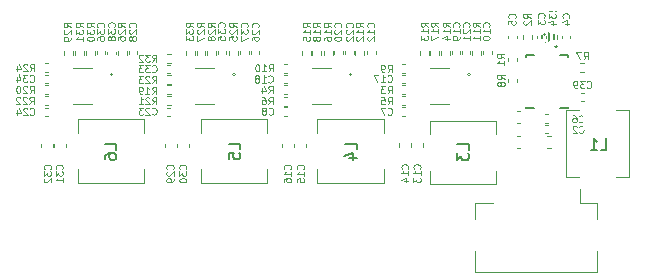
<source format=gbr>
G04 #@! TF.GenerationSoftware,KiCad,Pcbnew,(5.1.8)-1*
G04 #@! TF.CreationDate,2021-09-22T18:05:39+08:00*
G04 #@! TF.ProjectId,PowerSupply,506f7765-7253-4757-9070-6c792e6b6963,rev?*
G04 #@! TF.SameCoordinates,PX5e56640PY77750e0*
G04 #@! TF.FileFunction,Legend,Bot*
G04 #@! TF.FilePolarity,Positive*
%FSLAX46Y46*%
G04 Gerber Fmt 4.6, Leading zero omitted, Abs format (unit mm)*
G04 Created by KiCad (PCBNEW (5.1.8)-1) date 2021-09-22 18:05:39*
%MOMM*%
%LPD*%
G01*
G04 APERTURE LIST*
%ADD10C,0.200000*%
%ADD11C,0.127000*%
%ADD12C,0.120000*%
%ADD13C,0.100000*%
%ADD14C,0.150000*%
%ADD15C,0.010000*%
%ADD16R,2.050000X3.050000*%
%ADD17R,0.600000X0.240000*%
%ADD18R,0.240000X0.600000*%
%ADD19R,1.900000X2.500000*%
%ADD20R,1.340000X0.490000*%
%ADD21R,2.500000X1.900000*%
%ADD22R,0.300000X1.300000*%
%ADD23R,1.800000X2.200000*%
%ADD24R,0.700000X4.300000*%
%ADD25R,0.700000X3.200000*%
G04 APERTURE END LIST*
D10*
G04 #@! TO.C,U1*
X57920000Y29320000D02*
G75*
G03*
X57920000Y29320000I-100000J0D01*
G01*
D11*
X55320000Y24070000D02*
X55320000Y24220000D01*
X55970000Y24070000D02*
X55320000Y24070000D01*
X58820000Y24070000D02*
X58170000Y24070000D01*
X58820000Y24220000D02*
X58820000Y24070000D01*
X55320000Y28570000D02*
X55320000Y28420000D01*
X55970000Y28570000D02*
X55320000Y28570000D01*
X58820000Y28570000D02*
X58170000Y28570000D01*
X58820000Y28420000D02*
X58820000Y28570000D01*
D12*
G04 #@! TO.C,L4*
X37640000Y17760000D02*
X37640000Y18910000D01*
X37640000Y23160000D02*
X37640000Y22010000D01*
X43240000Y17760000D02*
X43240000Y18910000D01*
X43240000Y23160000D02*
X43240000Y22010000D01*
X43240000Y17760000D02*
X37640000Y17760000D01*
X43240000Y23160000D02*
X37640000Y23160000D01*
D13*
G04 #@! TO.C,3V3*
X50560001Y26945000D02*
G75*
G03*
X50560001Y26945000I-100000J0D01*
G01*
X47160001Y27510000D02*
X48760001Y27510000D01*
X48760001Y24430000D02*
X47160001Y24430000D01*
G04 #@! TO.C,C16*
X34630000Y20809420D02*
X34630000Y21090580D01*
X35650000Y20809420D02*
X35650000Y21090580D01*
D12*
G04 #@! TO.C,L6*
X17330000Y17760000D02*
X17330000Y18910000D01*
X17330000Y23160000D02*
X17330000Y22010000D01*
X22930000Y17760000D02*
X22930000Y18910000D01*
X22930000Y23160000D02*
X22930000Y22010000D01*
X22930000Y17760000D02*
X17330000Y17760000D01*
X22930000Y23160000D02*
X17330000Y23160000D01*
G04 #@! TO.C,L5*
X27770000Y17760000D02*
X27770000Y18910000D01*
X27770000Y23160000D02*
X27770000Y22010000D01*
X33370000Y17760000D02*
X33370000Y18910000D01*
X33370000Y23160000D02*
X33370000Y22010000D01*
X33370000Y17760000D02*
X27770000Y17760000D01*
X33370000Y23160000D02*
X27770000Y23160000D01*
G04 #@! TO.C,L3*
X47130000Y17650000D02*
X47130000Y18800000D01*
X47130000Y23050000D02*
X47130000Y21900000D01*
X52730000Y17650000D02*
X52730000Y18800000D01*
X52730000Y23050000D02*
X52730000Y21900000D01*
X52730000Y17650000D02*
X47130000Y17650000D01*
X52730000Y23050000D02*
X47130000Y23050000D01*
G04 #@! TO.C,L1*
X58650000Y23900000D02*
X59800000Y23900000D01*
X64050000Y23900000D02*
X62900000Y23900000D01*
X58650000Y18300000D02*
X59800000Y18300000D01*
X64050000Y18300000D02*
X62900000Y18300000D01*
X58650000Y18300000D02*
X58650000Y23900000D01*
X64050000Y18300000D02*
X64050000Y23900000D01*
G04 #@! TO.C,C42*
X54539420Y21750000D02*
X54820580Y21750000D01*
X54539420Y20730000D02*
X54820580Y20730000D01*
G04 #@! TO.C,J1*
X59830000Y16055000D02*
X61320000Y16055000D01*
X61320000Y16055000D02*
X61320000Y14715000D01*
X52510000Y16055000D02*
X51020000Y16055000D01*
X51020000Y16055000D02*
X51020000Y14715000D01*
X61320000Y11995000D02*
X61320000Y10255000D01*
X61320000Y10255000D02*
X51020000Y10255000D01*
X51020000Y10255000D02*
X51020000Y11995000D01*
X59830000Y16055000D02*
X59830000Y17255000D01*
D13*
G04 #@! TO.C,R34*
X57940000Y29976359D02*
X57940000Y30283641D01*
X57180000Y29976359D02*
X57180000Y30283641D01*
G04 #@! TO.C,R8*
X53760000Y26583641D02*
X53760000Y26276359D01*
X54520000Y26583641D02*
X54520000Y26276359D01*
G04 #@! TO.C,R7*
X59906359Y27190000D02*
X60213641Y27190000D01*
X59906359Y27950000D02*
X60213641Y27950000D01*
G04 #@! TO.C,R2*
X55040000Y29976359D02*
X55040000Y30283641D01*
X55800000Y29976359D02*
X55800000Y30283641D01*
G04 #@! TO.C,R1*
X54520000Y28066359D02*
X54520000Y28373641D01*
X53760000Y28066359D02*
X53760000Y28373641D01*
G04 #@! TO.C,C41*
X54529420Y21779999D02*
X54810580Y21779999D01*
X54529420Y22799999D02*
X54810580Y22799999D01*
G04 #@! TO.C,C40*
X54529419Y22840000D02*
X54810579Y22840000D01*
X54529419Y23860000D02*
X54810579Y23860000D01*
G04 #@! TO.C,C39*
X59952164Y24700000D02*
X60167836Y24700000D01*
X59952164Y25420000D02*
X60167836Y25420000D01*
G04 #@! TO.C,C6*
X57147836Y23600000D02*
X56932164Y23600000D01*
X57147836Y22880000D02*
X56932164Y22880000D01*
G04 #@! TO.C,C5*
X53780000Y30022164D02*
X53780000Y30237836D01*
X54500000Y30022164D02*
X54500000Y30237836D01*
G04 #@! TO.C,C4*
X59040000Y30022164D02*
X59040000Y30237836D01*
X58320000Y30022164D02*
X58320000Y30237836D01*
G04 #@! TO.C,C3*
X56240000Y30237836D02*
X56240000Y30022164D01*
X56960000Y30237836D02*
X56960000Y30022164D01*
G04 #@! TO.C,C2*
X57147836Y22680000D02*
X56932164Y22680000D01*
X57147836Y21960000D02*
X56932164Y21960000D01*
G04 #@! TO.C,C1*
X57370580Y21750000D02*
X57089420Y21750000D01*
X57370580Y20730000D02*
X57089420Y20730000D01*
G04 #@! TO.C,C32*
X14245001Y20809420D02*
X14245001Y21090580D01*
X15265001Y20809420D02*
X15265001Y21090580D01*
G04 #@! TO.C,C31*
X15295000Y20809420D02*
X15295000Y21090580D01*
X16315000Y20809420D02*
X16315000Y21090580D01*
G04 #@! TO.C,C30*
X25770000Y20809420D02*
X25770000Y21090580D01*
X26790000Y20809420D02*
X26790000Y21090580D01*
G04 #@! TO.C,C29*
X24694999Y20809420D02*
X24694999Y21090580D01*
X25714999Y20809420D02*
X25714999Y21090580D01*
G04 #@! TO.C,C15*
X35690000Y20809420D02*
X35690000Y21090580D01*
X36710000Y20809420D02*
X36710000Y21090580D01*
G04 #@! TO.C,C14*
X44535000Y20839420D02*
X44535000Y21120580D01*
X45555000Y20839420D02*
X45555000Y21120580D01*
G04 #@! TO.C,C13*
X45595000Y20839420D02*
X45595000Y21120580D01*
X46615000Y20839420D02*
X46615000Y21120580D01*
G04 #@! TO.C,R33*
X27240000Y28636359D02*
X27240000Y28943641D01*
X26480000Y28636359D02*
X26480000Y28943641D01*
G04 #@! TO.C,R32*
X24896359Y27920000D02*
X25203641Y27920000D01*
X24896359Y28680000D02*
X25203641Y28680000D01*
G04 #@! TO.C,R31*
X17120000Y28943641D02*
X17120000Y28636359D01*
X17880000Y28943641D02*
X17880000Y28636359D01*
G04 #@! TO.C,R30*
X18070000Y28943641D02*
X18070000Y28636359D01*
X18830000Y28943641D02*
X18830000Y28636359D01*
G04 #@! TO.C,R29*
X16910000Y28636359D02*
X16910000Y28943641D01*
X16150000Y28636359D02*
X16150000Y28943641D01*
G04 #@! TO.C,R28*
X28300000Y28943641D02*
X28300000Y28636359D01*
X29060000Y28943641D02*
X29060000Y28636359D01*
G04 #@! TO.C,R27*
X28160000Y28636359D02*
X28160000Y28943641D01*
X27400000Y28636359D02*
X27400000Y28943641D01*
G04 #@! TO.C,R26*
X21485000Y28626359D02*
X21485000Y28933641D01*
X20725000Y28626359D02*
X20725000Y28933641D01*
G04 #@! TO.C,R25*
X30900000Y28636359D02*
X30900000Y28943641D01*
X30140000Y28636359D02*
X30140000Y28943641D01*
G04 #@! TO.C,R24*
X14843641Y27880000D02*
X14536359Y27880000D01*
X14843641Y27120000D02*
X14536359Y27120000D01*
G04 #@! TO.C,R23*
X25203641Y26920000D02*
X24896359Y26920000D01*
X25203641Y26160000D02*
X24896359Y26160000D01*
G04 #@! TO.C,R22*
X14843641Y25090000D02*
X14536359Y25090000D01*
X14843641Y24330000D02*
X14536359Y24330000D01*
G04 #@! TO.C,R21*
X25203641Y25090000D02*
X24896359Y25090000D01*
X25203641Y24330000D02*
X24896359Y24330000D01*
G04 #@! TO.C,R20*
X14536359Y25260000D02*
X14843641Y25260000D01*
X14536359Y26020000D02*
X14843641Y26020000D01*
G04 #@! TO.C,R19*
X24896359Y25260000D02*
X25203641Y25260000D01*
X24896359Y26020000D02*
X25203641Y26020000D01*
G04 #@! TO.C,R18*
X37200000Y28943641D02*
X37200000Y28636359D01*
X37960000Y28943641D02*
X37960000Y28636359D01*
G04 #@! TO.C,R17*
X47160000Y28943641D02*
X47160000Y28636359D01*
X47920000Y28943641D02*
X47920000Y28636359D01*
G04 #@! TO.C,R16*
X38160000Y28943641D02*
X38160000Y28636359D01*
X38920000Y28943641D02*
X38920000Y28636359D01*
G04 #@! TO.C,R15*
X37105000Y28636359D02*
X37105000Y28943641D01*
X36345000Y28636359D02*
X36345000Y28943641D01*
G04 #@! TO.C,R14*
X48120000Y28943641D02*
X48120000Y28636359D01*
X48880000Y28943641D02*
X48880000Y28636359D01*
G04 #@! TO.C,R13*
X47065000Y28636359D02*
X47065000Y28943641D01*
X46305000Y28636359D02*
X46305000Y28943641D01*
G04 #@! TO.C,R12*
X41615000Y28636359D02*
X41615000Y28943641D01*
X40855000Y28636359D02*
X40855000Y28943641D01*
G04 #@! TO.C,R11*
X51495000Y28636359D02*
X51495000Y28943641D01*
X50735000Y28636359D02*
X50735000Y28943641D01*
G04 #@! TO.C,R10*
X35073641Y27860000D02*
X34766359Y27860000D01*
X35073641Y27100000D02*
X34766359Y27100000D01*
G04 #@! TO.C,R9*
X45073641Y27850000D02*
X44766359Y27850000D01*
X45073641Y27090000D02*
X44766359Y27090000D01*
G04 #@! TO.C,R6*
X35073641Y25070000D02*
X34766359Y25070000D01*
X35073641Y24310000D02*
X34766359Y24310000D01*
G04 #@! TO.C,R5*
X45073641Y25090000D02*
X44766359Y25090000D01*
X45073641Y24330000D02*
X44766359Y24330000D01*
G04 #@! TO.C,R4*
X34766359Y25260000D02*
X35073641Y25260000D01*
X34766359Y26020000D02*
X35073641Y26020000D01*
G04 #@! TO.C,R3*
X44766359Y25260000D02*
X45073641Y25260000D01*
X44766359Y26020000D02*
X45073641Y26020000D01*
G04 #@! TO.C,C38*
X20570000Y28672164D02*
X20570000Y28887836D01*
X19850000Y28672164D02*
X19850000Y28887836D01*
G04 #@! TO.C,C37*
X31810000Y28682164D02*
X31810000Y28897836D01*
X31090000Y28682164D02*
X31090000Y28897836D01*
G04 #@! TO.C,C36*
X18950001Y28897836D02*
X18950001Y28682164D01*
X19670001Y28897836D02*
X19670001Y28682164D01*
G04 #@! TO.C,C35*
X29180001Y28897836D02*
X29180001Y28682164D01*
X29900001Y28897836D02*
X29900001Y28682164D01*
G04 #@! TO.C,C34*
X14797836Y26940000D02*
X14582164Y26940000D01*
X14797836Y26220000D02*
X14582164Y26220000D01*
G04 #@! TO.C,C33*
X25157836Y27770000D02*
X24942164Y27770000D01*
X25157836Y27050000D02*
X24942164Y27050000D01*
G04 #@! TO.C,C28*
X22390000Y28682164D02*
X22390000Y28897836D01*
X21670000Y28682164D02*
X21670000Y28897836D01*
G04 #@! TO.C,C26*
X32730000Y28682164D02*
X32730000Y28897836D01*
X32010000Y28682164D02*
X32010000Y28897836D01*
G04 #@! TO.C,C24*
X14582164Y23430000D02*
X14797836Y23430000D01*
X14582164Y24150000D02*
X14797836Y24150000D01*
G04 #@! TO.C,C23*
X24942164Y23430000D02*
X25157836Y23430000D01*
X24942164Y24150000D02*
X25157836Y24150000D01*
G04 #@! TO.C,C22*
X40700000Y28682164D02*
X40700000Y28897836D01*
X39980000Y28682164D02*
X39980000Y28897836D01*
G04 #@! TO.C,C21*
X50579999Y28682164D02*
X50579999Y28897836D01*
X49859999Y28682164D02*
X49859999Y28897836D01*
G04 #@! TO.C,C20*
X39040001Y28897836D02*
X39040001Y28682164D01*
X39760001Y28897836D02*
X39760001Y28682164D01*
G04 #@! TO.C,C19*
X49000001Y28897836D02*
X49000001Y28682164D01*
X49720001Y28897836D02*
X49720001Y28682164D01*
G04 #@! TO.C,C18*
X35027836Y26910000D02*
X34812164Y26910000D01*
X35027836Y26190000D02*
X34812164Y26190000D01*
G04 #@! TO.C,C17*
X45027836Y26920000D02*
X44812164Y26920000D01*
X45027836Y26200000D02*
X44812164Y26200000D01*
G04 #@! TO.C,C12*
X42590000Y28682164D02*
X42590000Y28897836D01*
X41870000Y28682164D02*
X41870000Y28897836D01*
G04 #@! TO.C,C10*
X52400000Y28682164D02*
X52400000Y28897836D01*
X51680000Y28682164D02*
X51680000Y28897836D01*
G04 #@! TO.C,C8*
X34812164Y23450000D02*
X35027836Y23450000D01*
X34812164Y24170000D02*
X35027836Y24170000D01*
G04 #@! TO.C,C7*
X44812164Y23440000D02*
X45027836Y23440000D01*
X44812164Y24160000D02*
X45027836Y24160000D01*
G04 #@! TO.C,1V2*
X18520001Y24430000D02*
X16920001Y24430000D01*
X16920001Y27510000D02*
X18520001Y27510000D01*
X20320001Y26945000D02*
G75*
G03*
X20320001Y26945000I-100000J0D01*
G01*
G04 #@! TO.C,1V5*
X28870000Y24430000D02*
X27270000Y24430000D01*
X27270000Y27510000D02*
X28870000Y27510000D01*
X30670000Y26945000D02*
G75*
G03*
X30670000Y26945000I-100000J0D01*
G01*
G04 #@! TO.C,2V5*
X40550000Y26945000D02*
G75*
G03*
X40550000Y26945000I-100000J0D01*
G01*
X37150000Y27510000D02*
X38750000Y27510000D01*
X38750000Y24430000D02*
X37150000Y24430000D01*
G04 #@! TD*
G04 #@! TO.C,U1*
D14*
X57680651Y30524896D02*
X57680651Y29876079D01*
X57642485Y29799748D01*
X57604320Y29761582D01*
X57527988Y29723416D01*
X57375325Y29723416D01*
X57298994Y29761582D01*
X57260828Y29799748D01*
X57222662Y29876079D01*
X57222662Y30524896D01*
X56421182Y29723416D02*
X56879171Y29723416D01*
X56650177Y29723416D02*
X56650177Y30524896D01*
X56726508Y30410399D01*
X56802840Y30334068D01*
X56879171Y30295902D01*
G04 #@! TO.C,L4*
X40952380Y20606667D02*
X40952380Y21082858D01*
X39952380Y21082858D01*
X40285714Y19844762D02*
X40952380Y19844762D01*
X39904761Y20082858D02*
X40619047Y20320953D01*
X40619047Y19701905D01*
G04 #@! TO.C,C16*
D13*
X35329285Y18945715D02*
X35357857Y18974286D01*
X35386428Y19060000D01*
X35386428Y19117143D01*
X35357857Y19202858D01*
X35300714Y19260000D01*
X35243571Y19288572D01*
X35129285Y19317143D01*
X35043571Y19317143D01*
X34929285Y19288572D01*
X34872142Y19260000D01*
X34815000Y19202858D01*
X34786428Y19117143D01*
X34786428Y19060000D01*
X34815000Y18974286D01*
X34843571Y18945715D01*
X35386428Y18374286D02*
X35386428Y18717143D01*
X35386428Y18545715D02*
X34786428Y18545715D01*
X34872142Y18602858D01*
X34929285Y18660000D01*
X34957857Y18717143D01*
X34786428Y17860000D02*
X34786428Y17974286D01*
X34815000Y18031429D01*
X34843571Y18060000D01*
X34929285Y18117143D01*
X35043571Y18145715D01*
X35272142Y18145715D01*
X35329285Y18117143D01*
X35357857Y18088572D01*
X35386428Y18031429D01*
X35386428Y17917143D01*
X35357857Y17860000D01*
X35329285Y17831429D01*
X35272142Y17802858D01*
X35129285Y17802858D01*
X35072142Y17831429D01*
X35043571Y17860000D01*
X35015000Y17917143D01*
X35015000Y18031429D01*
X35043571Y18088572D01*
X35072142Y18117143D01*
X35129285Y18145715D01*
G04 #@! TO.C,L6*
D14*
X20622380Y20586667D02*
X20622380Y21062858D01*
X19622380Y21062858D01*
X19622380Y19824762D02*
X19622380Y20015239D01*
X19670000Y20110477D01*
X19717619Y20158096D01*
X19860476Y20253334D01*
X20050952Y20300953D01*
X20431904Y20300953D01*
X20527142Y20253334D01*
X20574761Y20205715D01*
X20622380Y20110477D01*
X20622380Y19920000D01*
X20574761Y19824762D01*
X20527142Y19777143D01*
X20431904Y19729524D01*
X20193809Y19729524D01*
X20098571Y19777143D01*
X20050952Y19824762D01*
X20003333Y19920000D01*
X20003333Y20110477D01*
X20050952Y20205715D01*
X20098571Y20253334D01*
X20193809Y20300953D01*
G04 #@! TO.C,L5*
X31112380Y20616667D02*
X31112380Y21092858D01*
X30112380Y21092858D01*
X30112380Y19807143D02*
X30112380Y20283334D01*
X30588571Y20330953D01*
X30540952Y20283334D01*
X30493333Y20188096D01*
X30493333Y19950000D01*
X30540952Y19854762D01*
X30588571Y19807143D01*
X30683809Y19759524D01*
X30921904Y19759524D01*
X31017142Y19807143D01*
X31064761Y19854762D01*
X31112380Y19950000D01*
X31112380Y20188096D01*
X31064761Y20283334D01*
X31017142Y20330953D01*
G04 #@! TO.C,L3*
X50442380Y20546667D02*
X50442380Y21022858D01*
X49442380Y21022858D01*
X49442380Y20308572D02*
X49442380Y19689524D01*
X49823333Y20022858D01*
X49823333Y19880000D01*
X49870952Y19784762D01*
X49918571Y19737143D01*
X50013809Y19689524D01*
X50251904Y19689524D01*
X50347142Y19737143D01*
X50394761Y19784762D01*
X50442380Y19880000D01*
X50442380Y20165715D01*
X50394761Y20260953D01*
X50347142Y20308572D01*
G04 #@! TO.C,L1*
X61626666Y20557620D02*
X62102857Y20557620D01*
X62102857Y21557620D01*
X60769523Y20557620D02*
X61340952Y20557620D01*
X61055238Y20557620D02*
X61055238Y21557620D01*
X61150476Y21414762D01*
X61245714Y21319524D01*
X61340952Y21271905D01*
G04 #@! TO.C,R34*
D13*
X57821428Y32305715D02*
X57535714Y32505715D01*
X57821428Y32648572D02*
X57221428Y32648572D01*
X57221428Y32420000D01*
X57250000Y32362858D01*
X57278571Y32334286D01*
X57335714Y32305715D01*
X57421428Y32305715D01*
X57478571Y32334286D01*
X57507142Y32362858D01*
X57535714Y32420000D01*
X57535714Y32648572D01*
X57221428Y32105715D02*
X57221428Y31734286D01*
X57450000Y31934286D01*
X57450000Y31848572D01*
X57478571Y31791429D01*
X57507142Y31762858D01*
X57564285Y31734286D01*
X57707142Y31734286D01*
X57764285Y31762858D01*
X57792857Y31791429D01*
X57821428Y31848572D01*
X57821428Y32020000D01*
X57792857Y32077143D01*
X57764285Y32105715D01*
X57421428Y31220000D02*
X57821428Y31220000D01*
X57192857Y31362858D02*
X57621428Y31505715D01*
X57621428Y31134286D01*
G04 #@! TO.C,R8*
X53481428Y26540000D02*
X53195714Y26740000D01*
X53481428Y26882858D02*
X52881428Y26882858D01*
X52881428Y26654286D01*
X52910000Y26597143D01*
X52938571Y26568572D01*
X52995714Y26540000D01*
X53081428Y26540000D01*
X53138571Y26568572D01*
X53167142Y26597143D01*
X53195714Y26654286D01*
X53195714Y26882858D01*
X53138571Y26197143D02*
X53110000Y26254286D01*
X53081428Y26282858D01*
X53024285Y26311429D01*
X52995714Y26311429D01*
X52938571Y26282858D01*
X52910000Y26254286D01*
X52881428Y26197143D01*
X52881428Y26082858D01*
X52910000Y26025715D01*
X52938571Y25997143D01*
X52995714Y25968572D01*
X53024285Y25968572D01*
X53081428Y25997143D01*
X53110000Y26025715D01*
X53138571Y26082858D01*
X53138571Y26197143D01*
X53167142Y26254286D01*
X53195714Y26282858D01*
X53252857Y26311429D01*
X53367142Y26311429D01*
X53424285Y26282858D01*
X53452857Y26254286D01*
X53481428Y26197143D01*
X53481428Y26082858D01*
X53452857Y26025715D01*
X53424285Y25997143D01*
X53367142Y25968572D01*
X53252857Y25968572D01*
X53195714Y25997143D01*
X53167142Y26025715D01*
X53138571Y26082858D01*
G04 #@! TO.C,R7*
X60170000Y28238572D02*
X60370000Y28524286D01*
X60512857Y28238572D02*
X60512857Y28838572D01*
X60284285Y28838572D01*
X60227142Y28810000D01*
X60198571Y28781429D01*
X60170000Y28724286D01*
X60170000Y28638572D01*
X60198571Y28581429D01*
X60227142Y28552858D01*
X60284285Y28524286D01*
X60512857Y28524286D01*
X59970000Y28838572D02*
X59570000Y28838572D01*
X59827142Y28238572D01*
G04 #@! TO.C,R2*
X55681428Y31740000D02*
X55395714Y31940000D01*
X55681428Y32082858D02*
X55081428Y32082858D01*
X55081428Y31854286D01*
X55110000Y31797143D01*
X55138571Y31768572D01*
X55195714Y31740000D01*
X55281428Y31740000D01*
X55338571Y31768572D01*
X55367142Y31797143D01*
X55395714Y31854286D01*
X55395714Y32082858D01*
X55138571Y31511429D02*
X55110000Y31482858D01*
X55081428Y31425715D01*
X55081428Y31282858D01*
X55110000Y31225715D01*
X55138571Y31197143D01*
X55195714Y31168572D01*
X55252857Y31168572D01*
X55338571Y31197143D01*
X55681428Y31540000D01*
X55681428Y31168572D01*
G04 #@! TO.C,R1*
X53461428Y28320000D02*
X53175714Y28520000D01*
X53461428Y28662858D02*
X52861428Y28662858D01*
X52861428Y28434286D01*
X52890000Y28377143D01*
X52918571Y28348572D01*
X52975714Y28320000D01*
X53061428Y28320000D01*
X53118571Y28348572D01*
X53147142Y28377143D01*
X53175714Y28434286D01*
X53175714Y28662858D01*
X53461428Y27748572D02*
X53461428Y28091429D01*
X53461428Y27920000D02*
X52861428Y27920000D01*
X52947142Y27977143D01*
X53004285Y28034286D01*
X53032857Y28091429D01*
G04 #@! TO.C,C39*
X60455714Y25855715D02*
X60484285Y25827143D01*
X60570000Y25798572D01*
X60627142Y25798572D01*
X60712857Y25827143D01*
X60770000Y25884286D01*
X60798571Y25941429D01*
X60827142Y26055715D01*
X60827142Y26141429D01*
X60798571Y26255715D01*
X60770000Y26312858D01*
X60712857Y26370000D01*
X60627142Y26398572D01*
X60570000Y26398572D01*
X60484285Y26370000D01*
X60455714Y26341429D01*
X60255714Y26398572D02*
X59884285Y26398572D01*
X60084285Y26170000D01*
X59998571Y26170000D01*
X59941428Y26141429D01*
X59912857Y26112858D01*
X59884285Y26055715D01*
X59884285Y25912858D01*
X59912857Y25855715D01*
X59941428Y25827143D01*
X59998571Y25798572D01*
X60170000Y25798572D01*
X60227142Y25827143D01*
X60255714Y25855715D01*
X59598571Y25798572D02*
X59484285Y25798572D01*
X59427142Y25827143D01*
X59398571Y25855715D01*
X59341428Y25941429D01*
X59312857Y26055715D01*
X59312857Y26284286D01*
X59341428Y26341429D01*
X59370000Y26370000D01*
X59427142Y26398572D01*
X59541428Y26398572D01*
X59598571Y26370000D01*
X59627142Y26341429D01*
X59655714Y26284286D01*
X59655714Y26141429D01*
X59627142Y26084286D01*
X59598571Y26055715D01*
X59541428Y26027143D01*
X59427142Y26027143D01*
X59370000Y26055715D01*
X59341428Y26084286D01*
X59312857Y26141429D01*
G04 #@! TO.C,C6*
X59800000Y22945715D02*
X59828571Y22917143D01*
X59914285Y22888572D01*
X59971428Y22888572D01*
X60057142Y22917143D01*
X60114285Y22974286D01*
X60142857Y23031429D01*
X60171428Y23145715D01*
X60171428Y23231429D01*
X60142857Y23345715D01*
X60114285Y23402858D01*
X60057142Y23460000D01*
X59971428Y23488572D01*
X59914285Y23488572D01*
X59828571Y23460000D01*
X59800000Y23431429D01*
X59285714Y23488572D02*
X59400000Y23488572D01*
X59457142Y23460000D01*
X59485714Y23431429D01*
X59542857Y23345715D01*
X59571428Y23231429D01*
X59571428Y23002858D01*
X59542857Y22945715D01*
X59514285Y22917143D01*
X59457142Y22888572D01*
X59342857Y22888572D01*
X59285714Y22917143D01*
X59257142Y22945715D01*
X59228571Y23002858D01*
X59228571Y23145715D01*
X59257142Y23202858D01*
X59285714Y23231429D01*
X59342857Y23260000D01*
X59457142Y23260000D01*
X59514285Y23231429D01*
X59542857Y23202858D01*
X59571428Y23145715D01*
G04 #@! TO.C,C5*
X54354285Y31730000D02*
X54382857Y31758572D01*
X54411428Y31844286D01*
X54411428Y31901429D01*
X54382857Y31987143D01*
X54325714Y32044286D01*
X54268571Y32072858D01*
X54154285Y32101429D01*
X54068571Y32101429D01*
X53954285Y32072858D01*
X53897142Y32044286D01*
X53840000Y31987143D01*
X53811428Y31901429D01*
X53811428Y31844286D01*
X53840000Y31758572D01*
X53868571Y31730000D01*
X53811428Y31187143D02*
X53811428Y31472858D01*
X54097142Y31501429D01*
X54068571Y31472858D01*
X54040000Y31415715D01*
X54040000Y31272858D01*
X54068571Y31215715D01*
X54097142Y31187143D01*
X54154285Y31158572D01*
X54297142Y31158572D01*
X54354285Y31187143D01*
X54382857Y31215715D01*
X54411428Y31272858D01*
X54411428Y31415715D01*
X54382857Y31472858D01*
X54354285Y31501429D01*
G04 #@! TO.C,C4*
X58904285Y31760000D02*
X58932857Y31788572D01*
X58961428Y31874286D01*
X58961428Y31931429D01*
X58932857Y32017143D01*
X58875714Y32074286D01*
X58818571Y32102858D01*
X58704285Y32131429D01*
X58618571Y32131429D01*
X58504285Y32102858D01*
X58447142Y32074286D01*
X58390000Y32017143D01*
X58361428Y31931429D01*
X58361428Y31874286D01*
X58390000Y31788572D01*
X58418571Y31760000D01*
X58561428Y31245715D02*
X58961428Y31245715D01*
X58332857Y31388572D02*
X58761428Y31531429D01*
X58761428Y31160000D01*
G04 #@! TO.C,C3*
X56814285Y31770000D02*
X56842857Y31798572D01*
X56871428Y31884286D01*
X56871428Y31941429D01*
X56842857Y32027143D01*
X56785714Y32084286D01*
X56728571Y32112858D01*
X56614285Y32141429D01*
X56528571Y32141429D01*
X56414285Y32112858D01*
X56357142Y32084286D01*
X56300000Y32027143D01*
X56271428Y31941429D01*
X56271428Y31884286D01*
X56300000Y31798572D01*
X56328571Y31770000D01*
X56271428Y31570000D02*
X56271428Y31198572D01*
X56500000Y31398572D01*
X56500000Y31312858D01*
X56528571Y31255715D01*
X56557142Y31227143D01*
X56614285Y31198572D01*
X56757142Y31198572D01*
X56814285Y31227143D01*
X56842857Y31255715D01*
X56871428Y31312858D01*
X56871428Y31484286D01*
X56842857Y31541429D01*
X56814285Y31570000D01*
G04 #@! TO.C,C2*
X59810000Y22045715D02*
X59838571Y22017143D01*
X59924285Y21988572D01*
X59981428Y21988572D01*
X60067142Y22017143D01*
X60124285Y22074286D01*
X60152857Y22131429D01*
X60181428Y22245715D01*
X60181428Y22331429D01*
X60152857Y22445715D01*
X60124285Y22502858D01*
X60067142Y22560000D01*
X59981428Y22588572D01*
X59924285Y22588572D01*
X59838571Y22560000D01*
X59810000Y22531429D01*
X59581428Y22531429D02*
X59552857Y22560000D01*
X59495714Y22588572D01*
X59352857Y22588572D01*
X59295714Y22560000D01*
X59267142Y22531429D01*
X59238571Y22474286D01*
X59238571Y22417143D01*
X59267142Y22331429D01*
X59610000Y21988572D01*
X59238571Y21988572D01*
G04 #@! TO.C,C32*
X15019286Y18945715D02*
X15047858Y18974286D01*
X15076429Y19060000D01*
X15076429Y19117143D01*
X15047858Y19202858D01*
X14990715Y19260000D01*
X14933572Y19288572D01*
X14819286Y19317143D01*
X14733572Y19317143D01*
X14619286Y19288572D01*
X14562143Y19260000D01*
X14505001Y19202858D01*
X14476429Y19117143D01*
X14476429Y19060000D01*
X14505001Y18974286D01*
X14533572Y18945715D01*
X14476429Y18745715D02*
X14476429Y18374286D01*
X14705001Y18574286D01*
X14705001Y18488572D01*
X14733572Y18431429D01*
X14762143Y18402858D01*
X14819286Y18374286D01*
X14962143Y18374286D01*
X15019286Y18402858D01*
X15047858Y18431429D01*
X15076429Y18488572D01*
X15076429Y18660000D01*
X15047858Y18717143D01*
X15019286Y18745715D01*
X14533572Y18145715D02*
X14505001Y18117143D01*
X14476429Y18060000D01*
X14476429Y17917143D01*
X14505001Y17860000D01*
X14533572Y17831429D01*
X14590715Y17802858D01*
X14647858Y17802858D01*
X14733572Y17831429D01*
X15076429Y18174286D01*
X15076429Y17802858D01*
G04 #@! TO.C,C31*
X16019285Y18945715D02*
X16047857Y18974286D01*
X16076428Y19060000D01*
X16076428Y19117143D01*
X16047857Y19202858D01*
X15990714Y19260000D01*
X15933571Y19288572D01*
X15819285Y19317143D01*
X15733571Y19317143D01*
X15619285Y19288572D01*
X15562142Y19260000D01*
X15505000Y19202858D01*
X15476428Y19117143D01*
X15476428Y19060000D01*
X15505000Y18974286D01*
X15533571Y18945715D01*
X15476428Y18745715D02*
X15476428Y18374286D01*
X15705000Y18574286D01*
X15705000Y18488572D01*
X15733571Y18431429D01*
X15762142Y18402858D01*
X15819285Y18374286D01*
X15962142Y18374286D01*
X16019285Y18402858D01*
X16047857Y18431429D01*
X16076428Y18488572D01*
X16076428Y18660000D01*
X16047857Y18717143D01*
X16019285Y18745715D01*
X16076428Y17802858D02*
X16076428Y18145715D01*
X16076428Y17974286D02*
X15476428Y17974286D01*
X15562142Y18031429D01*
X15619285Y18088572D01*
X15647857Y18145715D01*
G04 #@! TO.C,C30*
X26489285Y18945715D02*
X26517857Y18974286D01*
X26546428Y19060000D01*
X26546428Y19117143D01*
X26517857Y19202858D01*
X26460714Y19260000D01*
X26403571Y19288572D01*
X26289285Y19317143D01*
X26203571Y19317143D01*
X26089285Y19288572D01*
X26032142Y19260000D01*
X25975000Y19202858D01*
X25946428Y19117143D01*
X25946428Y19060000D01*
X25975000Y18974286D01*
X26003571Y18945715D01*
X25946428Y18745715D02*
X25946428Y18374286D01*
X26175000Y18574286D01*
X26175000Y18488572D01*
X26203571Y18431429D01*
X26232142Y18402858D01*
X26289285Y18374286D01*
X26432142Y18374286D01*
X26489285Y18402858D01*
X26517857Y18431429D01*
X26546428Y18488572D01*
X26546428Y18660000D01*
X26517857Y18717143D01*
X26489285Y18745715D01*
X25946428Y18002858D02*
X25946428Y17945715D01*
X25975000Y17888572D01*
X26003571Y17860000D01*
X26060714Y17831429D01*
X26175000Y17802858D01*
X26317857Y17802858D01*
X26432142Y17831429D01*
X26489285Y17860000D01*
X26517857Y17888572D01*
X26546428Y17945715D01*
X26546428Y18002858D01*
X26517857Y18060000D01*
X26489285Y18088572D01*
X26432142Y18117143D01*
X26317857Y18145715D01*
X26175000Y18145715D01*
X26060714Y18117143D01*
X26003571Y18088572D01*
X25975000Y18060000D01*
X25946428Y18002858D01*
G04 #@! TO.C,C29*
X25399284Y18945715D02*
X25427856Y18974286D01*
X25456427Y19060000D01*
X25456427Y19117143D01*
X25427856Y19202858D01*
X25370713Y19260000D01*
X25313570Y19288572D01*
X25199284Y19317143D01*
X25113570Y19317143D01*
X24999284Y19288572D01*
X24942141Y19260000D01*
X24884999Y19202858D01*
X24856427Y19117143D01*
X24856427Y19060000D01*
X24884999Y18974286D01*
X24913570Y18945715D01*
X24913570Y18717143D02*
X24884999Y18688572D01*
X24856427Y18631429D01*
X24856427Y18488572D01*
X24884999Y18431429D01*
X24913570Y18402858D01*
X24970713Y18374286D01*
X25027856Y18374286D01*
X25113570Y18402858D01*
X25456427Y18745715D01*
X25456427Y18374286D01*
X25456427Y18088572D02*
X25456427Y17974286D01*
X25427856Y17917143D01*
X25399284Y17888572D01*
X25313570Y17831429D01*
X25199284Y17802858D01*
X24970713Y17802858D01*
X24913570Y17831429D01*
X24884999Y17860000D01*
X24856427Y17917143D01*
X24856427Y18031429D01*
X24884999Y18088572D01*
X24913570Y18117143D01*
X24970713Y18145715D01*
X25113570Y18145715D01*
X25170713Y18117143D01*
X25199284Y18088572D01*
X25227856Y18031429D01*
X25227856Y17917143D01*
X25199284Y17860000D01*
X25170713Y17831429D01*
X25113570Y17802858D01*
G04 #@! TO.C,C15*
X36434285Y18945715D02*
X36462857Y18974286D01*
X36491428Y19060000D01*
X36491428Y19117143D01*
X36462857Y19202858D01*
X36405714Y19260000D01*
X36348571Y19288572D01*
X36234285Y19317143D01*
X36148571Y19317143D01*
X36034285Y19288572D01*
X35977142Y19260000D01*
X35920000Y19202858D01*
X35891428Y19117143D01*
X35891428Y19060000D01*
X35920000Y18974286D01*
X35948571Y18945715D01*
X36491428Y18374286D02*
X36491428Y18717143D01*
X36491428Y18545715D02*
X35891428Y18545715D01*
X35977142Y18602858D01*
X36034285Y18660000D01*
X36062857Y18717143D01*
X35891428Y17831429D02*
X35891428Y18117143D01*
X36177142Y18145715D01*
X36148571Y18117143D01*
X36120000Y18060000D01*
X36120000Y17917143D01*
X36148571Y17860000D01*
X36177142Y17831429D01*
X36234285Y17802858D01*
X36377142Y17802858D01*
X36434285Y17831429D01*
X36462857Y17860000D01*
X36491428Y17917143D01*
X36491428Y18060000D01*
X36462857Y18117143D01*
X36434285Y18145715D01*
G04 #@! TO.C,C14*
X45279285Y18975715D02*
X45307857Y19004286D01*
X45336428Y19090000D01*
X45336428Y19147143D01*
X45307857Y19232858D01*
X45250714Y19290000D01*
X45193571Y19318572D01*
X45079285Y19347143D01*
X44993571Y19347143D01*
X44879285Y19318572D01*
X44822142Y19290000D01*
X44765000Y19232858D01*
X44736428Y19147143D01*
X44736428Y19090000D01*
X44765000Y19004286D01*
X44793571Y18975715D01*
X45336428Y18404286D02*
X45336428Y18747143D01*
X45336428Y18575715D02*
X44736428Y18575715D01*
X44822142Y18632858D01*
X44879285Y18690000D01*
X44907857Y18747143D01*
X44936428Y17890000D02*
X45336428Y17890000D01*
X44707857Y18032858D02*
X45136428Y18175715D01*
X45136428Y17804286D01*
G04 #@! TO.C,C13*
X46309285Y18975715D02*
X46337857Y19004286D01*
X46366428Y19090000D01*
X46366428Y19147143D01*
X46337857Y19232858D01*
X46280714Y19290000D01*
X46223571Y19318572D01*
X46109285Y19347143D01*
X46023571Y19347143D01*
X45909285Y19318572D01*
X45852142Y19290000D01*
X45795000Y19232858D01*
X45766428Y19147143D01*
X45766428Y19090000D01*
X45795000Y19004286D01*
X45823571Y18975715D01*
X46366428Y18404286D02*
X46366428Y18747143D01*
X46366428Y18575715D02*
X45766428Y18575715D01*
X45852142Y18632858D01*
X45909285Y18690000D01*
X45937857Y18747143D01*
X45766428Y18204286D02*
X45766428Y17832858D01*
X45995000Y18032858D01*
X45995000Y17947143D01*
X46023571Y17890000D01*
X46052142Y17861429D01*
X46109285Y17832858D01*
X46252142Y17832858D01*
X46309285Y17861429D01*
X46337857Y17890000D01*
X46366428Y17947143D01*
X46366428Y18118572D01*
X46337857Y18175715D01*
X46309285Y18204286D01*
G04 #@! TO.C,R33*
X27111428Y30970715D02*
X26825714Y31170715D01*
X27111428Y31313572D02*
X26511428Y31313572D01*
X26511428Y31085000D01*
X26540000Y31027858D01*
X26568571Y30999286D01*
X26625714Y30970715D01*
X26711428Y30970715D01*
X26768571Y30999286D01*
X26797142Y31027858D01*
X26825714Y31085000D01*
X26825714Y31313572D01*
X26511428Y30770715D02*
X26511428Y30399286D01*
X26740000Y30599286D01*
X26740000Y30513572D01*
X26768571Y30456429D01*
X26797142Y30427858D01*
X26854285Y30399286D01*
X26997142Y30399286D01*
X27054285Y30427858D01*
X27082857Y30456429D01*
X27111428Y30513572D01*
X27111428Y30685000D01*
X27082857Y30742143D01*
X27054285Y30770715D01*
X26511428Y30199286D02*
X26511428Y29827858D01*
X26740000Y30027858D01*
X26740000Y29942143D01*
X26768571Y29885000D01*
X26797142Y29856429D01*
X26854285Y29827858D01*
X26997142Y29827858D01*
X27054285Y29856429D01*
X27082857Y29885000D01*
X27111428Y29942143D01*
X27111428Y30113572D01*
X27082857Y30170715D01*
X27054285Y30199286D01*
G04 #@! TO.C,R32*
X23645714Y28018572D02*
X23845714Y28304286D01*
X23988571Y28018572D02*
X23988571Y28618572D01*
X23760000Y28618572D01*
X23702857Y28590000D01*
X23674285Y28561429D01*
X23645714Y28504286D01*
X23645714Y28418572D01*
X23674285Y28361429D01*
X23702857Y28332858D01*
X23760000Y28304286D01*
X23988571Y28304286D01*
X23445714Y28618572D02*
X23074285Y28618572D01*
X23274285Y28390000D01*
X23188571Y28390000D01*
X23131428Y28361429D01*
X23102857Y28332858D01*
X23074285Y28275715D01*
X23074285Y28132858D01*
X23102857Y28075715D01*
X23131428Y28047143D01*
X23188571Y28018572D01*
X23360000Y28018572D01*
X23417142Y28047143D01*
X23445714Y28075715D01*
X22845714Y28561429D02*
X22817142Y28590000D01*
X22760000Y28618572D01*
X22617142Y28618572D01*
X22560000Y28590000D01*
X22531428Y28561429D01*
X22502857Y28504286D01*
X22502857Y28447143D01*
X22531428Y28361429D01*
X22874285Y28018572D01*
X22502857Y28018572D01*
G04 #@! TO.C,R31*
X17781428Y30945715D02*
X17495714Y31145715D01*
X17781428Y31288572D02*
X17181428Y31288572D01*
X17181428Y31060000D01*
X17210000Y31002858D01*
X17238571Y30974286D01*
X17295714Y30945715D01*
X17381428Y30945715D01*
X17438571Y30974286D01*
X17467142Y31002858D01*
X17495714Y31060000D01*
X17495714Y31288572D01*
X17181428Y30745715D02*
X17181428Y30374286D01*
X17410000Y30574286D01*
X17410000Y30488572D01*
X17438571Y30431429D01*
X17467142Y30402858D01*
X17524285Y30374286D01*
X17667142Y30374286D01*
X17724285Y30402858D01*
X17752857Y30431429D01*
X17781428Y30488572D01*
X17781428Y30660000D01*
X17752857Y30717143D01*
X17724285Y30745715D01*
X17781428Y29802858D02*
X17781428Y30145715D01*
X17781428Y29974286D02*
X17181428Y29974286D01*
X17267142Y30031429D01*
X17324285Y30088572D01*
X17352857Y30145715D01*
G04 #@! TO.C,R30*
X18721428Y30945715D02*
X18435714Y31145715D01*
X18721428Y31288572D02*
X18121428Y31288572D01*
X18121428Y31060000D01*
X18150000Y31002858D01*
X18178571Y30974286D01*
X18235714Y30945715D01*
X18321428Y30945715D01*
X18378571Y30974286D01*
X18407142Y31002858D01*
X18435714Y31060000D01*
X18435714Y31288572D01*
X18121428Y30745715D02*
X18121428Y30374286D01*
X18350000Y30574286D01*
X18350000Y30488572D01*
X18378571Y30431429D01*
X18407142Y30402858D01*
X18464285Y30374286D01*
X18607142Y30374286D01*
X18664285Y30402858D01*
X18692857Y30431429D01*
X18721428Y30488572D01*
X18721428Y30660000D01*
X18692857Y30717143D01*
X18664285Y30745715D01*
X18121428Y30002858D02*
X18121428Y29945715D01*
X18150000Y29888572D01*
X18178571Y29860000D01*
X18235714Y29831429D01*
X18350000Y29802858D01*
X18492857Y29802858D01*
X18607142Y29831429D01*
X18664285Y29860000D01*
X18692857Y29888572D01*
X18721428Y29945715D01*
X18721428Y30002858D01*
X18692857Y30060000D01*
X18664285Y30088572D01*
X18607142Y30117143D01*
X18492857Y30145715D01*
X18350000Y30145715D01*
X18235714Y30117143D01*
X18178571Y30088572D01*
X18150000Y30060000D01*
X18121428Y30002858D01*
G04 #@! TO.C,R29*
X16751428Y30935715D02*
X16465714Y31135715D01*
X16751428Y31278572D02*
X16151428Y31278572D01*
X16151428Y31050000D01*
X16180000Y30992858D01*
X16208571Y30964286D01*
X16265714Y30935715D01*
X16351428Y30935715D01*
X16408571Y30964286D01*
X16437142Y30992858D01*
X16465714Y31050000D01*
X16465714Y31278572D01*
X16208571Y30707143D02*
X16180000Y30678572D01*
X16151428Y30621429D01*
X16151428Y30478572D01*
X16180000Y30421429D01*
X16208571Y30392858D01*
X16265714Y30364286D01*
X16322857Y30364286D01*
X16408571Y30392858D01*
X16751428Y30735715D01*
X16751428Y30364286D01*
X16751428Y30078572D02*
X16751428Y29964286D01*
X16722857Y29907143D01*
X16694285Y29878572D01*
X16608571Y29821429D01*
X16494285Y29792858D01*
X16265714Y29792858D01*
X16208571Y29821429D01*
X16180000Y29850000D01*
X16151428Y29907143D01*
X16151428Y30021429D01*
X16180000Y30078572D01*
X16208571Y30107143D01*
X16265714Y30135715D01*
X16408571Y30135715D01*
X16465714Y30107143D01*
X16494285Y30078572D01*
X16522857Y30021429D01*
X16522857Y29907143D01*
X16494285Y29850000D01*
X16465714Y29821429D01*
X16408571Y29792858D01*
G04 #@! TO.C,R28*
X28941428Y30970715D02*
X28655714Y31170715D01*
X28941428Y31313572D02*
X28341428Y31313572D01*
X28341428Y31085000D01*
X28370000Y31027858D01*
X28398571Y30999286D01*
X28455714Y30970715D01*
X28541428Y30970715D01*
X28598571Y30999286D01*
X28627142Y31027858D01*
X28655714Y31085000D01*
X28655714Y31313572D01*
X28398571Y30742143D02*
X28370000Y30713572D01*
X28341428Y30656429D01*
X28341428Y30513572D01*
X28370000Y30456429D01*
X28398571Y30427858D01*
X28455714Y30399286D01*
X28512857Y30399286D01*
X28598571Y30427858D01*
X28941428Y30770715D01*
X28941428Y30399286D01*
X28598571Y30056429D02*
X28570000Y30113572D01*
X28541428Y30142143D01*
X28484285Y30170715D01*
X28455714Y30170715D01*
X28398571Y30142143D01*
X28370000Y30113572D01*
X28341428Y30056429D01*
X28341428Y29942143D01*
X28370000Y29885000D01*
X28398571Y29856429D01*
X28455714Y29827858D01*
X28484285Y29827858D01*
X28541428Y29856429D01*
X28570000Y29885000D01*
X28598571Y29942143D01*
X28598571Y30056429D01*
X28627142Y30113572D01*
X28655714Y30142143D01*
X28712857Y30170715D01*
X28827142Y30170715D01*
X28884285Y30142143D01*
X28912857Y30113572D01*
X28941428Y30056429D01*
X28941428Y29942143D01*
X28912857Y29885000D01*
X28884285Y29856429D01*
X28827142Y29827858D01*
X28712857Y29827858D01*
X28655714Y29856429D01*
X28627142Y29885000D01*
X28598571Y29942143D01*
G04 #@! TO.C,R27*
X28031428Y30970715D02*
X27745714Y31170715D01*
X28031428Y31313572D02*
X27431428Y31313572D01*
X27431428Y31085000D01*
X27460000Y31027858D01*
X27488571Y30999286D01*
X27545714Y30970715D01*
X27631428Y30970715D01*
X27688571Y30999286D01*
X27717142Y31027858D01*
X27745714Y31085000D01*
X27745714Y31313572D01*
X27488571Y30742143D02*
X27460000Y30713572D01*
X27431428Y30656429D01*
X27431428Y30513572D01*
X27460000Y30456429D01*
X27488571Y30427858D01*
X27545714Y30399286D01*
X27602857Y30399286D01*
X27688571Y30427858D01*
X28031428Y30770715D01*
X28031428Y30399286D01*
X27431428Y30199286D02*
X27431428Y29799286D01*
X28031428Y30056429D01*
G04 #@! TO.C,R26*
X21331428Y30965715D02*
X21045714Y31165715D01*
X21331428Y31308572D02*
X20731428Y31308572D01*
X20731428Y31080000D01*
X20760000Y31022858D01*
X20788571Y30994286D01*
X20845714Y30965715D01*
X20931428Y30965715D01*
X20988571Y30994286D01*
X21017142Y31022858D01*
X21045714Y31080000D01*
X21045714Y31308572D01*
X20788571Y30737143D02*
X20760000Y30708572D01*
X20731428Y30651429D01*
X20731428Y30508572D01*
X20760000Y30451429D01*
X20788571Y30422858D01*
X20845714Y30394286D01*
X20902857Y30394286D01*
X20988571Y30422858D01*
X21331428Y30765715D01*
X21331428Y30394286D01*
X20731428Y29880000D02*
X20731428Y29994286D01*
X20760000Y30051429D01*
X20788571Y30080000D01*
X20874285Y30137143D01*
X20988571Y30165715D01*
X21217142Y30165715D01*
X21274285Y30137143D01*
X21302857Y30108572D01*
X21331428Y30051429D01*
X21331428Y29937143D01*
X21302857Y29880000D01*
X21274285Y29851429D01*
X21217142Y29822858D01*
X21074285Y29822858D01*
X21017142Y29851429D01*
X20988571Y29880000D01*
X20960000Y29937143D01*
X20960000Y30051429D01*
X20988571Y30108572D01*
X21017142Y30137143D01*
X21074285Y30165715D01*
G04 #@! TO.C,R25*
X30791428Y30965715D02*
X30505714Y31165715D01*
X30791428Y31308572D02*
X30191428Y31308572D01*
X30191428Y31080000D01*
X30220000Y31022858D01*
X30248571Y30994286D01*
X30305714Y30965715D01*
X30391428Y30965715D01*
X30448571Y30994286D01*
X30477142Y31022858D01*
X30505714Y31080000D01*
X30505714Y31308572D01*
X30248571Y30737143D02*
X30220000Y30708572D01*
X30191428Y30651429D01*
X30191428Y30508572D01*
X30220000Y30451429D01*
X30248571Y30422858D01*
X30305714Y30394286D01*
X30362857Y30394286D01*
X30448571Y30422858D01*
X30791428Y30765715D01*
X30791428Y30394286D01*
X30191428Y29851429D02*
X30191428Y30137143D01*
X30477142Y30165715D01*
X30448571Y30137143D01*
X30420000Y30080000D01*
X30420000Y29937143D01*
X30448571Y29880000D01*
X30477142Y29851429D01*
X30534285Y29822858D01*
X30677142Y29822858D01*
X30734285Y29851429D01*
X30762857Y29880000D01*
X30791428Y29937143D01*
X30791428Y30080000D01*
X30762857Y30137143D01*
X30734285Y30165715D01*
G04 #@! TO.C,R24*
X13305714Y27238572D02*
X13505714Y27524286D01*
X13648571Y27238572D02*
X13648571Y27838572D01*
X13420000Y27838572D01*
X13362857Y27810000D01*
X13334285Y27781429D01*
X13305714Y27724286D01*
X13305714Y27638572D01*
X13334285Y27581429D01*
X13362857Y27552858D01*
X13420000Y27524286D01*
X13648571Y27524286D01*
X13077142Y27781429D02*
X13048571Y27810000D01*
X12991428Y27838572D01*
X12848571Y27838572D01*
X12791428Y27810000D01*
X12762857Y27781429D01*
X12734285Y27724286D01*
X12734285Y27667143D01*
X12762857Y27581429D01*
X13105714Y27238572D01*
X12734285Y27238572D01*
X12220000Y27638572D02*
X12220000Y27238572D01*
X12362857Y27867143D02*
X12505714Y27438572D01*
X12134285Y27438572D01*
G04 #@! TO.C,R23*
X23645714Y26208572D02*
X23845714Y26494286D01*
X23988571Y26208572D02*
X23988571Y26808572D01*
X23760000Y26808572D01*
X23702857Y26780000D01*
X23674285Y26751429D01*
X23645714Y26694286D01*
X23645714Y26608572D01*
X23674285Y26551429D01*
X23702857Y26522858D01*
X23760000Y26494286D01*
X23988571Y26494286D01*
X23417142Y26751429D02*
X23388571Y26780000D01*
X23331428Y26808572D01*
X23188571Y26808572D01*
X23131428Y26780000D01*
X23102857Y26751429D01*
X23074285Y26694286D01*
X23074285Y26637143D01*
X23102857Y26551429D01*
X23445714Y26208572D01*
X23074285Y26208572D01*
X22874285Y26808572D02*
X22502857Y26808572D01*
X22702857Y26580000D01*
X22617142Y26580000D01*
X22560000Y26551429D01*
X22531428Y26522858D01*
X22502857Y26465715D01*
X22502857Y26322858D01*
X22531428Y26265715D01*
X22560000Y26237143D01*
X22617142Y26208572D01*
X22788571Y26208572D01*
X22845714Y26237143D01*
X22874285Y26265715D01*
G04 #@! TO.C,R22*
X13255714Y24448572D02*
X13455714Y24734286D01*
X13598571Y24448572D02*
X13598571Y25048572D01*
X13370000Y25048572D01*
X13312857Y25020000D01*
X13284285Y24991429D01*
X13255714Y24934286D01*
X13255714Y24848572D01*
X13284285Y24791429D01*
X13312857Y24762858D01*
X13370000Y24734286D01*
X13598571Y24734286D01*
X13027142Y24991429D02*
X12998571Y25020000D01*
X12941428Y25048572D01*
X12798571Y25048572D01*
X12741428Y25020000D01*
X12712857Y24991429D01*
X12684285Y24934286D01*
X12684285Y24877143D01*
X12712857Y24791429D01*
X13055714Y24448572D01*
X12684285Y24448572D01*
X12455714Y24991429D02*
X12427142Y25020000D01*
X12370000Y25048572D01*
X12227142Y25048572D01*
X12170000Y25020000D01*
X12141428Y24991429D01*
X12112857Y24934286D01*
X12112857Y24877143D01*
X12141428Y24791429D01*
X12484285Y24448572D01*
X12112857Y24448572D01*
G04 #@! TO.C,R21*
X23645714Y24418572D02*
X23845714Y24704286D01*
X23988571Y24418572D02*
X23988571Y25018572D01*
X23760000Y25018572D01*
X23702857Y24990000D01*
X23674285Y24961429D01*
X23645714Y24904286D01*
X23645714Y24818572D01*
X23674285Y24761429D01*
X23702857Y24732858D01*
X23760000Y24704286D01*
X23988571Y24704286D01*
X23417142Y24961429D02*
X23388571Y24990000D01*
X23331428Y25018572D01*
X23188571Y25018572D01*
X23131428Y24990000D01*
X23102857Y24961429D01*
X23074285Y24904286D01*
X23074285Y24847143D01*
X23102857Y24761429D01*
X23445714Y24418572D01*
X23074285Y24418572D01*
X22502857Y24418572D02*
X22845714Y24418572D01*
X22674285Y24418572D02*
X22674285Y25018572D01*
X22731428Y24932858D01*
X22788571Y24875715D01*
X22845714Y24847143D01*
G04 #@! TO.C,R20*
X13275714Y25378572D02*
X13475714Y25664286D01*
X13618571Y25378572D02*
X13618571Y25978572D01*
X13390000Y25978572D01*
X13332857Y25950000D01*
X13304285Y25921429D01*
X13275714Y25864286D01*
X13275714Y25778572D01*
X13304285Y25721429D01*
X13332857Y25692858D01*
X13390000Y25664286D01*
X13618571Y25664286D01*
X13047142Y25921429D02*
X13018571Y25950000D01*
X12961428Y25978572D01*
X12818571Y25978572D01*
X12761428Y25950000D01*
X12732857Y25921429D01*
X12704285Y25864286D01*
X12704285Y25807143D01*
X12732857Y25721429D01*
X13075714Y25378572D01*
X12704285Y25378572D01*
X12332857Y25978572D02*
X12275714Y25978572D01*
X12218571Y25950000D01*
X12190000Y25921429D01*
X12161428Y25864286D01*
X12132857Y25750000D01*
X12132857Y25607143D01*
X12161428Y25492858D01*
X12190000Y25435715D01*
X12218571Y25407143D01*
X12275714Y25378572D01*
X12332857Y25378572D01*
X12390000Y25407143D01*
X12418571Y25435715D01*
X12447142Y25492858D01*
X12475714Y25607143D01*
X12475714Y25750000D01*
X12447142Y25864286D01*
X12418571Y25921429D01*
X12390000Y25950000D01*
X12332857Y25978572D01*
G04 #@! TO.C,R19*
X23645714Y25298572D02*
X23845714Y25584286D01*
X23988571Y25298572D02*
X23988571Y25898572D01*
X23760000Y25898572D01*
X23702857Y25870000D01*
X23674285Y25841429D01*
X23645714Y25784286D01*
X23645714Y25698572D01*
X23674285Y25641429D01*
X23702857Y25612858D01*
X23760000Y25584286D01*
X23988571Y25584286D01*
X23074285Y25298572D02*
X23417142Y25298572D01*
X23245714Y25298572D02*
X23245714Y25898572D01*
X23302857Y25812858D01*
X23360000Y25755715D01*
X23417142Y25727143D01*
X22788571Y25298572D02*
X22674285Y25298572D01*
X22617142Y25327143D01*
X22588571Y25355715D01*
X22531428Y25441429D01*
X22502857Y25555715D01*
X22502857Y25784286D01*
X22531428Y25841429D01*
X22560000Y25870000D01*
X22617142Y25898572D01*
X22731428Y25898572D01*
X22788571Y25870000D01*
X22817142Y25841429D01*
X22845714Y25784286D01*
X22845714Y25641429D01*
X22817142Y25584286D01*
X22788571Y25555715D01*
X22731428Y25527143D01*
X22617142Y25527143D01*
X22560000Y25555715D01*
X22531428Y25584286D01*
X22502857Y25641429D01*
G04 #@! TO.C,R18*
X37861428Y30950715D02*
X37575714Y31150715D01*
X37861428Y31293572D02*
X37261428Y31293572D01*
X37261428Y31065000D01*
X37290000Y31007858D01*
X37318571Y30979286D01*
X37375714Y30950715D01*
X37461428Y30950715D01*
X37518571Y30979286D01*
X37547142Y31007858D01*
X37575714Y31065000D01*
X37575714Y31293572D01*
X37861428Y30379286D02*
X37861428Y30722143D01*
X37861428Y30550715D02*
X37261428Y30550715D01*
X37347142Y30607858D01*
X37404285Y30665000D01*
X37432857Y30722143D01*
X37518571Y30036429D02*
X37490000Y30093572D01*
X37461428Y30122143D01*
X37404285Y30150715D01*
X37375714Y30150715D01*
X37318571Y30122143D01*
X37290000Y30093572D01*
X37261428Y30036429D01*
X37261428Y29922143D01*
X37290000Y29865000D01*
X37318571Y29836429D01*
X37375714Y29807858D01*
X37404285Y29807858D01*
X37461428Y29836429D01*
X37490000Y29865000D01*
X37518571Y29922143D01*
X37518571Y30036429D01*
X37547142Y30093572D01*
X37575714Y30122143D01*
X37632857Y30150715D01*
X37747142Y30150715D01*
X37804285Y30122143D01*
X37832857Y30093572D01*
X37861428Y30036429D01*
X37861428Y29922143D01*
X37832857Y29865000D01*
X37804285Y29836429D01*
X37747142Y29807858D01*
X37632857Y29807858D01*
X37575714Y29836429D01*
X37547142Y29865000D01*
X37518571Y29922143D01*
G04 #@! TO.C,R17*
X47851428Y31005715D02*
X47565714Y31205715D01*
X47851428Y31348572D02*
X47251428Y31348572D01*
X47251428Y31120000D01*
X47280000Y31062858D01*
X47308571Y31034286D01*
X47365714Y31005715D01*
X47451428Y31005715D01*
X47508571Y31034286D01*
X47537142Y31062858D01*
X47565714Y31120000D01*
X47565714Y31348572D01*
X47851428Y30434286D02*
X47851428Y30777143D01*
X47851428Y30605715D02*
X47251428Y30605715D01*
X47337142Y30662858D01*
X47394285Y30720000D01*
X47422857Y30777143D01*
X47251428Y30234286D02*
X47251428Y29834286D01*
X47851428Y30091429D01*
G04 #@! TO.C,R16*
X38806428Y30950715D02*
X38520714Y31150715D01*
X38806428Y31293572D02*
X38206428Y31293572D01*
X38206428Y31065000D01*
X38235000Y31007858D01*
X38263571Y30979286D01*
X38320714Y30950715D01*
X38406428Y30950715D01*
X38463571Y30979286D01*
X38492142Y31007858D01*
X38520714Y31065000D01*
X38520714Y31293572D01*
X38806428Y30379286D02*
X38806428Y30722143D01*
X38806428Y30550715D02*
X38206428Y30550715D01*
X38292142Y30607858D01*
X38349285Y30665000D01*
X38377857Y30722143D01*
X38206428Y29865000D02*
X38206428Y29979286D01*
X38235000Y30036429D01*
X38263571Y30065000D01*
X38349285Y30122143D01*
X38463571Y30150715D01*
X38692142Y30150715D01*
X38749285Y30122143D01*
X38777857Y30093572D01*
X38806428Y30036429D01*
X38806428Y29922143D01*
X38777857Y29865000D01*
X38749285Y29836429D01*
X38692142Y29807858D01*
X38549285Y29807858D01*
X38492142Y29836429D01*
X38463571Y29865000D01*
X38435000Y29922143D01*
X38435000Y30036429D01*
X38463571Y30093572D01*
X38492142Y30122143D01*
X38549285Y30150715D01*
G04 #@! TO.C,R15*
X37011428Y30950715D02*
X36725714Y31150715D01*
X37011428Y31293572D02*
X36411428Y31293572D01*
X36411428Y31065000D01*
X36440000Y31007858D01*
X36468571Y30979286D01*
X36525714Y30950715D01*
X36611428Y30950715D01*
X36668571Y30979286D01*
X36697142Y31007858D01*
X36725714Y31065000D01*
X36725714Y31293572D01*
X37011428Y30379286D02*
X37011428Y30722143D01*
X37011428Y30550715D02*
X36411428Y30550715D01*
X36497142Y30607858D01*
X36554285Y30665000D01*
X36582857Y30722143D01*
X36411428Y29836429D02*
X36411428Y30122143D01*
X36697142Y30150715D01*
X36668571Y30122143D01*
X36640000Y30065000D01*
X36640000Y29922143D01*
X36668571Y29865000D01*
X36697142Y29836429D01*
X36754285Y29807858D01*
X36897142Y29807858D01*
X36954285Y29836429D01*
X36982857Y29865000D01*
X37011428Y29922143D01*
X37011428Y30065000D01*
X36982857Y30122143D01*
X36954285Y30150715D01*
G04 #@! TO.C,R14*
X48841428Y31005715D02*
X48555714Y31205715D01*
X48841428Y31348572D02*
X48241428Y31348572D01*
X48241428Y31120000D01*
X48270000Y31062858D01*
X48298571Y31034286D01*
X48355714Y31005715D01*
X48441428Y31005715D01*
X48498571Y31034286D01*
X48527142Y31062858D01*
X48555714Y31120000D01*
X48555714Y31348572D01*
X48841428Y30434286D02*
X48841428Y30777143D01*
X48841428Y30605715D02*
X48241428Y30605715D01*
X48327142Y30662858D01*
X48384285Y30720000D01*
X48412857Y30777143D01*
X48441428Y29920000D02*
X48841428Y29920000D01*
X48212857Y30062858D02*
X48641428Y30205715D01*
X48641428Y29834286D01*
G04 #@! TO.C,R13*
X47011428Y31005715D02*
X46725714Y31205715D01*
X47011428Y31348572D02*
X46411428Y31348572D01*
X46411428Y31120000D01*
X46440000Y31062858D01*
X46468571Y31034286D01*
X46525714Y31005715D01*
X46611428Y31005715D01*
X46668571Y31034286D01*
X46697142Y31062858D01*
X46725714Y31120000D01*
X46725714Y31348572D01*
X47011428Y30434286D02*
X47011428Y30777143D01*
X47011428Y30605715D02*
X46411428Y30605715D01*
X46497142Y30662858D01*
X46554285Y30720000D01*
X46582857Y30777143D01*
X46411428Y30234286D02*
X46411428Y29862858D01*
X46640000Y30062858D01*
X46640000Y29977143D01*
X46668571Y29920000D01*
X46697142Y29891429D01*
X46754285Y29862858D01*
X46897142Y29862858D01*
X46954285Y29891429D01*
X46982857Y29920000D01*
X47011428Y29977143D01*
X47011428Y30148572D01*
X46982857Y30205715D01*
X46954285Y30234286D01*
G04 #@! TO.C,R12*
X41491428Y30950715D02*
X41205714Y31150715D01*
X41491428Y31293572D02*
X40891428Y31293572D01*
X40891428Y31065000D01*
X40920000Y31007858D01*
X40948571Y30979286D01*
X41005714Y30950715D01*
X41091428Y30950715D01*
X41148571Y30979286D01*
X41177142Y31007858D01*
X41205714Y31065000D01*
X41205714Y31293572D01*
X41491428Y30379286D02*
X41491428Y30722143D01*
X41491428Y30550715D02*
X40891428Y30550715D01*
X40977142Y30607858D01*
X41034285Y30665000D01*
X41062857Y30722143D01*
X40948571Y30150715D02*
X40920000Y30122143D01*
X40891428Y30065000D01*
X40891428Y29922143D01*
X40920000Y29865000D01*
X40948571Y29836429D01*
X41005714Y29807858D01*
X41062857Y29807858D01*
X41148571Y29836429D01*
X41491428Y30179286D01*
X41491428Y29807858D01*
G04 #@! TO.C,R11*
X51371428Y31005715D02*
X51085714Y31205715D01*
X51371428Y31348572D02*
X50771428Y31348572D01*
X50771428Y31120000D01*
X50800000Y31062858D01*
X50828571Y31034286D01*
X50885714Y31005715D01*
X50971428Y31005715D01*
X51028571Y31034286D01*
X51057142Y31062858D01*
X51085714Y31120000D01*
X51085714Y31348572D01*
X51371428Y30434286D02*
X51371428Y30777143D01*
X51371428Y30605715D02*
X50771428Y30605715D01*
X50857142Y30662858D01*
X50914285Y30720000D01*
X50942857Y30777143D01*
X51371428Y29862858D02*
X51371428Y30205715D01*
X51371428Y30034286D02*
X50771428Y30034286D01*
X50857142Y30091429D01*
X50914285Y30148572D01*
X50942857Y30205715D01*
G04 #@! TO.C,R10*
X33520714Y27218572D02*
X33720714Y27504286D01*
X33863571Y27218572D02*
X33863571Y27818572D01*
X33635000Y27818572D01*
X33577857Y27790000D01*
X33549285Y27761429D01*
X33520714Y27704286D01*
X33520714Y27618572D01*
X33549285Y27561429D01*
X33577857Y27532858D01*
X33635000Y27504286D01*
X33863571Y27504286D01*
X32949285Y27218572D02*
X33292142Y27218572D01*
X33120714Y27218572D02*
X33120714Y27818572D01*
X33177857Y27732858D01*
X33235000Y27675715D01*
X33292142Y27647143D01*
X32577857Y27818572D02*
X32520714Y27818572D01*
X32463571Y27790000D01*
X32435000Y27761429D01*
X32406428Y27704286D01*
X32377857Y27590000D01*
X32377857Y27447143D01*
X32406428Y27332858D01*
X32435000Y27275715D01*
X32463571Y27247143D01*
X32520714Y27218572D01*
X32577857Y27218572D01*
X32635000Y27247143D01*
X32663571Y27275715D01*
X32692142Y27332858D01*
X32720714Y27447143D01*
X32720714Y27590000D01*
X32692142Y27704286D01*
X32663571Y27761429D01*
X32635000Y27790000D01*
X32577857Y27818572D01*
G04 #@! TO.C,R9*
X43570000Y27148572D02*
X43770000Y27434286D01*
X43912857Y27148572D02*
X43912857Y27748572D01*
X43684285Y27748572D01*
X43627142Y27720000D01*
X43598571Y27691429D01*
X43570000Y27634286D01*
X43570000Y27548572D01*
X43598571Y27491429D01*
X43627142Y27462858D01*
X43684285Y27434286D01*
X43912857Y27434286D01*
X43284285Y27148572D02*
X43170000Y27148572D01*
X43112857Y27177143D01*
X43084285Y27205715D01*
X43027142Y27291429D01*
X42998571Y27405715D01*
X42998571Y27634286D01*
X43027142Y27691429D01*
X43055714Y27720000D01*
X43112857Y27748572D01*
X43227142Y27748572D01*
X43284285Y27720000D01*
X43312857Y27691429D01*
X43341428Y27634286D01*
X43341428Y27491429D01*
X43312857Y27434286D01*
X43284285Y27405715D01*
X43227142Y27377143D01*
X43112857Y27377143D01*
X43055714Y27405715D01*
X43027142Y27434286D01*
X42998571Y27491429D01*
G04 #@! TO.C,R6*
X33490714Y24408572D02*
X33690714Y24694286D01*
X33833571Y24408572D02*
X33833571Y25008572D01*
X33604999Y25008572D01*
X33547856Y24980000D01*
X33519285Y24951429D01*
X33490714Y24894286D01*
X33490714Y24808572D01*
X33519285Y24751429D01*
X33547856Y24722858D01*
X33604999Y24694286D01*
X33833571Y24694286D01*
X32976428Y25008572D02*
X33090714Y25008572D01*
X33147856Y24980000D01*
X33176428Y24951429D01*
X33233571Y24865715D01*
X33262142Y24751429D01*
X33262142Y24522858D01*
X33233571Y24465715D01*
X33204999Y24437143D01*
X33147856Y24408572D01*
X33033571Y24408572D01*
X32976428Y24437143D01*
X32947856Y24465715D01*
X32919285Y24522858D01*
X32919285Y24665715D01*
X32947856Y24722858D01*
X32976428Y24751429D01*
X33033571Y24780000D01*
X33147856Y24780000D01*
X33204999Y24751429D01*
X33233571Y24722858D01*
X33262142Y24665715D01*
G04 #@! TO.C,R5*
X43570000Y24418572D02*
X43770000Y24704286D01*
X43912857Y24418572D02*
X43912857Y25018572D01*
X43684285Y25018572D01*
X43627142Y24990000D01*
X43598571Y24961429D01*
X43570000Y24904286D01*
X43570000Y24818572D01*
X43598571Y24761429D01*
X43627142Y24732858D01*
X43684285Y24704286D01*
X43912857Y24704286D01*
X43027142Y25018572D02*
X43312857Y25018572D01*
X43341428Y24732858D01*
X43312857Y24761429D01*
X43255714Y24790000D01*
X43112857Y24790000D01*
X43055714Y24761429D01*
X43027142Y24732858D01*
X42998571Y24675715D01*
X42998571Y24532858D01*
X43027142Y24475715D01*
X43055714Y24447143D01*
X43112857Y24418572D01*
X43255714Y24418572D01*
X43312857Y24447143D01*
X43341428Y24475715D01*
G04 #@! TO.C,R4*
X33490714Y25378572D02*
X33690714Y25664286D01*
X33833571Y25378572D02*
X33833571Y25978572D01*
X33604999Y25978572D01*
X33547856Y25950000D01*
X33519285Y25921429D01*
X33490714Y25864286D01*
X33490714Y25778572D01*
X33519285Y25721429D01*
X33547856Y25692858D01*
X33604999Y25664286D01*
X33833571Y25664286D01*
X32976428Y25778572D02*
X32976428Y25378572D01*
X33119285Y26007143D02*
X33262142Y25578572D01*
X32890714Y25578572D01*
G04 #@! TO.C,R3*
X43570000Y25338572D02*
X43770000Y25624286D01*
X43912857Y25338572D02*
X43912857Y25938572D01*
X43684285Y25938572D01*
X43627142Y25910000D01*
X43598571Y25881429D01*
X43570000Y25824286D01*
X43570000Y25738572D01*
X43598571Y25681429D01*
X43627142Y25652858D01*
X43684285Y25624286D01*
X43912857Y25624286D01*
X43370000Y25938572D02*
X42998571Y25938572D01*
X43198571Y25710000D01*
X43112857Y25710000D01*
X43055714Y25681429D01*
X43027142Y25652858D01*
X42998571Y25595715D01*
X42998571Y25452858D01*
X43027142Y25395715D01*
X43055714Y25367143D01*
X43112857Y25338572D01*
X43284285Y25338572D01*
X43341428Y25367143D01*
X43370000Y25395715D01*
G04 #@! TO.C,C38*
X20434285Y30985715D02*
X20462857Y31014286D01*
X20491428Y31100000D01*
X20491428Y31157143D01*
X20462857Y31242858D01*
X20405714Y31300000D01*
X20348571Y31328572D01*
X20234285Y31357143D01*
X20148571Y31357143D01*
X20034285Y31328572D01*
X19977142Y31300000D01*
X19920000Y31242858D01*
X19891428Y31157143D01*
X19891428Y31100000D01*
X19920000Y31014286D01*
X19948571Y30985715D01*
X19891428Y30785715D02*
X19891428Y30414286D01*
X20120000Y30614286D01*
X20120000Y30528572D01*
X20148571Y30471429D01*
X20177142Y30442858D01*
X20234285Y30414286D01*
X20377142Y30414286D01*
X20434285Y30442858D01*
X20462857Y30471429D01*
X20491428Y30528572D01*
X20491428Y30700000D01*
X20462857Y30757143D01*
X20434285Y30785715D01*
X20148571Y30071429D02*
X20120000Y30128572D01*
X20091428Y30157143D01*
X20034285Y30185715D01*
X20005714Y30185715D01*
X19948571Y30157143D01*
X19920000Y30128572D01*
X19891428Y30071429D01*
X19891428Y29957143D01*
X19920000Y29900000D01*
X19948571Y29871429D01*
X20005714Y29842858D01*
X20034285Y29842858D01*
X20091428Y29871429D01*
X20120000Y29900000D01*
X20148571Y29957143D01*
X20148571Y30071429D01*
X20177142Y30128572D01*
X20205714Y30157143D01*
X20262857Y30185715D01*
X20377142Y30185715D01*
X20434285Y30157143D01*
X20462857Y30128572D01*
X20491428Y30071429D01*
X20491428Y29957143D01*
X20462857Y29900000D01*
X20434285Y29871429D01*
X20377142Y29842858D01*
X20262857Y29842858D01*
X20205714Y29871429D01*
X20177142Y29900000D01*
X20148571Y29957143D01*
G04 #@! TO.C,C37*
X31674285Y30965715D02*
X31702857Y30994286D01*
X31731428Y31080000D01*
X31731428Y31137143D01*
X31702857Y31222858D01*
X31645714Y31280000D01*
X31588571Y31308572D01*
X31474285Y31337143D01*
X31388571Y31337143D01*
X31274285Y31308572D01*
X31217142Y31280000D01*
X31160000Y31222858D01*
X31131428Y31137143D01*
X31131428Y31080000D01*
X31160000Y30994286D01*
X31188571Y30965715D01*
X31131428Y30765715D02*
X31131428Y30394286D01*
X31360000Y30594286D01*
X31360000Y30508572D01*
X31388571Y30451429D01*
X31417142Y30422858D01*
X31474285Y30394286D01*
X31617142Y30394286D01*
X31674285Y30422858D01*
X31702857Y30451429D01*
X31731428Y30508572D01*
X31731428Y30680000D01*
X31702857Y30737143D01*
X31674285Y30765715D01*
X31131428Y30194286D02*
X31131428Y29794286D01*
X31731428Y30051429D01*
G04 #@! TO.C,C36*
X19524285Y30965715D02*
X19552857Y30994286D01*
X19581428Y31080000D01*
X19581428Y31137143D01*
X19552857Y31222858D01*
X19495714Y31280000D01*
X19438571Y31308572D01*
X19324285Y31337143D01*
X19238571Y31337143D01*
X19124285Y31308572D01*
X19067142Y31280000D01*
X19010000Y31222858D01*
X18981428Y31137143D01*
X18981428Y31080000D01*
X19010000Y30994286D01*
X19038571Y30965715D01*
X18981428Y30765715D02*
X18981428Y30394286D01*
X19210000Y30594286D01*
X19210000Y30508572D01*
X19238571Y30451429D01*
X19267142Y30422858D01*
X19324285Y30394286D01*
X19467142Y30394286D01*
X19524285Y30422858D01*
X19552857Y30451429D01*
X19581428Y30508572D01*
X19581428Y30680000D01*
X19552857Y30737143D01*
X19524285Y30765715D01*
X18981428Y29880000D02*
X18981428Y29994286D01*
X19010000Y30051429D01*
X19038571Y30080000D01*
X19124285Y30137143D01*
X19238571Y30165715D01*
X19467142Y30165715D01*
X19524285Y30137143D01*
X19552857Y30108572D01*
X19581428Y30051429D01*
X19581428Y29937143D01*
X19552857Y29880000D01*
X19524285Y29851429D01*
X19467142Y29822858D01*
X19324285Y29822858D01*
X19267142Y29851429D01*
X19238571Y29880000D01*
X19210000Y29937143D01*
X19210000Y30051429D01*
X19238571Y30108572D01*
X19267142Y30137143D01*
X19324285Y30165715D01*
G04 #@! TO.C,C35*
X29744285Y30990715D02*
X29772857Y31019286D01*
X29801428Y31105000D01*
X29801428Y31162143D01*
X29772857Y31247858D01*
X29715714Y31305000D01*
X29658571Y31333572D01*
X29544285Y31362143D01*
X29458571Y31362143D01*
X29344285Y31333572D01*
X29287142Y31305000D01*
X29230000Y31247858D01*
X29201428Y31162143D01*
X29201428Y31105000D01*
X29230000Y31019286D01*
X29258571Y30990715D01*
X29201428Y30790715D02*
X29201428Y30419286D01*
X29430000Y30619286D01*
X29430000Y30533572D01*
X29458571Y30476429D01*
X29487142Y30447858D01*
X29544285Y30419286D01*
X29687142Y30419286D01*
X29744285Y30447858D01*
X29772857Y30476429D01*
X29801428Y30533572D01*
X29801428Y30705000D01*
X29772857Y30762143D01*
X29744285Y30790715D01*
X29201428Y29876429D02*
X29201428Y30162143D01*
X29487142Y30190715D01*
X29458571Y30162143D01*
X29430000Y30105000D01*
X29430000Y29962143D01*
X29458571Y29905000D01*
X29487142Y29876429D01*
X29544285Y29847858D01*
X29687142Y29847858D01*
X29744285Y29876429D01*
X29772857Y29905000D01*
X29801428Y29962143D01*
X29801428Y30105000D01*
X29772857Y30162143D01*
X29744285Y30190715D01*
G04 #@! TO.C,C34*
X13285714Y26375715D02*
X13314285Y26347143D01*
X13400000Y26318572D01*
X13457142Y26318572D01*
X13542857Y26347143D01*
X13600000Y26404286D01*
X13628571Y26461429D01*
X13657142Y26575715D01*
X13657142Y26661429D01*
X13628571Y26775715D01*
X13600000Y26832858D01*
X13542857Y26890000D01*
X13457142Y26918572D01*
X13400000Y26918572D01*
X13314285Y26890000D01*
X13285714Y26861429D01*
X13085714Y26918572D02*
X12714285Y26918572D01*
X12914285Y26690000D01*
X12828571Y26690000D01*
X12771428Y26661429D01*
X12742857Y26632858D01*
X12714285Y26575715D01*
X12714285Y26432858D01*
X12742857Y26375715D01*
X12771428Y26347143D01*
X12828571Y26318572D01*
X13000000Y26318572D01*
X13057142Y26347143D01*
X13085714Y26375715D01*
X12200000Y26718572D02*
X12200000Y26318572D01*
X12342857Y26947143D02*
X12485714Y26518572D01*
X12114285Y26518572D01*
G04 #@! TO.C,C33*
X23645714Y27195715D02*
X23674285Y27167143D01*
X23760000Y27138572D01*
X23817142Y27138572D01*
X23902857Y27167143D01*
X23960000Y27224286D01*
X23988571Y27281429D01*
X24017142Y27395715D01*
X24017142Y27481429D01*
X23988571Y27595715D01*
X23960000Y27652858D01*
X23902857Y27710000D01*
X23817142Y27738572D01*
X23760000Y27738572D01*
X23674285Y27710000D01*
X23645714Y27681429D01*
X23445714Y27738572D02*
X23074285Y27738572D01*
X23274285Y27510000D01*
X23188571Y27510000D01*
X23131428Y27481429D01*
X23102857Y27452858D01*
X23074285Y27395715D01*
X23074285Y27252858D01*
X23102857Y27195715D01*
X23131428Y27167143D01*
X23188571Y27138572D01*
X23360000Y27138572D01*
X23417142Y27167143D01*
X23445714Y27195715D01*
X22874285Y27738572D02*
X22502857Y27738572D01*
X22702857Y27510000D01*
X22617142Y27510000D01*
X22560000Y27481429D01*
X22531428Y27452858D01*
X22502857Y27395715D01*
X22502857Y27252858D01*
X22531428Y27195715D01*
X22560000Y27167143D01*
X22617142Y27138572D01*
X22788571Y27138572D01*
X22845714Y27167143D01*
X22874285Y27195715D01*
G04 #@! TO.C,C28*
X22234285Y30965715D02*
X22262857Y30994286D01*
X22291428Y31080000D01*
X22291428Y31137143D01*
X22262857Y31222858D01*
X22205714Y31280000D01*
X22148571Y31308572D01*
X22034285Y31337143D01*
X21948571Y31337143D01*
X21834285Y31308572D01*
X21777142Y31280000D01*
X21720000Y31222858D01*
X21691428Y31137143D01*
X21691428Y31080000D01*
X21720000Y30994286D01*
X21748571Y30965715D01*
X21748571Y30737143D02*
X21720000Y30708572D01*
X21691428Y30651429D01*
X21691428Y30508572D01*
X21720000Y30451429D01*
X21748571Y30422858D01*
X21805714Y30394286D01*
X21862857Y30394286D01*
X21948571Y30422858D01*
X22291428Y30765715D01*
X22291428Y30394286D01*
X21948571Y30051429D02*
X21920000Y30108572D01*
X21891428Y30137143D01*
X21834285Y30165715D01*
X21805714Y30165715D01*
X21748571Y30137143D01*
X21720000Y30108572D01*
X21691428Y30051429D01*
X21691428Y29937143D01*
X21720000Y29880000D01*
X21748571Y29851429D01*
X21805714Y29822858D01*
X21834285Y29822858D01*
X21891428Y29851429D01*
X21920000Y29880000D01*
X21948571Y29937143D01*
X21948571Y30051429D01*
X21977142Y30108572D01*
X22005714Y30137143D01*
X22062857Y30165715D01*
X22177142Y30165715D01*
X22234285Y30137143D01*
X22262857Y30108572D01*
X22291428Y30051429D01*
X22291428Y29937143D01*
X22262857Y29880000D01*
X22234285Y29851429D01*
X22177142Y29822858D01*
X22062857Y29822858D01*
X22005714Y29851429D01*
X21977142Y29880000D01*
X21948571Y29937143D01*
G04 #@! TO.C,C26*
X32604285Y30945715D02*
X32632857Y30974286D01*
X32661428Y31060000D01*
X32661428Y31117143D01*
X32632857Y31202858D01*
X32575714Y31260000D01*
X32518571Y31288572D01*
X32404285Y31317143D01*
X32318571Y31317143D01*
X32204285Y31288572D01*
X32147142Y31260000D01*
X32090000Y31202858D01*
X32061428Y31117143D01*
X32061428Y31060000D01*
X32090000Y30974286D01*
X32118571Y30945715D01*
X32118571Y30717143D02*
X32090000Y30688572D01*
X32061428Y30631429D01*
X32061428Y30488572D01*
X32090000Y30431429D01*
X32118571Y30402858D01*
X32175714Y30374286D01*
X32232857Y30374286D01*
X32318571Y30402858D01*
X32661428Y30745715D01*
X32661428Y30374286D01*
X32061428Y29860000D02*
X32061428Y29974286D01*
X32090000Y30031429D01*
X32118571Y30060000D01*
X32204285Y30117143D01*
X32318571Y30145715D01*
X32547142Y30145715D01*
X32604285Y30117143D01*
X32632857Y30088572D01*
X32661428Y30031429D01*
X32661428Y29917143D01*
X32632857Y29860000D01*
X32604285Y29831429D01*
X32547142Y29802858D01*
X32404285Y29802858D01*
X32347142Y29831429D01*
X32318571Y29860000D01*
X32290000Y29917143D01*
X32290000Y30031429D01*
X32318571Y30088572D01*
X32347142Y30117143D01*
X32404285Y30145715D01*
G04 #@! TO.C,C24*
X13305714Y23565715D02*
X13334285Y23537143D01*
X13420000Y23508572D01*
X13477142Y23508572D01*
X13562857Y23537143D01*
X13620000Y23594286D01*
X13648571Y23651429D01*
X13677142Y23765715D01*
X13677142Y23851429D01*
X13648571Y23965715D01*
X13620000Y24022858D01*
X13562857Y24080000D01*
X13477142Y24108572D01*
X13420000Y24108572D01*
X13334285Y24080000D01*
X13305714Y24051429D01*
X13077142Y24051429D02*
X13048571Y24080000D01*
X12991428Y24108572D01*
X12848571Y24108572D01*
X12791428Y24080000D01*
X12762857Y24051429D01*
X12734285Y23994286D01*
X12734285Y23937143D01*
X12762857Y23851429D01*
X13105714Y23508572D01*
X12734285Y23508572D01*
X12220000Y23908572D02*
X12220000Y23508572D01*
X12362857Y24137143D02*
X12505714Y23708572D01*
X12134285Y23708572D01*
G04 #@! TO.C,C23*
X23645714Y23595715D02*
X23674285Y23567143D01*
X23760000Y23538572D01*
X23817142Y23538572D01*
X23902857Y23567143D01*
X23960000Y23624286D01*
X23988571Y23681429D01*
X24017142Y23795715D01*
X24017142Y23881429D01*
X23988571Y23995715D01*
X23960000Y24052858D01*
X23902857Y24110000D01*
X23817142Y24138572D01*
X23760000Y24138572D01*
X23674285Y24110000D01*
X23645714Y24081429D01*
X23417142Y24081429D02*
X23388571Y24110000D01*
X23331428Y24138572D01*
X23188571Y24138572D01*
X23131428Y24110000D01*
X23102857Y24081429D01*
X23074285Y24024286D01*
X23074285Y23967143D01*
X23102857Y23881429D01*
X23445714Y23538572D01*
X23074285Y23538572D01*
X22874285Y24138572D02*
X22502857Y24138572D01*
X22702857Y23910000D01*
X22617142Y23910000D01*
X22560000Y23881429D01*
X22531428Y23852858D01*
X22502857Y23795715D01*
X22502857Y23652858D01*
X22531428Y23595715D01*
X22560000Y23567143D01*
X22617142Y23538572D01*
X22788571Y23538572D01*
X22845714Y23567143D01*
X22874285Y23595715D01*
G04 #@! TO.C,C22*
X40584285Y30950715D02*
X40612857Y30979286D01*
X40641428Y31065000D01*
X40641428Y31122143D01*
X40612857Y31207858D01*
X40555714Y31265000D01*
X40498571Y31293572D01*
X40384285Y31322143D01*
X40298571Y31322143D01*
X40184285Y31293572D01*
X40127142Y31265000D01*
X40070000Y31207858D01*
X40041428Y31122143D01*
X40041428Y31065000D01*
X40070000Y30979286D01*
X40098571Y30950715D01*
X40098571Y30722143D02*
X40070000Y30693572D01*
X40041428Y30636429D01*
X40041428Y30493572D01*
X40070000Y30436429D01*
X40098571Y30407858D01*
X40155714Y30379286D01*
X40212857Y30379286D01*
X40298571Y30407858D01*
X40641428Y30750715D01*
X40641428Y30379286D01*
X40098571Y30150715D02*
X40070000Y30122143D01*
X40041428Y30065000D01*
X40041428Y29922143D01*
X40070000Y29865000D01*
X40098571Y29836429D01*
X40155714Y29807858D01*
X40212857Y29807858D01*
X40298571Y29836429D01*
X40641428Y30179286D01*
X40641428Y29807858D01*
G04 #@! TO.C,C21*
X50464285Y31005715D02*
X50492857Y31034286D01*
X50521428Y31120000D01*
X50521428Y31177143D01*
X50492857Y31262858D01*
X50435714Y31320000D01*
X50378571Y31348572D01*
X50264285Y31377143D01*
X50178571Y31377143D01*
X50064285Y31348572D01*
X50007142Y31320000D01*
X49950000Y31262858D01*
X49921428Y31177143D01*
X49921428Y31120000D01*
X49950000Y31034286D01*
X49978571Y31005715D01*
X49978571Y30777143D02*
X49950000Y30748572D01*
X49921428Y30691429D01*
X49921428Y30548572D01*
X49950000Y30491429D01*
X49978571Y30462858D01*
X50035714Y30434286D01*
X50092857Y30434286D01*
X50178571Y30462858D01*
X50521428Y30805715D01*
X50521428Y30434286D01*
X50521428Y29862858D02*
X50521428Y30205715D01*
X50521428Y30034286D02*
X49921428Y30034286D01*
X50007142Y30091429D01*
X50064285Y30148572D01*
X50092857Y30205715D01*
G04 #@! TO.C,C20*
X39614286Y30950715D02*
X39642858Y30979286D01*
X39671429Y31065000D01*
X39671429Y31122143D01*
X39642858Y31207858D01*
X39585715Y31265000D01*
X39528572Y31293572D01*
X39414286Y31322143D01*
X39328572Y31322143D01*
X39214286Y31293572D01*
X39157143Y31265000D01*
X39100001Y31207858D01*
X39071429Y31122143D01*
X39071429Y31065000D01*
X39100001Y30979286D01*
X39128572Y30950715D01*
X39128572Y30722143D02*
X39100001Y30693572D01*
X39071429Y30636429D01*
X39071429Y30493572D01*
X39100001Y30436429D01*
X39128572Y30407858D01*
X39185715Y30379286D01*
X39242858Y30379286D01*
X39328572Y30407858D01*
X39671429Y30750715D01*
X39671429Y30379286D01*
X39071429Y30007858D02*
X39071429Y29950715D01*
X39100001Y29893572D01*
X39128572Y29865000D01*
X39185715Y29836429D01*
X39300001Y29807858D01*
X39442858Y29807858D01*
X39557143Y29836429D01*
X39614286Y29865000D01*
X39642858Y29893572D01*
X39671429Y29950715D01*
X39671429Y30007858D01*
X39642858Y30065000D01*
X39614286Y30093572D01*
X39557143Y30122143D01*
X39442858Y30150715D01*
X39300001Y30150715D01*
X39185715Y30122143D01*
X39128572Y30093572D01*
X39100001Y30065000D01*
X39071429Y30007858D01*
G04 #@! TO.C,C19*
X49634285Y31005715D02*
X49662857Y31034286D01*
X49691428Y31120000D01*
X49691428Y31177143D01*
X49662857Y31262858D01*
X49605714Y31320000D01*
X49548571Y31348572D01*
X49434285Y31377143D01*
X49348571Y31377143D01*
X49234285Y31348572D01*
X49177142Y31320000D01*
X49120000Y31262858D01*
X49091428Y31177143D01*
X49091428Y31120000D01*
X49120000Y31034286D01*
X49148571Y31005715D01*
X49691428Y30434286D02*
X49691428Y30777143D01*
X49691428Y30605715D02*
X49091428Y30605715D01*
X49177142Y30662858D01*
X49234285Y30720000D01*
X49262857Y30777143D01*
X49691428Y30148572D02*
X49691428Y30034286D01*
X49662857Y29977143D01*
X49634285Y29948572D01*
X49548571Y29891429D01*
X49434285Y29862858D01*
X49205714Y29862858D01*
X49148571Y29891429D01*
X49120000Y29920000D01*
X49091428Y29977143D01*
X49091428Y30091429D01*
X49120000Y30148572D01*
X49148571Y30177143D01*
X49205714Y30205715D01*
X49348571Y30205715D01*
X49405714Y30177143D01*
X49434285Y30148572D01*
X49462857Y30091429D01*
X49462857Y29977143D01*
X49434285Y29920000D01*
X49405714Y29891429D01*
X49348571Y29862858D01*
G04 #@! TO.C,C18*
X33490714Y26325715D02*
X33519285Y26297143D01*
X33605000Y26268572D01*
X33662142Y26268572D01*
X33747857Y26297143D01*
X33805000Y26354286D01*
X33833571Y26411429D01*
X33862142Y26525715D01*
X33862142Y26611429D01*
X33833571Y26725715D01*
X33805000Y26782858D01*
X33747857Y26840000D01*
X33662142Y26868572D01*
X33605000Y26868572D01*
X33519285Y26840000D01*
X33490714Y26811429D01*
X32919285Y26268572D02*
X33262142Y26268572D01*
X33090714Y26268572D02*
X33090714Y26868572D01*
X33147857Y26782858D01*
X33205000Y26725715D01*
X33262142Y26697143D01*
X32576428Y26611429D02*
X32633571Y26640000D01*
X32662142Y26668572D01*
X32690714Y26725715D01*
X32690714Y26754286D01*
X32662142Y26811429D01*
X32633571Y26840000D01*
X32576428Y26868572D01*
X32462142Y26868572D01*
X32405000Y26840000D01*
X32376428Y26811429D01*
X32347857Y26754286D01*
X32347857Y26725715D01*
X32376428Y26668572D01*
X32405000Y26640000D01*
X32462142Y26611429D01*
X32576428Y26611429D01*
X32633571Y26582858D01*
X32662142Y26554286D01*
X32690714Y26497143D01*
X32690714Y26382858D01*
X32662142Y26325715D01*
X32633571Y26297143D01*
X32576428Y26268572D01*
X32462142Y26268572D01*
X32405000Y26297143D01*
X32376428Y26325715D01*
X32347857Y26382858D01*
X32347857Y26497143D01*
X32376428Y26554286D01*
X32405000Y26582858D01*
X32462142Y26611429D01*
G04 #@! TO.C,C17*
X43570000Y26365715D02*
X43598571Y26337143D01*
X43684286Y26308572D01*
X43741428Y26308572D01*
X43827143Y26337143D01*
X43884286Y26394286D01*
X43912857Y26451429D01*
X43941428Y26565715D01*
X43941428Y26651429D01*
X43912857Y26765715D01*
X43884286Y26822858D01*
X43827143Y26880000D01*
X43741428Y26908572D01*
X43684286Y26908572D01*
X43598571Y26880000D01*
X43570000Y26851429D01*
X42998571Y26308572D02*
X43341428Y26308572D01*
X43170000Y26308572D02*
X43170000Y26908572D01*
X43227143Y26822858D01*
X43284286Y26765715D01*
X43341428Y26737143D01*
X42798571Y26908572D02*
X42398571Y26908572D01*
X42655714Y26308572D01*
G04 #@! TO.C,C12*
X42394285Y30950715D02*
X42422857Y30979286D01*
X42451428Y31065000D01*
X42451428Y31122143D01*
X42422857Y31207858D01*
X42365714Y31265000D01*
X42308571Y31293572D01*
X42194285Y31322143D01*
X42108571Y31322143D01*
X41994285Y31293572D01*
X41937142Y31265000D01*
X41880000Y31207858D01*
X41851428Y31122143D01*
X41851428Y31065000D01*
X41880000Y30979286D01*
X41908571Y30950715D01*
X42451428Y30379286D02*
X42451428Y30722143D01*
X42451428Y30550715D02*
X41851428Y30550715D01*
X41937142Y30607858D01*
X41994285Y30665000D01*
X42022857Y30722143D01*
X41908571Y30150715D02*
X41880000Y30122143D01*
X41851428Y30065000D01*
X41851428Y29922143D01*
X41880000Y29865000D01*
X41908571Y29836429D01*
X41965714Y29807858D01*
X42022857Y29807858D01*
X42108571Y29836429D01*
X42451428Y30179286D01*
X42451428Y29807858D01*
G04 #@! TO.C,C10*
X52174285Y31005715D02*
X52202857Y31034286D01*
X52231428Y31120000D01*
X52231428Y31177143D01*
X52202857Y31262858D01*
X52145714Y31320000D01*
X52088571Y31348572D01*
X51974285Y31377143D01*
X51888571Y31377143D01*
X51774285Y31348572D01*
X51717142Y31320000D01*
X51660000Y31262858D01*
X51631428Y31177143D01*
X51631428Y31120000D01*
X51660000Y31034286D01*
X51688571Y31005715D01*
X52231428Y30434286D02*
X52231428Y30777143D01*
X52231428Y30605715D02*
X51631428Y30605715D01*
X51717142Y30662858D01*
X51774285Y30720000D01*
X51802857Y30777143D01*
X51631428Y30062858D02*
X51631428Y30005715D01*
X51660000Y29948572D01*
X51688571Y29920000D01*
X51745714Y29891429D01*
X51860000Y29862858D01*
X52002857Y29862858D01*
X52117142Y29891429D01*
X52174285Y29920000D01*
X52202857Y29948572D01*
X52231428Y30005715D01*
X52231428Y30062858D01*
X52202857Y30120000D01*
X52174285Y30148572D01*
X52117142Y30177143D01*
X52002857Y30205715D01*
X51860000Y30205715D01*
X51745714Y30177143D01*
X51688571Y30148572D01*
X51660000Y30120000D01*
X51631428Y30062858D01*
G04 #@! TO.C,C8*
X33520000Y23595715D02*
X33548571Y23567143D01*
X33634285Y23538572D01*
X33691428Y23538572D01*
X33777142Y23567143D01*
X33834285Y23624286D01*
X33862857Y23681429D01*
X33891428Y23795715D01*
X33891428Y23881429D01*
X33862857Y23995715D01*
X33834285Y24052858D01*
X33777142Y24110000D01*
X33691428Y24138572D01*
X33634285Y24138572D01*
X33548571Y24110000D01*
X33520000Y24081429D01*
X33177142Y23881429D02*
X33234285Y23910000D01*
X33262857Y23938572D01*
X33291428Y23995715D01*
X33291428Y24024286D01*
X33262857Y24081429D01*
X33234285Y24110000D01*
X33177142Y24138572D01*
X33062857Y24138572D01*
X33005714Y24110000D01*
X32977142Y24081429D01*
X32948571Y24024286D01*
X32948571Y23995715D01*
X32977142Y23938572D01*
X33005714Y23910000D01*
X33062857Y23881429D01*
X33177142Y23881429D01*
X33234285Y23852858D01*
X33262857Y23824286D01*
X33291428Y23767143D01*
X33291428Y23652858D01*
X33262857Y23595715D01*
X33234285Y23567143D01*
X33177142Y23538572D01*
X33062857Y23538572D01*
X33005714Y23567143D01*
X32977142Y23595715D01*
X32948571Y23652858D01*
X32948571Y23767143D01*
X32977142Y23824286D01*
X33005714Y23852858D01*
X33062857Y23881429D01*
G04 #@! TO.C,C7*
X43590000Y23585715D02*
X43618571Y23557143D01*
X43704285Y23528572D01*
X43761428Y23528572D01*
X43847142Y23557143D01*
X43904285Y23614286D01*
X43932857Y23671429D01*
X43961428Y23785715D01*
X43961428Y23871429D01*
X43932857Y23985715D01*
X43904285Y24042858D01*
X43847142Y24100000D01*
X43761428Y24128572D01*
X43704285Y24128572D01*
X43618571Y24100000D01*
X43590000Y24071429D01*
X43390000Y24128572D02*
X42990000Y24128572D01*
X43247142Y23528572D01*
G04 #@! TD*
%LPC*%
D15*
G04 #@! TO.C,U1*
G36*
X57547000Y27947000D02*
G01*
X57547000Y28720000D01*
X57546792Y28727955D01*
X57546167Y28735888D01*
X57545129Y28743778D01*
X57543678Y28751603D01*
X57541821Y28759340D01*
X57539561Y28766971D01*
X57536904Y28774472D01*
X57533859Y28781824D01*
X57530433Y28789007D01*
X57526636Y28796000D01*
X57522478Y28802785D01*
X57517971Y28809343D01*
X57513126Y28815657D01*
X57507958Y28821708D01*
X57502480Y28827480D01*
X57496708Y28832958D01*
X57490657Y28838126D01*
X57484343Y28842971D01*
X57477785Y28847478D01*
X57471000Y28851636D01*
X57464007Y28855433D01*
X57456824Y28858859D01*
X57449472Y28861904D01*
X57441971Y28864561D01*
X57434340Y28866821D01*
X57426603Y28868678D01*
X57418778Y28870129D01*
X57410888Y28871167D01*
X57402955Y28871792D01*
X57395000Y28872000D01*
X57295000Y28872000D01*
X57287045Y28871792D01*
X57279112Y28871167D01*
X57271222Y28870129D01*
X57263397Y28868678D01*
X57255660Y28866821D01*
X57248029Y28864561D01*
X57240528Y28861904D01*
X57233176Y28858859D01*
X57225993Y28855433D01*
X57219000Y28851636D01*
X57212215Y28847478D01*
X57205657Y28842971D01*
X57199343Y28838126D01*
X57193292Y28832958D01*
X57187520Y28827480D01*
X57182042Y28821708D01*
X57176874Y28815657D01*
X57172029Y28809343D01*
X57167522Y28802785D01*
X57163364Y28796000D01*
X57159567Y28789007D01*
X57156141Y28781824D01*
X57153096Y28774472D01*
X57150439Y28766971D01*
X57148179Y28759340D01*
X57146322Y28751603D01*
X57144871Y28743778D01*
X57143833Y28735888D01*
X57143208Y28727955D01*
X57143000Y28720000D01*
X57143000Y28347000D01*
X56998000Y28347000D01*
X56997000Y28347000D01*
X56997000Y28722000D01*
X56996794Y28729850D01*
X56996178Y28737679D01*
X56995153Y28745465D01*
X56993722Y28753187D01*
X56991889Y28760823D01*
X56989658Y28768353D01*
X56987037Y28775755D01*
X56984032Y28783010D01*
X56980651Y28790099D01*
X56976904Y28797000D01*
X56972801Y28803696D01*
X56968353Y28810168D01*
X56963572Y28816398D01*
X56958472Y28822370D01*
X56953066Y28828066D01*
X56947370Y28833472D01*
X56941398Y28838572D01*
X56935168Y28843353D01*
X56928696Y28847801D01*
X56922000Y28851904D01*
X56915099Y28855651D01*
X56908010Y28859032D01*
X56900755Y28862037D01*
X56893353Y28864658D01*
X56885823Y28866889D01*
X56878187Y28868722D01*
X56870465Y28870153D01*
X56862679Y28871178D01*
X56854850Y28871794D01*
X56847000Y28872000D01*
X56744000Y28872000D01*
X56736097Y28871793D01*
X56728216Y28871173D01*
X56720378Y28870141D01*
X56712605Y28868700D01*
X56704918Y28866855D01*
X56697338Y28864610D01*
X56689886Y28861971D01*
X56682583Y28858945D01*
X56675447Y28855542D01*
X56668500Y28851770D01*
X56661760Y28847639D01*
X56655244Y28843162D01*
X56648973Y28838349D01*
X56642961Y28833215D01*
X56637227Y28827773D01*
X56631785Y28822039D01*
X56626651Y28816027D01*
X56621838Y28809756D01*
X56617361Y28803240D01*
X56613230Y28796500D01*
X56609458Y28789553D01*
X56606055Y28782417D01*
X56603029Y28775114D01*
X56600390Y28767662D01*
X56598145Y28760082D01*
X56596300Y28752395D01*
X56594859Y28744622D01*
X56593827Y28736784D01*
X56593207Y28728903D01*
X56593000Y28721000D01*
X56593000Y27947000D01*
X56095000Y27947000D01*
X56087045Y27946792D01*
X56079112Y27946167D01*
X56071222Y27945129D01*
X56063397Y27943678D01*
X56055660Y27941821D01*
X56048029Y27939561D01*
X56040528Y27936904D01*
X56033176Y27933859D01*
X56025993Y27930433D01*
X56019000Y27926636D01*
X56012215Y27922478D01*
X56005657Y27917971D01*
X55999343Y27913126D01*
X55993292Y27907958D01*
X55987520Y27902480D01*
X55982042Y27896708D01*
X55976874Y27890657D01*
X55972029Y27884343D01*
X55967522Y27877785D01*
X55963364Y27871000D01*
X55959567Y27864007D01*
X55956141Y27856824D01*
X55953096Y27849472D01*
X55950439Y27841971D01*
X55948179Y27834340D01*
X55946322Y27826603D01*
X55944871Y27818778D01*
X55943833Y27810888D01*
X55943208Y27802955D01*
X55943000Y27795000D01*
X55943000Y24844000D01*
X55943206Y24836150D01*
X55943822Y24828321D01*
X55944847Y24820535D01*
X55946278Y24812813D01*
X55948111Y24805177D01*
X55950342Y24797647D01*
X55952963Y24790245D01*
X55955968Y24782990D01*
X55959349Y24775901D01*
X55963096Y24769000D01*
X55967199Y24762304D01*
X55971647Y24755832D01*
X55976428Y24749602D01*
X55981528Y24743630D01*
X55986934Y24737934D01*
X55992630Y24732528D01*
X55998602Y24727428D01*
X56004832Y24722647D01*
X56011304Y24718199D01*
X56018000Y24714096D01*
X56024901Y24710349D01*
X56031990Y24706968D01*
X56039245Y24703963D01*
X56046647Y24701342D01*
X56054177Y24699111D01*
X56061813Y24697278D01*
X56069535Y24695847D01*
X56077321Y24694822D01*
X56085150Y24694206D01*
X56093000Y24694000D01*
X56592000Y24694000D01*
X56592052Y24693999D01*
X56592105Y24693995D01*
X56592156Y24693988D01*
X56592208Y24693978D01*
X56592259Y24693966D01*
X56592309Y24693951D01*
X56592358Y24693934D01*
X56592407Y24693914D01*
X56592454Y24693891D01*
X56592500Y24693866D01*
X56592545Y24693839D01*
X56592588Y24693809D01*
X56592629Y24693777D01*
X56592669Y24693743D01*
X56592707Y24693707D01*
X56592743Y24693669D01*
X56592777Y24693629D01*
X56592809Y24693588D01*
X56592839Y24693545D01*
X56592866Y24693500D01*
X56592891Y24693454D01*
X56592914Y24693407D01*
X56592934Y24693358D01*
X56592951Y24693309D01*
X56592966Y24693259D01*
X56592978Y24693208D01*
X56592988Y24693156D01*
X56592995Y24693105D01*
X56592999Y24693052D01*
X56593000Y24693000D01*
X56593000Y23919000D01*
X56593206Y23911150D01*
X56593822Y23903321D01*
X56594847Y23895535D01*
X56596278Y23887813D01*
X56598111Y23880177D01*
X56600342Y23872647D01*
X56602963Y23865245D01*
X56605968Y23857990D01*
X56609349Y23850901D01*
X56613096Y23844000D01*
X56617199Y23837304D01*
X56621647Y23830832D01*
X56626428Y23824602D01*
X56631528Y23818630D01*
X56636934Y23812934D01*
X56642630Y23807528D01*
X56648602Y23802428D01*
X56654832Y23797647D01*
X56661304Y23793199D01*
X56668000Y23789096D01*
X56674901Y23785349D01*
X56681990Y23781968D01*
X56689245Y23778963D01*
X56696647Y23776342D01*
X56704177Y23774111D01*
X56711813Y23772278D01*
X56719535Y23770847D01*
X56727321Y23769822D01*
X56735150Y23769206D01*
X56743000Y23769000D01*
X56848000Y23769000D01*
X56855798Y23769204D01*
X56863575Y23769816D01*
X56871309Y23770834D01*
X56878979Y23772256D01*
X56886564Y23774077D01*
X56894044Y23776293D01*
X56901397Y23778897D01*
X56908604Y23781882D01*
X56915645Y23785240D01*
X56922500Y23788962D01*
X56929151Y23793038D01*
X56935580Y23797456D01*
X56941769Y23802205D01*
X56947700Y23807271D01*
X56953359Y23812641D01*
X56958729Y23818300D01*
X56963795Y23824231D01*
X56968544Y23830420D01*
X56972962Y23836849D01*
X56977038Y23843500D01*
X56980760Y23850355D01*
X56984118Y23857396D01*
X56987103Y23864603D01*
X56989707Y23871956D01*
X56991923Y23879436D01*
X56993744Y23887021D01*
X56995166Y23894691D01*
X56996184Y23902425D01*
X56996796Y23910202D01*
X56997000Y23918000D01*
X56997000Y24293000D01*
X57142000Y24293000D01*
X57142052Y24292999D01*
X57142105Y24292995D01*
X57142156Y24292988D01*
X57142208Y24292978D01*
X57142259Y24292966D01*
X57142309Y24292951D01*
X57142358Y24292934D01*
X57142407Y24292914D01*
X57142454Y24292891D01*
X57142500Y24292866D01*
X57142545Y24292839D01*
X57142588Y24292809D01*
X57142629Y24292777D01*
X57142669Y24292743D01*
X57142707Y24292707D01*
X57142743Y24292669D01*
X57142777Y24292629D01*
X57142809Y24292588D01*
X57142839Y24292545D01*
X57142866Y24292500D01*
X57142891Y24292454D01*
X57142914Y24292407D01*
X57142934Y24292358D01*
X57142951Y24292309D01*
X57142966Y24292259D01*
X57142978Y24292208D01*
X57142988Y24292156D01*
X57142995Y24292105D01*
X57142999Y24292052D01*
X57143000Y24292000D01*
X57143000Y23919000D01*
X57143206Y23911150D01*
X57143822Y23903321D01*
X57144847Y23895535D01*
X57146278Y23887813D01*
X57148111Y23880177D01*
X57150342Y23872647D01*
X57152963Y23865245D01*
X57155968Y23857990D01*
X57159349Y23850901D01*
X57163096Y23844000D01*
X57167199Y23837304D01*
X57171647Y23830832D01*
X57176428Y23824602D01*
X57181528Y23818630D01*
X57186934Y23812934D01*
X57192630Y23807528D01*
X57198602Y23802428D01*
X57204832Y23797647D01*
X57211304Y23793199D01*
X57218000Y23789096D01*
X57224901Y23785349D01*
X57231990Y23781968D01*
X57239245Y23778963D01*
X57246647Y23776342D01*
X57254177Y23774111D01*
X57261813Y23772278D01*
X57269535Y23770847D01*
X57277321Y23769822D01*
X57285150Y23769206D01*
X57293000Y23769000D01*
X57399000Y23769000D01*
X57406746Y23769203D01*
X57414470Y23769811D01*
X57422152Y23770822D01*
X57429771Y23772234D01*
X57437305Y23774043D01*
X57444735Y23776244D01*
X57452038Y23778830D01*
X57459197Y23781795D01*
X57466191Y23785131D01*
X57473000Y23788828D01*
X57479607Y23792877D01*
X57485992Y23797265D01*
X57492139Y23801982D01*
X57498031Y23807015D01*
X57503652Y23812348D01*
X57508985Y23817969D01*
X57514018Y23823861D01*
X57518735Y23830008D01*
X57523123Y23836393D01*
X57527172Y23843000D01*
X57530869Y23849809D01*
X57534205Y23856803D01*
X57537170Y23863962D01*
X57539756Y23871265D01*
X57541957Y23878695D01*
X57543766Y23886229D01*
X57545178Y23893848D01*
X57546189Y23901530D01*
X57546797Y23909254D01*
X57547000Y23917000D01*
X57547000Y24693000D01*
X58045000Y24693000D01*
X58052955Y24693208D01*
X58060888Y24693833D01*
X58068778Y24694871D01*
X58076603Y24696322D01*
X58084340Y24698179D01*
X58091971Y24700439D01*
X58099472Y24703096D01*
X58106824Y24706141D01*
X58114007Y24709567D01*
X58121000Y24713364D01*
X58127785Y24717522D01*
X58134343Y24722029D01*
X58140657Y24726874D01*
X58146708Y24732042D01*
X58152480Y24737520D01*
X58157958Y24743292D01*
X58163126Y24749343D01*
X58167971Y24755657D01*
X58172478Y24762215D01*
X58176636Y24769000D01*
X58180433Y24775993D01*
X58183859Y24783176D01*
X58186904Y24790528D01*
X58189561Y24798029D01*
X58191821Y24805660D01*
X58193678Y24813397D01*
X58195129Y24821222D01*
X58196167Y24829112D01*
X58196792Y24837045D01*
X58197000Y24845000D01*
X58197000Y27794000D01*
X58196792Y27801955D01*
X58196167Y27809888D01*
X58195129Y27817778D01*
X58193678Y27825603D01*
X58191821Y27833340D01*
X58189561Y27840971D01*
X58186904Y27848472D01*
X58183859Y27855824D01*
X58180433Y27863007D01*
X58176636Y27870000D01*
X58172478Y27876785D01*
X58167971Y27883343D01*
X58163126Y27889657D01*
X58157958Y27895708D01*
X58152480Y27901480D01*
X58146708Y27906958D01*
X58140657Y27912126D01*
X58134343Y27916971D01*
X58127785Y27921478D01*
X58121000Y27925636D01*
X58114007Y27929433D01*
X58106824Y27932859D01*
X58099472Y27935904D01*
X58091971Y27938561D01*
X58084340Y27940821D01*
X58076603Y27942678D01*
X58068778Y27944129D01*
X58060888Y27945167D01*
X58052955Y27945792D01*
X58045000Y27946000D01*
X57548000Y27946000D01*
X57547948Y27946001D01*
X57547895Y27946005D01*
X57547844Y27946012D01*
X57547792Y27946022D01*
X57547741Y27946034D01*
X57547691Y27946049D01*
X57547642Y27946066D01*
X57547593Y27946086D01*
X57547546Y27946109D01*
X57547500Y27946134D01*
X57547455Y27946161D01*
X57547412Y27946191D01*
X57547371Y27946223D01*
X57547331Y27946257D01*
X57547293Y27946293D01*
X57547257Y27946331D01*
X57547223Y27946371D01*
X57547191Y27946412D01*
X57547161Y27946455D01*
X57547134Y27946500D01*
X57547109Y27946546D01*
X57547086Y27946593D01*
X57547066Y27946642D01*
X57547049Y27946691D01*
X57547034Y27946741D01*
X57547022Y27946792D01*
X57547012Y27946844D01*
X57547005Y27946895D01*
X57547001Y27946948D01*
X57547000Y27947000D01*
G37*
X57547000Y27947000D02*
X57547000Y28720000D01*
X57546792Y28727955D01*
X57546167Y28735888D01*
X57545129Y28743778D01*
X57543678Y28751603D01*
X57541821Y28759340D01*
X57539561Y28766971D01*
X57536904Y28774472D01*
X57533859Y28781824D01*
X57530433Y28789007D01*
X57526636Y28796000D01*
X57522478Y28802785D01*
X57517971Y28809343D01*
X57513126Y28815657D01*
X57507958Y28821708D01*
X57502480Y28827480D01*
X57496708Y28832958D01*
X57490657Y28838126D01*
X57484343Y28842971D01*
X57477785Y28847478D01*
X57471000Y28851636D01*
X57464007Y28855433D01*
X57456824Y28858859D01*
X57449472Y28861904D01*
X57441971Y28864561D01*
X57434340Y28866821D01*
X57426603Y28868678D01*
X57418778Y28870129D01*
X57410888Y28871167D01*
X57402955Y28871792D01*
X57395000Y28872000D01*
X57295000Y28872000D01*
X57287045Y28871792D01*
X57279112Y28871167D01*
X57271222Y28870129D01*
X57263397Y28868678D01*
X57255660Y28866821D01*
X57248029Y28864561D01*
X57240528Y28861904D01*
X57233176Y28858859D01*
X57225993Y28855433D01*
X57219000Y28851636D01*
X57212215Y28847478D01*
X57205657Y28842971D01*
X57199343Y28838126D01*
X57193292Y28832958D01*
X57187520Y28827480D01*
X57182042Y28821708D01*
X57176874Y28815657D01*
X57172029Y28809343D01*
X57167522Y28802785D01*
X57163364Y28796000D01*
X57159567Y28789007D01*
X57156141Y28781824D01*
X57153096Y28774472D01*
X57150439Y28766971D01*
X57148179Y28759340D01*
X57146322Y28751603D01*
X57144871Y28743778D01*
X57143833Y28735888D01*
X57143208Y28727955D01*
X57143000Y28720000D01*
X57143000Y28347000D01*
X56998000Y28347000D01*
X56997000Y28347000D01*
X56997000Y28722000D01*
X56996794Y28729850D01*
X56996178Y28737679D01*
X56995153Y28745465D01*
X56993722Y28753187D01*
X56991889Y28760823D01*
X56989658Y28768353D01*
X56987037Y28775755D01*
X56984032Y28783010D01*
X56980651Y28790099D01*
X56976904Y28797000D01*
X56972801Y28803696D01*
X56968353Y28810168D01*
X56963572Y28816398D01*
X56958472Y28822370D01*
X56953066Y28828066D01*
X56947370Y28833472D01*
X56941398Y28838572D01*
X56935168Y28843353D01*
X56928696Y28847801D01*
X56922000Y28851904D01*
X56915099Y28855651D01*
X56908010Y28859032D01*
X56900755Y28862037D01*
X56893353Y28864658D01*
X56885823Y28866889D01*
X56878187Y28868722D01*
X56870465Y28870153D01*
X56862679Y28871178D01*
X56854850Y28871794D01*
X56847000Y28872000D01*
X56744000Y28872000D01*
X56736097Y28871793D01*
X56728216Y28871173D01*
X56720378Y28870141D01*
X56712605Y28868700D01*
X56704918Y28866855D01*
X56697338Y28864610D01*
X56689886Y28861971D01*
X56682583Y28858945D01*
X56675447Y28855542D01*
X56668500Y28851770D01*
X56661760Y28847639D01*
X56655244Y28843162D01*
X56648973Y28838349D01*
X56642961Y28833215D01*
X56637227Y28827773D01*
X56631785Y28822039D01*
X56626651Y28816027D01*
X56621838Y28809756D01*
X56617361Y28803240D01*
X56613230Y28796500D01*
X56609458Y28789553D01*
X56606055Y28782417D01*
X56603029Y28775114D01*
X56600390Y28767662D01*
X56598145Y28760082D01*
X56596300Y28752395D01*
X56594859Y28744622D01*
X56593827Y28736784D01*
X56593207Y28728903D01*
X56593000Y28721000D01*
X56593000Y27947000D01*
X56095000Y27947000D01*
X56087045Y27946792D01*
X56079112Y27946167D01*
X56071222Y27945129D01*
X56063397Y27943678D01*
X56055660Y27941821D01*
X56048029Y27939561D01*
X56040528Y27936904D01*
X56033176Y27933859D01*
X56025993Y27930433D01*
X56019000Y27926636D01*
X56012215Y27922478D01*
X56005657Y27917971D01*
X55999343Y27913126D01*
X55993292Y27907958D01*
X55987520Y27902480D01*
X55982042Y27896708D01*
X55976874Y27890657D01*
X55972029Y27884343D01*
X55967522Y27877785D01*
X55963364Y27871000D01*
X55959567Y27864007D01*
X55956141Y27856824D01*
X55953096Y27849472D01*
X55950439Y27841971D01*
X55948179Y27834340D01*
X55946322Y27826603D01*
X55944871Y27818778D01*
X55943833Y27810888D01*
X55943208Y27802955D01*
X55943000Y27795000D01*
X55943000Y24844000D01*
X55943206Y24836150D01*
X55943822Y24828321D01*
X55944847Y24820535D01*
X55946278Y24812813D01*
X55948111Y24805177D01*
X55950342Y24797647D01*
X55952963Y24790245D01*
X55955968Y24782990D01*
X55959349Y24775901D01*
X55963096Y24769000D01*
X55967199Y24762304D01*
X55971647Y24755832D01*
X55976428Y24749602D01*
X55981528Y24743630D01*
X55986934Y24737934D01*
X55992630Y24732528D01*
X55998602Y24727428D01*
X56004832Y24722647D01*
X56011304Y24718199D01*
X56018000Y24714096D01*
X56024901Y24710349D01*
X56031990Y24706968D01*
X56039245Y24703963D01*
X56046647Y24701342D01*
X56054177Y24699111D01*
X56061813Y24697278D01*
X56069535Y24695847D01*
X56077321Y24694822D01*
X56085150Y24694206D01*
X56093000Y24694000D01*
X56592000Y24694000D01*
X56592052Y24693999D01*
X56592105Y24693995D01*
X56592156Y24693988D01*
X56592208Y24693978D01*
X56592259Y24693966D01*
X56592309Y24693951D01*
X56592358Y24693934D01*
X56592407Y24693914D01*
X56592454Y24693891D01*
X56592500Y24693866D01*
X56592545Y24693839D01*
X56592588Y24693809D01*
X56592629Y24693777D01*
X56592669Y24693743D01*
X56592707Y24693707D01*
X56592743Y24693669D01*
X56592777Y24693629D01*
X56592809Y24693588D01*
X56592839Y24693545D01*
X56592866Y24693500D01*
X56592891Y24693454D01*
X56592914Y24693407D01*
X56592934Y24693358D01*
X56592951Y24693309D01*
X56592966Y24693259D01*
X56592978Y24693208D01*
X56592988Y24693156D01*
X56592995Y24693105D01*
X56592999Y24693052D01*
X56593000Y24693000D01*
X56593000Y23919000D01*
X56593206Y23911150D01*
X56593822Y23903321D01*
X56594847Y23895535D01*
X56596278Y23887813D01*
X56598111Y23880177D01*
X56600342Y23872647D01*
X56602963Y23865245D01*
X56605968Y23857990D01*
X56609349Y23850901D01*
X56613096Y23844000D01*
X56617199Y23837304D01*
X56621647Y23830832D01*
X56626428Y23824602D01*
X56631528Y23818630D01*
X56636934Y23812934D01*
X56642630Y23807528D01*
X56648602Y23802428D01*
X56654832Y23797647D01*
X56661304Y23793199D01*
X56668000Y23789096D01*
X56674901Y23785349D01*
X56681990Y23781968D01*
X56689245Y23778963D01*
X56696647Y23776342D01*
X56704177Y23774111D01*
X56711813Y23772278D01*
X56719535Y23770847D01*
X56727321Y23769822D01*
X56735150Y23769206D01*
X56743000Y23769000D01*
X56848000Y23769000D01*
X56855798Y23769204D01*
X56863575Y23769816D01*
X56871309Y23770834D01*
X56878979Y23772256D01*
X56886564Y23774077D01*
X56894044Y23776293D01*
X56901397Y23778897D01*
X56908604Y23781882D01*
X56915645Y23785240D01*
X56922500Y23788962D01*
X56929151Y23793038D01*
X56935580Y23797456D01*
X56941769Y23802205D01*
X56947700Y23807271D01*
X56953359Y23812641D01*
X56958729Y23818300D01*
X56963795Y23824231D01*
X56968544Y23830420D01*
X56972962Y23836849D01*
X56977038Y23843500D01*
X56980760Y23850355D01*
X56984118Y23857396D01*
X56987103Y23864603D01*
X56989707Y23871956D01*
X56991923Y23879436D01*
X56993744Y23887021D01*
X56995166Y23894691D01*
X56996184Y23902425D01*
X56996796Y23910202D01*
X56997000Y23918000D01*
X56997000Y24293000D01*
X57142000Y24293000D01*
X57142052Y24292999D01*
X57142105Y24292995D01*
X57142156Y24292988D01*
X57142208Y24292978D01*
X57142259Y24292966D01*
X57142309Y24292951D01*
X57142358Y24292934D01*
X57142407Y24292914D01*
X57142454Y24292891D01*
X57142500Y24292866D01*
X57142545Y24292839D01*
X57142588Y24292809D01*
X57142629Y24292777D01*
X57142669Y24292743D01*
X57142707Y24292707D01*
X57142743Y24292669D01*
X57142777Y24292629D01*
X57142809Y24292588D01*
X57142839Y24292545D01*
X57142866Y24292500D01*
X57142891Y24292454D01*
X57142914Y24292407D01*
X57142934Y24292358D01*
X57142951Y24292309D01*
X57142966Y24292259D01*
X57142978Y24292208D01*
X57142988Y24292156D01*
X57142995Y24292105D01*
X57142999Y24292052D01*
X57143000Y24292000D01*
X57143000Y23919000D01*
X57143206Y23911150D01*
X57143822Y23903321D01*
X57144847Y23895535D01*
X57146278Y23887813D01*
X57148111Y23880177D01*
X57150342Y23872647D01*
X57152963Y23865245D01*
X57155968Y23857990D01*
X57159349Y23850901D01*
X57163096Y23844000D01*
X57167199Y23837304D01*
X57171647Y23830832D01*
X57176428Y23824602D01*
X57181528Y23818630D01*
X57186934Y23812934D01*
X57192630Y23807528D01*
X57198602Y23802428D01*
X57204832Y23797647D01*
X57211304Y23793199D01*
X57218000Y23789096D01*
X57224901Y23785349D01*
X57231990Y23781968D01*
X57239245Y23778963D01*
X57246647Y23776342D01*
X57254177Y23774111D01*
X57261813Y23772278D01*
X57269535Y23770847D01*
X57277321Y23769822D01*
X57285150Y23769206D01*
X57293000Y23769000D01*
X57399000Y23769000D01*
X57406746Y23769203D01*
X57414470Y23769811D01*
X57422152Y23770822D01*
X57429771Y23772234D01*
X57437305Y23774043D01*
X57444735Y23776244D01*
X57452038Y23778830D01*
X57459197Y23781795D01*
X57466191Y23785131D01*
X57473000Y23788828D01*
X57479607Y23792877D01*
X57485992Y23797265D01*
X57492139Y23801982D01*
X57498031Y23807015D01*
X57503652Y23812348D01*
X57508985Y23817969D01*
X57514018Y23823861D01*
X57518735Y23830008D01*
X57523123Y23836393D01*
X57527172Y23843000D01*
X57530869Y23849809D01*
X57534205Y23856803D01*
X57537170Y23863962D01*
X57539756Y23871265D01*
X57541957Y23878695D01*
X57543766Y23886229D01*
X57545178Y23893848D01*
X57546189Y23901530D01*
X57546797Y23909254D01*
X57547000Y23917000D01*
X57547000Y24693000D01*
X58045000Y24693000D01*
X58052955Y24693208D01*
X58060888Y24693833D01*
X58068778Y24694871D01*
X58076603Y24696322D01*
X58084340Y24698179D01*
X58091971Y24700439D01*
X58099472Y24703096D01*
X58106824Y24706141D01*
X58114007Y24709567D01*
X58121000Y24713364D01*
X58127785Y24717522D01*
X58134343Y24722029D01*
X58140657Y24726874D01*
X58146708Y24732042D01*
X58152480Y24737520D01*
X58157958Y24743292D01*
X58163126Y24749343D01*
X58167971Y24755657D01*
X58172478Y24762215D01*
X58176636Y24769000D01*
X58180433Y24775993D01*
X58183859Y24783176D01*
X58186904Y24790528D01*
X58189561Y24798029D01*
X58191821Y24805660D01*
X58193678Y24813397D01*
X58195129Y24821222D01*
X58196167Y24829112D01*
X58196792Y24837045D01*
X58197000Y24845000D01*
X58197000Y27794000D01*
X58196792Y27801955D01*
X58196167Y27809888D01*
X58195129Y27817778D01*
X58193678Y27825603D01*
X58191821Y27833340D01*
X58189561Y27840971D01*
X58186904Y27848472D01*
X58183859Y27855824D01*
X58180433Y27863007D01*
X58176636Y27870000D01*
X58172478Y27876785D01*
X58167971Y27883343D01*
X58163126Y27889657D01*
X58157958Y27895708D01*
X58152480Y27901480D01*
X58146708Y27906958D01*
X58140657Y27912126D01*
X58134343Y27916971D01*
X58127785Y27921478D01*
X58121000Y27925636D01*
X58114007Y27929433D01*
X58106824Y27932859D01*
X58099472Y27935904D01*
X58091971Y27938561D01*
X58084340Y27940821D01*
X58076603Y27942678D01*
X58068778Y27944129D01*
X58060888Y27945167D01*
X58052955Y27945792D01*
X58045000Y27946000D01*
X57548000Y27946000D01*
X57547948Y27946001D01*
X57547895Y27946005D01*
X57547844Y27946012D01*
X57547792Y27946022D01*
X57547741Y27946034D01*
X57547691Y27946049D01*
X57547642Y27946066D01*
X57547593Y27946086D01*
X57547546Y27946109D01*
X57547500Y27946134D01*
X57547455Y27946161D01*
X57547412Y27946191D01*
X57547371Y27946223D01*
X57547331Y27946257D01*
X57547293Y27946293D01*
X57547257Y27946331D01*
X57547223Y27946371D01*
X57547191Y27946412D01*
X57547161Y27946455D01*
X57547134Y27946500D01*
X57547109Y27946546D01*
X57547086Y27946593D01*
X57547066Y27946642D01*
X57547049Y27946691D01*
X57547034Y27946741D01*
X57547022Y27946792D01*
X57547012Y27946844D01*
X57547005Y27946895D01*
X57547001Y27946948D01*
X57547000Y27947000D01*
G04 #@! TD*
D16*
G04 #@! TO.C,U1*
X57070000Y26320000D03*
D17*
X55420000Y28070000D03*
X55420000Y27570000D03*
X55420000Y27070000D03*
X55420000Y24570000D03*
X55420000Y25070000D03*
X55420000Y25570000D03*
X55420000Y26070000D03*
X55420000Y26570000D03*
X58720000Y28070000D03*
X58720000Y27570000D03*
X58720000Y27070000D03*
X58720000Y24570000D03*
X58720000Y25070000D03*
X58720000Y25570000D03*
X58720000Y26070000D03*
X58720000Y26570000D03*
D18*
X56320000Y24170000D03*
X57820000Y24170000D03*
X56320000Y28470000D03*
X57820000Y28470000D03*
G04 #@! TD*
G04 #@! TO.C,J10*
G36*
G01*
X11455000Y22980000D02*
X10905000Y22980000D01*
G75*
G02*
X10630000Y23255000I0J275000D01*
G01*
X10630000Y29705000D01*
G75*
G02*
X10905000Y29980000I275000J0D01*
G01*
X11455000Y29980000D01*
G75*
G02*
X11730000Y29705000I0J-275000D01*
G01*
X11730000Y23255000D01*
G75*
G02*
X11455000Y22980000I-275000J0D01*
G01*
G37*
G04 #@! TD*
G04 #@! TO.C,J9*
G36*
G01*
X41370000Y32595000D02*
X41370000Y33145000D01*
G75*
G02*
X41645000Y33420000I275000J0D01*
G01*
X48095000Y33420000D01*
G75*
G02*
X48370000Y33145000I0J-275000D01*
G01*
X48370000Y32595000D01*
G75*
G02*
X48095000Y32320000I-275000J0D01*
G01*
X41645000Y32320000D01*
G75*
G02*
X41370000Y32595000I0J275000D01*
G01*
G37*
G04 #@! TD*
G04 #@! TO.C,J8*
G36*
G01*
X41370000Y10815000D02*
X41370000Y11365000D01*
G75*
G02*
X41645000Y11640000I275000J0D01*
G01*
X48095000Y11640000D01*
G75*
G02*
X48370000Y11365000I0J-275000D01*
G01*
X48370000Y10815000D01*
G75*
G02*
X48095000Y10540000I-275000J0D01*
G01*
X41645000Y10540000D01*
G75*
G02*
X41370000Y10815000I0J275000D01*
G01*
G37*
G04 #@! TD*
G04 #@! TO.C,J7*
G36*
G01*
X11455000Y13980000D02*
X10905000Y13980000D01*
G75*
G02*
X10630000Y14255000I0J275000D01*
G01*
X10630000Y20705000D01*
G75*
G02*
X10905000Y20980000I275000J0D01*
G01*
X11455000Y20980000D01*
G75*
G02*
X11730000Y20705000I0J-275000D01*
G01*
X11730000Y14255000D01*
G75*
G02*
X11455000Y13980000I-275000J0D01*
G01*
G37*
G04 #@! TD*
G04 #@! TO.C,J6*
G36*
G01*
X65165000Y22980000D02*
X64615000Y22980000D01*
G75*
G02*
X64340000Y23255000I0J275000D01*
G01*
X64340000Y29705000D01*
G75*
G02*
X64615000Y29980000I275000J0D01*
G01*
X65165000Y29980000D01*
G75*
G02*
X65440000Y29705000I0J-275000D01*
G01*
X65440000Y23255000D01*
G75*
G02*
X65165000Y22980000I-275000J0D01*
G01*
G37*
G04 #@! TD*
G04 #@! TO.C,J5*
G36*
G01*
X27660000Y32595000D02*
X27660000Y33145000D01*
G75*
G02*
X27935000Y33420000I275000J0D01*
G01*
X34385000Y33420000D01*
G75*
G02*
X34660000Y33145000I0J-275000D01*
G01*
X34660000Y32595000D01*
G75*
G02*
X34385000Y32320000I-275000J0D01*
G01*
X27935000Y32320000D01*
G75*
G02*
X27660000Y32595000I0J275000D01*
G01*
G37*
G04 #@! TD*
G04 #@! TO.C,J4*
G36*
G01*
X55080000Y32595000D02*
X55080000Y33145000D01*
G75*
G02*
X55355000Y33420000I275000J0D01*
G01*
X61805000Y33420000D01*
G75*
G02*
X62080000Y33145000I0J-275000D01*
G01*
X62080000Y32595000D01*
G75*
G02*
X61805000Y32320000I-275000J0D01*
G01*
X55355000Y32320000D01*
G75*
G02*
X55080000Y32595000I0J275000D01*
G01*
G37*
G04 #@! TD*
G04 #@! TO.C,J3*
G36*
G01*
X65175000Y13980000D02*
X64625000Y13980000D01*
G75*
G02*
X64350000Y14255000I0J275000D01*
G01*
X64350000Y20705000D01*
G75*
G02*
X64625000Y20980000I275000J0D01*
G01*
X65175000Y20980000D01*
G75*
G02*
X65450000Y20705000I0J-275000D01*
G01*
X65450000Y14255000D01*
G75*
G02*
X65175000Y13980000I-275000J0D01*
G01*
G37*
G04 #@! TD*
G04 #@! TO.C,J2*
G36*
G01*
X13950000Y32595000D02*
X13950000Y33145000D01*
G75*
G02*
X14225000Y33420000I275000J0D01*
G01*
X20675000Y33420000D01*
G75*
G02*
X20950000Y33145000I0J-275000D01*
G01*
X20950000Y32595000D01*
G75*
G02*
X20675000Y32320000I-275000J0D01*
G01*
X14225000Y32320000D01*
G75*
G02*
X13950000Y32595000I0J275000D01*
G01*
G37*
G04 #@! TD*
D19*
G04 #@! TO.C,L4*
X38390000Y20460000D03*
X42490000Y20460000D03*
G04 #@! TD*
D20*
G04 #@! TO.C,3V3*
X49150001Y26945000D03*
X49150001Y26295000D03*
X49150001Y25645000D03*
X49150001Y24995000D03*
X46770001Y24995000D03*
X46770001Y25645000D03*
X46770001Y26295000D03*
X46770001Y26945000D03*
G04 #@! TD*
G04 #@! TO.C,C16*
G36*
G01*
X35390000Y21275000D02*
X34890000Y21275000D01*
G75*
G02*
X34665000Y21500000I0J225000D01*
G01*
X34665000Y21950000D01*
G75*
G02*
X34890000Y22175000I225000J0D01*
G01*
X35390000Y22175000D01*
G75*
G02*
X35615000Y21950000I0J-225000D01*
G01*
X35615000Y21500000D01*
G75*
G02*
X35390000Y21275000I-225000J0D01*
G01*
G37*
G36*
G01*
X35390000Y19725000D02*
X34890000Y19725000D01*
G75*
G02*
X34665000Y19950000I0J225000D01*
G01*
X34665000Y20400000D01*
G75*
G02*
X34890000Y20625000I225000J0D01*
G01*
X35390000Y20625000D01*
G75*
G02*
X35615000Y20400000I0J-225000D01*
G01*
X35615000Y19950000D01*
G75*
G02*
X35390000Y19725000I-225000J0D01*
G01*
G37*
G04 #@! TD*
D19*
G04 #@! TO.C,L6*
X18080000Y20460000D03*
X22180000Y20460000D03*
G04 #@! TD*
G04 #@! TO.C,L5*
X28520000Y20460000D03*
X32620000Y20460000D03*
G04 #@! TD*
G04 #@! TO.C,L3*
X47880000Y20350000D03*
X51980000Y20350000D03*
G04 #@! TD*
D21*
G04 #@! TO.C,L1*
X61350000Y23150000D03*
X61350000Y19050000D03*
G04 #@! TD*
G04 #@! TO.C,C42*
G36*
G01*
X55005000Y20990000D02*
X55005000Y21490000D01*
G75*
G02*
X55230000Y21715000I225000J0D01*
G01*
X55680000Y21715000D01*
G75*
G02*
X55905000Y21490000I0J-225000D01*
G01*
X55905000Y20990000D01*
G75*
G02*
X55680000Y20765000I-225000J0D01*
G01*
X55230000Y20765000D01*
G75*
G02*
X55005000Y20990000I0J225000D01*
G01*
G37*
G36*
G01*
X53455000Y20990000D02*
X53455000Y21490000D01*
G75*
G02*
X53680000Y21715000I225000J0D01*
G01*
X54130000Y21715000D01*
G75*
G02*
X54355000Y21490000I0J-225000D01*
G01*
X54355000Y20990000D01*
G75*
G02*
X54130000Y20765000I-225000J0D01*
G01*
X53680000Y20765000D01*
G75*
G02*
X53455000Y20990000I0J225000D01*
G01*
G37*
G04 #@! TD*
D22*
G04 #@! TO.C,J1*
X52920000Y16605000D03*
X53420000Y16605000D03*
X53920000Y16605000D03*
X54420000Y16605000D03*
X54920000Y16605000D03*
X55420000Y16605000D03*
X55920000Y16605000D03*
X56420000Y16605000D03*
X56920000Y16605000D03*
X57420000Y16605000D03*
X57920000Y16605000D03*
X58420000Y16605000D03*
X58920000Y16605000D03*
X59420000Y16605000D03*
D23*
X61320000Y13355000D03*
X51020000Y13355000D03*
G04 #@! TD*
G04 #@! TO.C,R34*
G36*
G01*
X57745000Y30370000D02*
X57375000Y30370000D01*
G75*
G02*
X57240000Y30505000I0J135000D01*
G01*
X57240000Y30775000D01*
G75*
G02*
X57375000Y30910000I135000J0D01*
G01*
X57745000Y30910000D01*
G75*
G02*
X57880000Y30775000I0J-135000D01*
G01*
X57880000Y30505000D01*
G75*
G02*
X57745000Y30370000I-135000J0D01*
G01*
G37*
G36*
G01*
X57745000Y29350000D02*
X57375000Y29350000D01*
G75*
G02*
X57240000Y29485000I0J135000D01*
G01*
X57240000Y29755000D01*
G75*
G02*
X57375000Y29890000I135000J0D01*
G01*
X57745000Y29890000D01*
G75*
G02*
X57880000Y29755000I0J-135000D01*
G01*
X57880000Y29485000D01*
G75*
G02*
X57745000Y29350000I-135000J0D01*
G01*
G37*
G04 #@! TD*
G04 #@! TO.C,R8*
G36*
G01*
X53955000Y26190000D02*
X54325000Y26190000D01*
G75*
G02*
X54460000Y26055000I0J-135000D01*
G01*
X54460000Y25785000D01*
G75*
G02*
X54325000Y25650000I-135000J0D01*
G01*
X53955000Y25650000D01*
G75*
G02*
X53820000Y25785000I0J135000D01*
G01*
X53820000Y26055000D01*
G75*
G02*
X53955000Y26190000I135000J0D01*
G01*
G37*
G36*
G01*
X53955000Y27210000D02*
X54325000Y27210000D01*
G75*
G02*
X54460000Y27075000I0J-135000D01*
G01*
X54460000Y26805000D01*
G75*
G02*
X54325000Y26670000I-135000J0D01*
G01*
X53955000Y26670000D01*
G75*
G02*
X53820000Y26805000I0J135000D01*
G01*
X53820000Y27075000D01*
G75*
G02*
X53955000Y27210000I135000J0D01*
G01*
G37*
G04 #@! TD*
G04 #@! TO.C,R7*
G36*
G01*
X60300000Y27385000D02*
X60300000Y27755000D01*
G75*
G02*
X60435000Y27890000I135000J0D01*
G01*
X60705000Y27890000D01*
G75*
G02*
X60840000Y27755000I0J-135000D01*
G01*
X60840000Y27385000D01*
G75*
G02*
X60705000Y27250000I-135000J0D01*
G01*
X60435000Y27250000D01*
G75*
G02*
X60300000Y27385000I0J135000D01*
G01*
G37*
G36*
G01*
X59280000Y27385000D02*
X59280000Y27755000D01*
G75*
G02*
X59415000Y27890000I135000J0D01*
G01*
X59685000Y27890000D01*
G75*
G02*
X59820000Y27755000I0J-135000D01*
G01*
X59820000Y27385000D01*
G75*
G02*
X59685000Y27250000I-135000J0D01*
G01*
X59415000Y27250000D01*
G75*
G02*
X59280000Y27385000I0J135000D01*
G01*
G37*
G04 #@! TD*
G04 #@! TO.C,R2*
G36*
G01*
X55605000Y29350000D02*
X55235000Y29350000D01*
G75*
G02*
X55100000Y29485000I0J135000D01*
G01*
X55100000Y29755000D01*
G75*
G02*
X55235000Y29890000I135000J0D01*
G01*
X55605000Y29890000D01*
G75*
G02*
X55740000Y29755000I0J-135000D01*
G01*
X55740000Y29485000D01*
G75*
G02*
X55605000Y29350000I-135000J0D01*
G01*
G37*
G36*
G01*
X55605000Y30370000D02*
X55235000Y30370000D01*
G75*
G02*
X55100000Y30505000I0J135000D01*
G01*
X55100000Y30775000D01*
G75*
G02*
X55235000Y30910000I135000J0D01*
G01*
X55605000Y30910000D01*
G75*
G02*
X55740000Y30775000I0J-135000D01*
G01*
X55740000Y30505000D01*
G75*
G02*
X55605000Y30370000I-135000J0D01*
G01*
G37*
G04 #@! TD*
G04 #@! TO.C,R1*
G36*
G01*
X54325000Y28460000D02*
X53955000Y28460000D01*
G75*
G02*
X53820000Y28595000I0J135000D01*
G01*
X53820000Y28865000D01*
G75*
G02*
X53955000Y29000000I135000J0D01*
G01*
X54325000Y29000000D01*
G75*
G02*
X54460000Y28865000I0J-135000D01*
G01*
X54460000Y28595000D01*
G75*
G02*
X54325000Y28460000I-135000J0D01*
G01*
G37*
G36*
G01*
X54325000Y27440000D02*
X53955000Y27440000D01*
G75*
G02*
X53820000Y27575000I0J135000D01*
G01*
X53820000Y27845000D01*
G75*
G02*
X53955000Y27980000I135000J0D01*
G01*
X54325000Y27980000D01*
G75*
G02*
X54460000Y27845000I0J-135000D01*
G01*
X54460000Y27575000D01*
G75*
G02*
X54325000Y27440000I-135000J0D01*
G01*
G37*
G04 #@! TD*
G04 #@! TO.C,C41*
G36*
G01*
X54995000Y22039999D02*
X54995000Y22539999D01*
G75*
G02*
X55220000Y22764999I225000J0D01*
G01*
X55670000Y22764999D01*
G75*
G02*
X55895000Y22539999I0J-225000D01*
G01*
X55895000Y22039999D01*
G75*
G02*
X55670000Y21814999I-225000J0D01*
G01*
X55220000Y21814999D01*
G75*
G02*
X54995000Y22039999I0J225000D01*
G01*
G37*
G36*
G01*
X53445000Y22039999D02*
X53445000Y22539999D01*
G75*
G02*
X53670000Y22764999I225000J0D01*
G01*
X54120000Y22764999D01*
G75*
G02*
X54345000Y22539999I0J-225000D01*
G01*
X54345000Y22039999D01*
G75*
G02*
X54120000Y21814999I-225000J0D01*
G01*
X53670000Y21814999D01*
G75*
G02*
X53445000Y22039999I0J225000D01*
G01*
G37*
G04 #@! TD*
G04 #@! TO.C,C40*
G36*
G01*
X54994999Y23100000D02*
X54994999Y23600000D01*
G75*
G02*
X55219999Y23825000I225000J0D01*
G01*
X55669999Y23825000D01*
G75*
G02*
X55894999Y23600000I0J-225000D01*
G01*
X55894999Y23100000D01*
G75*
G02*
X55669999Y22875000I-225000J0D01*
G01*
X55219999Y22875000D01*
G75*
G02*
X54994999Y23100000I0J225000D01*
G01*
G37*
G36*
G01*
X53444999Y23100000D02*
X53444999Y23600000D01*
G75*
G02*
X53669999Y23825000I225000J0D01*
G01*
X54119999Y23825000D01*
G75*
G02*
X54344999Y23600000I0J-225000D01*
G01*
X54344999Y23100000D01*
G75*
G02*
X54119999Y22875000I-225000J0D01*
G01*
X53669999Y22875000D01*
G75*
G02*
X53444999Y23100000I0J225000D01*
G01*
G37*
G04 #@! TD*
G04 #@! TO.C,C39*
G36*
G01*
X60260000Y24890000D02*
X60260000Y25230000D01*
G75*
G02*
X60400000Y25370000I140000J0D01*
G01*
X60680000Y25370000D01*
G75*
G02*
X60820000Y25230000I0J-140000D01*
G01*
X60820000Y24890000D01*
G75*
G02*
X60680000Y24750000I-140000J0D01*
G01*
X60400000Y24750000D01*
G75*
G02*
X60260000Y24890000I0J140000D01*
G01*
G37*
G36*
G01*
X59300000Y24890000D02*
X59300000Y25230000D01*
G75*
G02*
X59440000Y25370000I140000J0D01*
G01*
X59720000Y25370000D01*
G75*
G02*
X59860000Y25230000I0J-140000D01*
G01*
X59860000Y24890000D01*
G75*
G02*
X59720000Y24750000I-140000J0D01*
G01*
X59440000Y24750000D01*
G75*
G02*
X59300000Y24890000I0J140000D01*
G01*
G37*
G04 #@! TD*
G04 #@! TO.C,C6*
G36*
G01*
X56840000Y23410000D02*
X56840000Y23070000D01*
G75*
G02*
X56700000Y22930000I-140000J0D01*
G01*
X56420000Y22930000D01*
G75*
G02*
X56280000Y23070000I0J140000D01*
G01*
X56280000Y23410000D01*
G75*
G02*
X56420000Y23550000I140000J0D01*
G01*
X56700000Y23550000D01*
G75*
G02*
X56840000Y23410000I0J-140000D01*
G01*
G37*
G36*
G01*
X57800000Y23410000D02*
X57800000Y23070000D01*
G75*
G02*
X57660000Y22930000I-140000J0D01*
G01*
X57380000Y22930000D01*
G75*
G02*
X57240000Y23070000I0J140000D01*
G01*
X57240000Y23410000D01*
G75*
G02*
X57380000Y23550000I140000J0D01*
G01*
X57660000Y23550000D01*
G75*
G02*
X57800000Y23410000I0J-140000D01*
G01*
G37*
G04 #@! TD*
G04 #@! TO.C,C5*
G36*
G01*
X54310000Y29370000D02*
X53970000Y29370000D01*
G75*
G02*
X53830000Y29510000I0J140000D01*
G01*
X53830000Y29790000D01*
G75*
G02*
X53970000Y29930000I140000J0D01*
G01*
X54310000Y29930000D01*
G75*
G02*
X54450000Y29790000I0J-140000D01*
G01*
X54450000Y29510000D01*
G75*
G02*
X54310000Y29370000I-140000J0D01*
G01*
G37*
G36*
G01*
X54310000Y30330000D02*
X53970000Y30330000D01*
G75*
G02*
X53830000Y30470000I0J140000D01*
G01*
X53830000Y30750000D01*
G75*
G02*
X53970000Y30890000I140000J0D01*
G01*
X54310000Y30890000D01*
G75*
G02*
X54450000Y30750000I0J-140000D01*
G01*
X54450000Y30470000D01*
G75*
G02*
X54310000Y30330000I-140000J0D01*
G01*
G37*
G04 #@! TD*
G04 #@! TO.C,C4*
G36*
G01*
X58850000Y30330000D02*
X58510000Y30330000D01*
G75*
G02*
X58370000Y30470000I0J140000D01*
G01*
X58370000Y30750000D01*
G75*
G02*
X58510000Y30890000I140000J0D01*
G01*
X58850000Y30890000D01*
G75*
G02*
X58990000Y30750000I0J-140000D01*
G01*
X58990000Y30470000D01*
G75*
G02*
X58850000Y30330000I-140000J0D01*
G01*
G37*
G36*
G01*
X58850000Y29370000D02*
X58510000Y29370000D01*
G75*
G02*
X58370000Y29510000I0J140000D01*
G01*
X58370000Y29790000D01*
G75*
G02*
X58510000Y29930000I140000J0D01*
G01*
X58850000Y29930000D01*
G75*
G02*
X58990000Y29790000I0J-140000D01*
G01*
X58990000Y29510000D01*
G75*
G02*
X58850000Y29370000I-140000J0D01*
G01*
G37*
G04 #@! TD*
G04 #@! TO.C,C3*
G36*
G01*
X56430000Y29930000D02*
X56770000Y29930000D01*
G75*
G02*
X56910000Y29790000I0J-140000D01*
G01*
X56910000Y29510000D01*
G75*
G02*
X56770000Y29370000I-140000J0D01*
G01*
X56430000Y29370000D01*
G75*
G02*
X56290000Y29510000I0J140000D01*
G01*
X56290000Y29790000D01*
G75*
G02*
X56430000Y29930000I140000J0D01*
G01*
G37*
G36*
G01*
X56430000Y30890000D02*
X56770000Y30890000D01*
G75*
G02*
X56910000Y30750000I0J-140000D01*
G01*
X56910000Y30470000D01*
G75*
G02*
X56770000Y30330000I-140000J0D01*
G01*
X56430000Y30330000D01*
G75*
G02*
X56290000Y30470000I0J140000D01*
G01*
X56290000Y30750000D01*
G75*
G02*
X56430000Y30890000I140000J0D01*
G01*
G37*
G04 #@! TD*
G04 #@! TO.C,C2*
G36*
G01*
X56840000Y22490000D02*
X56840000Y22150000D01*
G75*
G02*
X56700000Y22010000I-140000J0D01*
G01*
X56420000Y22010000D01*
G75*
G02*
X56280000Y22150000I0J140000D01*
G01*
X56280000Y22490000D01*
G75*
G02*
X56420000Y22630000I140000J0D01*
G01*
X56700000Y22630000D01*
G75*
G02*
X56840000Y22490000I0J-140000D01*
G01*
G37*
G36*
G01*
X57800000Y22490000D02*
X57800000Y22150000D01*
G75*
G02*
X57660000Y22010000I-140000J0D01*
G01*
X57380000Y22010000D01*
G75*
G02*
X57240000Y22150000I0J140000D01*
G01*
X57240000Y22490000D01*
G75*
G02*
X57380000Y22630000I140000J0D01*
G01*
X57660000Y22630000D01*
G75*
G02*
X57800000Y22490000I0J-140000D01*
G01*
G37*
G04 #@! TD*
G04 #@! TO.C,C1*
G36*
G01*
X56905000Y21490000D02*
X56905000Y20990000D01*
G75*
G02*
X56680000Y20765000I-225000J0D01*
G01*
X56230000Y20765000D01*
G75*
G02*
X56005000Y20990000I0J225000D01*
G01*
X56005000Y21490000D01*
G75*
G02*
X56230000Y21715000I225000J0D01*
G01*
X56680000Y21715000D01*
G75*
G02*
X56905000Y21490000I0J-225000D01*
G01*
G37*
G36*
G01*
X58455000Y21490000D02*
X58455000Y20990000D01*
G75*
G02*
X58230000Y20765000I-225000J0D01*
G01*
X57780000Y20765000D01*
G75*
G02*
X57555000Y20990000I0J225000D01*
G01*
X57555000Y21490000D01*
G75*
G02*
X57780000Y21715000I225000J0D01*
G01*
X58230000Y21715000D01*
G75*
G02*
X58455000Y21490000I0J-225000D01*
G01*
G37*
G04 #@! TD*
D24*
G04 #@! TO.C,PCI1*
X27050000Y5050000D03*
X26050000Y5050000D03*
X32050000Y5050000D03*
X31050000Y5050000D03*
X30050000Y5050000D03*
X29050000Y5050000D03*
X28050000Y5050000D03*
X23050000Y5050000D03*
X22050000Y5050000D03*
X21050000Y5050000D03*
X20050000Y5050000D03*
X19050000Y5050000D03*
X18050000Y5050000D03*
X17050000Y5050000D03*
X16050000Y5050000D03*
X15050000Y5050000D03*
X14050000Y5050000D03*
D25*
X13050000Y5600000D03*
G04 #@! TD*
G04 #@! TO.C,C32*
G36*
G01*
X15005001Y21275000D02*
X14505001Y21275000D01*
G75*
G02*
X14280001Y21500000I0J225000D01*
G01*
X14280001Y21950000D01*
G75*
G02*
X14505001Y22175000I225000J0D01*
G01*
X15005001Y22175000D01*
G75*
G02*
X15230001Y21950000I0J-225000D01*
G01*
X15230001Y21500000D01*
G75*
G02*
X15005001Y21275000I-225000J0D01*
G01*
G37*
G36*
G01*
X15005001Y19725000D02*
X14505001Y19725000D01*
G75*
G02*
X14280001Y19950000I0J225000D01*
G01*
X14280001Y20400000D01*
G75*
G02*
X14505001Y20625000I225000J0D01*
G01*
X15005001Y20625000D01*
G75*
G02*
X15230001Y20400000I0J-225000D01*
G01*
X15230001Y19950000D01*
G75*
G02*
X15005001Y19725000I-225000J0D01*
G01*
G37*
G04 #@! TD*
G04 #@! TO.C,C31*
G36*
G01*
X16055000Y21275000D02*
X15555000Y21275000D01*
G75*
G02*
X15330000Y21500000I0J225000D01*
G01*
X15330000Y21950000D01*
G75*
G02*
X15555000Y22175000I225000J0D01*
G01*
X16055000Y22175000D01*
G75*
G02*
X16280000Y21950000I0J-225000D01*
G01*
X16280000Y21500000D01*
G75*
G02*
X16055000Y21275000I-225000J0D01*
G01*
G37*
G36*
G01*
X16055000Y19725000D02*
X15555000Y19725000D01*
G75*
G02*
X15330000Y19950000I0J225000D01*
G01*
X15330000Y20400000D01*
G75*
G02*
X15555000Y20625000I225000J0D01*
G01*
X16055000Y20625000D01*
G75*
G02*
X16280000Y20400000I0J-225000D01*
G01*
X16280000Y19950000D01*
G75*
G02*
X16055000Y19725000I-225000J0D01*
G01*
G37*
G04 #@! TD*
G04 #@! TO.C,C30*
G36*
G01*
X26530000Y21275000D02*
X26030000Y21275000D01*
G75*
G02*
X25805000Y21500000I0J225000D01*
G01*
X25805000Y21950000D01*
G75*
G02*
X26030000Y22175000I225000J0D01*
G01*
X26530000Y22175000D01*
G75*
G02*
X26755000Y21950000I0J-225000D01*
G01*
X26755000Y21500000D01*
G75*
G02*
X26530000Y21275000I-225000J0D01*
G01*
G37*
G36*
G01*
X26530000Y19725000D02*
X26030000Y19725000D01*
G75*
G02*
X25805000Y19950000I0J225000D01*
G01*
X25805000Y20400000D01*
G75*
G02*
X26030000Y20625000I225000J0D01*
G01*
X26530000Y20625000D01*
G75*
G02*
X26755000Y20400000I0J-225000D01*
G01*
X26755000Y19950000D01*
G75*
G02*
X26530000Y19725000I-225000J0D01*
G01*
G37*
G04 #@! TD*
G04 #@! TO.C,C29*
G36*
G01*
X25454999Y21275000D02*
X24954999Y21275000D01*
G75*
G02*
X24729999Y21500000I0J225000D01*
G01*
X24729999Y21950000D01*
G75*
G02*
X24954999Y22175000I225000J0D01*
G01*
X25454999Y22175000D01*
G75*
G02*
X25679999Y21950000I0J-225000D01*
G01*
X25679999Y21500000D01*
G75*
G02*
X25454999Y21275000I-225000J0D01*
G01*
G37*
G36*
G01*
X25454999Y19725000D02*
X24954999Y19725000D01*
G75*
G02*
X24729999Y19950000I0J225000D01*
G01*
X24729999Y20400000D01*
G75*
G02*
X24954999Y20625000I225000J0D01*
G01*
X25454999Y20625000D01*
G75*
G02*
X25679999Y20400000I0J-225000D01*
G01*
X25679999Y19950000D01*
G75*
G02*
X25454999Y19725000I-225000J0D01*
G01*
G37*
G04 #@! TD*
G04 #@! TO.C,C15*
G36*
G01*
X36450000Y21275000D02*
X35950000Y21275000D01*
G75*
G02*
X35725000Y21500000I0J225000D01*
G01*
X35725000Y21950000D01*
G75*
G02*
X35950000Y22175000I225000J0D01*
G01*
X36450000Y22175000D01*
G75*
G02*
X36675000Y21950000I0J-225000D01*
G01*
X36675000Y21500000D01*
G75*
G02*
X36450000Y21275000I-225000J0D01*
G01*
G37*
G36*
G01*
X36450000Y19725000D02*
X35950000Y19725000D01*
G75*
G02*
X35725000Y19950000I0J225000D01*
G01*
X35725000Y20400000D01*
G75*
G02*
X35950000Y20625000I225000J0D01*
G01*
X36450000Y20625000D01*
G75*
G02*
X36675000Y20400000I0J-225000D01*
G01*
X36675000Y19950000D01*
G75*
G02*
X36450000Y19725000I-225000J0D01*
G01*
G37*
G04 #@! TD*
G04 #@! TO.C,C14*
G36*
G01*
X45295000Y21305000D02*
X44795000Y21305000D01*
G75*
G02*
X44570000Y21530000I0J225000D01*
G01*
X44570000Y21980000D01*
G75*
G02*
X44795000Y22205000I225000J0D01*
G01*
X45295000Y22205000D01*
G75*
G02*
X45520000Y21980000I0J-225000D01*
G01*
X45520000Y21530000D01*
G75*
G02*
X45295000Y21305000I-225000J0D01*
G01*
G37*
G36*
G01*
X45295000Y19755000D02*
X44795000Y19755000D01*
G75*
G02*
X44570000Y19980000I0J225000D01*
G01*
X44570000Y20430000D01*
G75*
G02*
X44795000Y20655000I225000J0D01*
G01*
X45295000Y20655000D01*
G75*
G02*
X45520000Y20430000I0J-225000D01*
G01*
X45520000Y19980000D01*
G75*
G02*
X45295000Y19755000I-225000J0D01*
G01*
G37*
G04 #@! TD*
G04 #@! TO.C,C13*
G36*
G01*
X46355000Y21305000D02*
X45855000Y21305000D01*
G75*
G02*
X45630000Y21530000I0J225000D01*
G01*
X45630000Y21980000D01*
G75*
G02*
X45855000Y22205000I225000J0D01*
G01*
X46355000Y22205000D01*
G75*
G02*
X46580000Y21980000I0J-225000D01*
G01*
X46580000Y21530000D01*
G75*
G02*
X46355000Y21305000I-225000J0D01*
G01*
G37*
G36*
G01*
X46355000Y19755000D02*
X45855000Y19755000D01*
G75*
G02*
X45630000Y19980000I0J225000D01*
G01*
X45630000Y20430000D01*
G75*
G02*
X45855000Y20655000I225000J0D01*
G01*
X46355000Y20655000D01*
G75*
G02*
X46580000Y20430000I0J-225000D01*
G01*
X46580000Y19980000D01*
G75*
G02*
X46355000Y19755000I-225000J0D01*
G01*
G37*
G04 #@! TD*
G04 #@! TO.C,R33*
G36*
G01*
X27045000Y29030000D02*
X26675000Y29030000D01*
G75*
G02*
X26540000Y29165000I0J135000D01*
G01*
X26540000Y29435000D01*
G75*
G02*
X26675000Y29570000I135000J0D01*
G01*
X27045000Y29570000D01*
G75*
G02*
X27180000Y29435000I0J-135000D01*
G01*
X27180000Y29165000D01*
G75*
G02*
X27045000Y29030000I-135000J0D01*
G01*
G37*
G36*
G01*
X27045000Y28010000D02*
X26675000Y28010000D01*
G75*
G02*
X26540000Y28145000I0J135000D01*
G01*
X26540000Y28415000D01*
G75*
G02*
X26675000Y28550000I135000J0D01*
G01*
X27045000Y28550000D01*
G75*
G02*
X27180000Y28415000I0J-135000D01*
G01*
X27180000Y28145000D01*
G75*
G02*
X27045000Y28010000I-135000J0D01*
G01*
G37*
G04 #@! TD*
G04 #@! TO.C,R32*
G36*
G01*
X25290000Y28115000D02*
X25290000Y28485000D01*
G75*
G02*
X25425000Y28620000I135000J0D01*
G01*
X25695000Y28620000D01*
G75*
G02*
X25830000Y28485000I0J-135000D01*
G01*
X25830000Y28115000D01*
G75*
G02*
X25695000Y27980000I-135000J0D01*
G01*
X25425000Y27980000D01*
G75*
G02*
X25290000Y28115000I0J135000D01*
G01*
G37*
G36*
G01*
X24270000Y28115000D02*
X24270000Y28485000D01*
G75*
G02*
X24405000Y28620000I135000J0D01*
G01*
X24675000Y28620000D01*
G75*
G02*
X24810000Y28485000I0J-135000D01*
G01*
X24810000Y28115000D01*
G75*
G02*
X24675000Y27980000I-135000J0D01*
G01*
X24405000Y27980000D01*
G75*
G02*
X24270000Y28115000I0J135000D01*
G01*
G37*
G04 #@! TD*
G04 #@! TO.C,R31*
G36*
G01*
X17315000Y28550000D02*
X17685000Y28550000D01*
G75*
G02*
X17820000Y28415000I0J-135000D01*
G01*
X17820000Y28145000D01*
G75*
G02*
X17685000Y28010000I-135000J0D01*
G01*
X17315000Y28010000D01*
G75*
G02*
X17180000Y28145000I0J135000D01*
G01*
X17180000Y28415000D01*
G75*
G02*
X17315000Y28550000I135000J0D01*
G01*
G37*
G36*
G01*
X17315000Y29570000D02*
X17685000Y29570000D01*
G75*
G02*
X17820000Y29435000I0J-135000D01*
G01*
X17820000Y29165000D01*
G75*
G02*
X17685000Y29030000I-135000J0D01*
G01*
X17315000Y29030000D01*
G75*
G02*
X17180000Y29165000I0J135000D01*
G01*
X17180000Y29435000D01*
G75*
G02*
X17315000Y29570000I135000J0D01*
G01*
G37*
G04 #@! TD*
G04 #@! TO.C,R30*
G36*
G01*
X18265000Y28550000D02*
X18635000Y28550000D01*
G75*
G02*
X18770000Y28415000I0J-135000D01*
G01*
X18770000Y28145000D01*
G75*
G02*
X18635000Y28010000I-135000J0D01*
G01*
X18265000Y28010000D01*
G75*
G02*
X18130000Y28145000I0J135000D01*
G01*
X18130000Y28415000D01*
G75*
G02*
X18265000Y28550000I135000J0D01*
G01*
G37*
G36*
G01*
X18265000Y29570000D02*
X18635000Y29570000D01*
G75*
G02*
X18770000Y29435000I0J-135000D01*
G01*
X18770000Y29165000D01*
G75*
G02*
X18635000Y29030000I-135000J0D01*
G01*
X18265000Y29030000D01*
G75*
G02*
X18130000Y29165000I0J135000D01*
G01*
X18130000Y29435000D01*
G75*
G02*
X18265000Y29570000I135000J0D01*
G01*
G37*
G04 #@! TD*
G04 #@! TO.C,R29*
G36*
G01*
X16715000Y29030000D02*
X16345000Y29030000D01*
G75*
G02*
X16210000Y29165000I0J135000D01*
G01*
X16210000Y29435000D01*
G75*
G02*
X16345000Y29570000I135000J0D01*
G01*
X16715000Y29570000D01*
G75*
G02*
X16850000Y29435000I0J-135000D01*
G01*
X16850000Y29165000D01*
G75*
G02*
X16715000Y29030000I-135000J0D01*
G01*
G37*
G36*
G01*
X16715000Y28010000D02*
X16345000Y28010000D01*
G75*
G02*
X16210000Y28145000I0J135000D01*
G01*
X16210000Y28415000D01*
G75*
G02*
X16345000Y28550000I135000J0D01*
G01*
X16715000Y28550000D01*
G75*
G02*
X16850000Y28415000I0J-135000D01*
G01*
X16850000Y28145000D01*
G75*
G02*
X16715000Y28010000I-135000J0D01*
G01*
G37*
G04 #@! TD*
G04 #@! TO.C,R28*
G36*
G01*
X28495000Y28550000D02*
X28865000Y28550000D01*
G75*
G02*
X29000000Y28415000I0J-135000D01*
G01*
X29000000Y28145000D01*
G75*
G02*
X28865000Y28010000I-135000J0D01*
G01*
X28495000Y28010000D01*
G75*
G02*
X28360000Y28145000I0J135000D01*
G01*
X28360000Y28415000D01*
G75*
G02*
X28495000Y28550000I135000J0D01*
G01*
G37*
G36*
G01*
X28495000Y29570000D02*
X28865000Y29570000D01*
G75*
G02*
X29000000Y29435000I0J-135000D01*
G01*
X29000000Y29165000D01*
G75*
G02*
X28865000Y29030000I-135000J0D01*
G01*
X28495000Y29030000D01*
G75*
G02*
X28360000Y29165000I0J135000D01*
G01*
X28360000Y29435000D01*
G75*
G02*
X28495000Y29570000I135000J0D01*
G01*
G37*
G04 #@! TD*
G04 #@! TO.C,R27*
G36*
G01*
X27965000Y29030000D02*
X27595000Y29030000D01*
G75*
G02*
X27460000Y29165000I0J135000D01*
G01*
X27460000Y29435000D01*
G75*
G02*
X27595000Y29570000I135000J0D01*
G01*
X27965000Y29570000D01*
G75*
G02*
X28100000Y29435000I0J-135000D01*
G01*
X28100000Y29165000D01*
G75*
G02*
X27965000Y29030000I-135000J0D01*
G01*
G37*
G36*
G01*
X27965000Y28010000D02*
X27595000Y28010000D01*
G75*
G02*
X27460000Y28145000I0J135000D01*
G01*
X27460000Y28415000D01*
G75*
G02*
X27595000Y28550000I135000J0D01*
G01*
X27965000Y28550000D01*
G75*
G02*
X28100000Y28415000I0J-135000D01*
G01*
X28100000Y28145000D01*
G75*
G02*
X27965000Y28010000I-135000J0D01*
G01*
G37*
G04 #@! TD*
G04 #@! TO.C,R26*
G36*
G01*
X21290000Y29020000D02*
X20920000Y29020000D01*
G75*
G02*
X20785000Y29155000I0J135000D01*
G01*
X20785000Y29425000D01*
G75*
G02*
X20920000Y29560000I135000J0D01*
G01*
X21290000Y29560000D01*
G75*
G02*
X21425000Y29425000I0J-135000D01*
G01*
X21425000Y29155000D01*
G75*
G02*
X21290000Y29020000I-135000J0D01*
G01*
G37*
G36*
G01*
X21290000Y28000000D02*
X20920000Y28000000D01*
G75*
G02*
X20785000Y28135000I0J135000D01*
G01*
X20785000Y28405000D01*
G75*
G02*
X20920000Y28540000I135000J0D01*
G01*
X21290000Y28540000D01*
G75*
G02*
X21425000Y28405000I0J-135000D01*
G01*
X21425000Y28135000D01*
G75*
G02*
X21290000Y28000000I-135000J0D01*
G01*
G37*
G04 #@! TD*
G04 #@! TO.C,R25*
G36*
G01*
X30705000Y29030000D02*
X30335000Y29030000D01*
G75*
G02*
X30200000Y29165000I0J135000D01*
G01*
X30200000Y29435000D01*
G75*
G02*
X30335000Y29570000I135000J0D01*
G01*
X30705000Y29570000D01*
G75*
G02*
X30840000Y29435000I0J-135000D01*
G01*
X30840000Y29165000D01*
G75*
G02*
X30705000Y29030000I-135000J0D01*
G01*
G37*
G36*
G01*
X30705000Y28010000D02*
X30335000Y28010000D01*
G75*
G02*
X30200000Y28145000I0J135000D01*
G01*
X30200000Y28415000D01*
G75*
G02*
X30335000Y28550000I135000J0D01*
G01*
X30705000Y28550000D01*
G75*
G02*
X30840000Y28415000I0J-135000D01*
G01*
X30840000Y28145000D01*
G75*
G02*
X30705000Y28010000I-135000J0D01*
G01*
G37*
G04 #@! TD*
G04 #@! TO.C,R24*
G36*
G01*
X14450000Y27685000D02*
X14450000Y27315000D01*
G75*
G02*
X14315000Y27180000I-135000J0D01*
G01*
X14045000Y27180000D01*
G75*
G02*
X13910000Y27315000I0J135000D01*
G01*
X13910000Y27685000D01*
G75*
G02*
X14045000Y27820000I135000J0D01*
G01*
X14315000Y27820000D01*
G75*
G02*
X14450000Y27685000I0J-135000D01*
G01*
G37*
G36*
G01*
X15470000Y27685000D02*
X15470000Y27315000D01*
G75*
G02*
X15335000Y27180000I-135000J0D01*
G01*
X15065000Y27180000D01*
G75*
G02*
X14930000Y27315000I0J135000D01*
G01*
X14930000Y27685000D01*
G75*
G02*
X15065000Y27820000I135000J0D01*
G01*
X15335000Y27820000D01*
G75*
G02*
X15470000Y27685000I0J-135000D01*
G01*
G37*
G04 #@! TD*
G04 #@! TO.C,R23*
G36*
G01*
X24810000Y26725000D02*
X24810000Y26355000D01*
G75*
G02*
X24675000Y26220000I-135000J0D01*
G01*
X24405000Y26220000D01*
G75*
G02*
X24270000Y26355000I0J135000D01*
G01*
X24270000Y26725000D01*
G75*
G02*
X24405000Y26860000I135000J0D01*
G01*
X24675000Y26860000D01*
G75*
G02*
X24810000Y26725000I0J-135000D01*
G01*
G37*
G36*
G01*
X25830000Y26725000D02*
X25830000Y26355000D01*
G75*
G02*
X25695000Y26220000I-135000J0D01*
G01*
X25425000Y26220000D01*
G75*
G02*
X25290000Y26355000I0J135000D01*
G01*
X25290000Y26725000D01*
G75*
G02*
X25425000Y26860000I135000J0D01*
G01*
X25695000Y26860000D01*
G75*
G02*
X25830000Y26725000I0J-135000D01*
G01*
G37*
G04 #@! TD*
G04 #@! TO.C,R22*
G36*
G01*
X14450000Y24895000D02*
X14450000Y24525000D01*
G75*
G02*
X14315000Y24390000I-135000J0D01*
G01*
X14045000Y24390000D01*
G75*
G02*
X13910000Y24525000I0J135000D01*
G01*
X13910000Y24895000D01*
G75*
G02*
X14045000Y25030000I135000J0D01*
G01*
X14315000Y25030000D01*
G75*
G02*
X14450000Y24895000I0J-135000D01*
G01*
G37*
G36*
G01*
X15470000Y24895000D02*
X15470000Y24525000D01*
G75*
G02*
X15335000Y24390000I-135000J0D01*
G01*
X15065000Y24390000D01*
G75*
G02*
X14930000Y24525000I0J135000D01*
G01*
X14930000Y24895000D01*
G75*
G02*
X15065000Y25030000I135000J0D01*
G01*
X15335000Y25030000D01*
G75*
G02*
X15470000Y24895000I0J-135000D01*
G01*
G37*
G04 #@! TD*
G04 #@! TO.C,R21*
G36*
G01*
X24810000Y24895000D02*
X24810000Y24525000D01*
G75*
G02*
X24675000Y24390000I-135000J0D01*
G01*
X24405000Y24390000D01*
G75*
G02*
X24270000Y24525000I0J135000D01*
G01*
X24270000Y24895000D01*
G75*
G02*
X24405000Y25030000I135000J0D01*
G01*
X24675000Y25030000D01*
G75*
G02*
X24810000Y24895000I0J-135000D01*
G01*
G37*
G36*
G01*
X25830000Y24895000D02*
X25830000Y24525000D01*
G75*
G02*
X25695000Y24390000I-135000J0D01*
G01*
X25425000Y24390000D01*
G75*
G02*
X25290000Y24525000I0J135000D01*
G01*
X25290000Y24895000D01*
G75*
G02*
X25425000Y25030000I135000J0D01*
G01*
X25695000Y25030000D01*
G75*
G02*
X25830000Y24895000I0J-135000D01*
G01*
G37*
G04 #@! TD*
G04 #@! TO.C,R20*
G36*
G01*
X14930000Y25455000D02*
X14930000Y25825000D01*
G75*
G02*
X15065000Y25960000I135000J0D01*
G01*
X15335000Y25960000D01*
G75*
G02*
X15470000Y25825000I0J-135000D01*
G01*
X15470000Y25455000D01*
G75*
G02*
X15335000Y25320000I-135000J0D01*
G01*
X15065000Y25320000D01*
G75*
G02*
X14930000Y25455000I0J135000D01*
G01*
G37*
G36*
G01*
X13910000Y25455000D02*
X13910000Y25825000D01*
G75*
G02*
X14045000Y25960000I135000J0D01*
G01*
X14315000Y25960000D01*
G75*
G02*
X14450000Y25825000I0J-135000D01*
G01*
X14450000Y25455000D01*
G75*
G02*
X14315000Y25320000I-135000J0D01*
G01*
X14045000Y25320000D01*
G75*
G02*
X13910000Y25455000I0J135000D01*
G01*
G37*
G04 #@! TD*
G04 #@! TO.C,R19*
G36*
G01*
X25290000Y25455000D02*
X25290000Y25825000D01*
G75*
G02*
X25425000Y25960000I135000J0D01*
G01*
X25695000Y25960000D01*
G75*
G02*
X25830000Y25825000I0J-135000D01*
G01*
X25830000Y25455000D01*
G75*
G02*
X25695000Y25320000I-135000J0D01*
G01*
X25425000Y25320000D01*
G75*
G02*
X25290000Y25455000I0J135000D01*
G01*
G37*
G36*
G01*
X24270000Y25455000D02*
X24270000Y25825000D01*
G75*
G02*
X24405000Y25960000I135000J0D01*
G01*
X24675000Y25960000D01*
G75*
G02*
X24810000Y25825000I0J-135000D01*
G01*
X24810000Y25455000D01*
G75*
G02*
X24675000Y25320000I-135000J0D01*
G01*
X24405000Y25320000D01*
G75*
G02*
X24270000Y25455000I0J135000D01*
G01*
G37*
G04 #@! TD*
G04 #@! TO.C,R18*
G36*
G01*
X37395000Y28550000D02*
X37765000Y28550000D01*
G75*
G02*
X37900000Y28415000I0J-135000D01*
G01*
X37900000Y28145000D01*
G75*
G02*
X37765000Y28010000I-135000J0D01*
G01*
X37395000Y28010000D01*
G75*
G02*
X37260000Y28145000I0J135000D01*
G01*
X37260000Y28415000D01*
G75*
G02*
X37395000Y28550000I135000J0D01*
G01*
G37*
G36*
G01*
X37395000Y29570000D02*
X37765000Y29570000D01*
G75*
G02*
X37900000Y29435000I0J-135000D01*
G01*
X37900000Y29165000D01*
G75*
G02*
X37765000Y29030000I-135000J0D01*
G01*
X37395000Y29030000D01*
G75*
G02*
X37260000Y29165000I0J135000D01*
G01*
X37260000Y29435000D01*
G75*
G02*
X37395000Y29570000I135000J0D01*
G01*
G37*
G04 #@! TD*
G04 #@! TO.C,R17*
G36*
G01*
X47355000Y28550000D02*
X47725000Y28550000D01*
G75*
G02*
X47860000Y28415000I0J-135000D01*
G01*
X47860000Y28145000D01*
G75*
G02*
X47725000Y28010000I-135000J0D01*
G01*
X47355000Y28010000D01*
G75*
G02*
X47220000Y28145000I0J135000D01*
G01*
X47220000Y28415000D01*
G75*
G02*
X47355000Y28550000I135000J0D01*
G01*
G37*
G36*
G01*
X47355000Y29570000D02*
X47725000Y29570000D01*
G75*
G02*
X47860000Y29435000I0J-135000D01*
G01*
X47860000Y29165000D01*
G75*
G02*
X47725000Y29030000I-135000J0D01*
G01*
X47355000Y29030000D01*
G75*
G02*
X47220000Y29165000I0J135000D01*
G01*
X47220000Y29435000D01*
G75*
G02*
X47355000Y29570000I135000J0D01*
G01*
G37*
G04 #@! TD*
G04 #@! TO.C,R16*
G36*
G01*
X38355000Y28550000D02*
X38725000Y28550000D01*
G75*
G02*
X38860000Y28415000I0J-135000D01*
G01*
X38860000Y28145000D01*
G75*
G02*
X38725000Y28010000I-135000J0D01*
G01*
X38355000Y28010000D01*
G75*
G02*
X38220000Y28145000I0J135000D01*
G01*
X38220000Y28415000D01*
G75*
G02*
X38355000Y28550000I135000J0D01*
G01*
G37*
G36*
G01*
X38355000Y29570000D02*
X38725000Y29570000D01*
G75*
G02*
X38860000Y29435000I0J-135000D01*
G01*
X38860000Y29165000D01*
G75*
G02*
X38725000Y29030000I-135000J0D01*
G01*
X38355000Y29030000D01*
G75*
G02*
X38220000Y29165000I0J135000D01*
G01*
X38220000Y29435000D01*
G75*
G02*
X38355000Y29570000I135000J0D01*
G01*
G37*
G04 #@! TD*
G04 #@! TO.C,R15*
G36*
G01*
X36910000Y29030000D02*
X36540000Y29030000D01*
G75*
G02*
X36405000Y29165000I0J135000D01*
G01*
X36405000Y29435000D01*
G75*
G02*
X36540000Y29570000I135000J0D01*
G01*
X36910000Y29570000D01*
G75*
G02*
X37045000Y29435000I0J-135000D01*
G01*
X37045000Y29165000D01*
G75*
G02*
X36910000Y29030000I-135000J0D01*
G01*
G37*
G36*
G01*
X36910000Y28010000D02*
X36540000Y28010000D01*
G75*
G02*
X36405000Y28145000I0J135000D01*
G01*
X36405000Y28415000D01*
G75*
G02*
X36540000Y28550000I135000J0D01*
G01*
X36910000Y28550000D01*
G75*
G02*
X37045000Y28415000I0J-135000D01*
G01*
X37045000Y28145000D01*
G75*
G02*
X36910000Y28010000I-135000J0D01*
G01*
G37*
G04 #@! TD*
G04 #@! TO.C,R14*
G36*
G01*
X48315000Y28550000D02*
X48685000Y28550000D01*
G75*
G02*
X48820000Y28415000I0J-135000D01*
G01*
X48820000Y28145000D01*
G75*
G02*
X48685000Y28010000I-135000J0D01*
G01*
X48315000Y28010000D01*
G75*
G02*
X48180000Y28145000I0J135000D01*
G01*
X48180000Y28415000D01*
G75*
G02*
X48315000Y28550000I135000J0D01*
G01*
G37*
G36*
G01*
X48315000Y29570000D02*
X48685000Y29570000D01*
G75*
G02*
X48820000Y29435000I0J-135000D01*
G01*
X48820000Y29165000D01*
G75*
G02*
X48685000Y29030000I-135000J0D01*
G01*
X48315000Y29030000D01*
G75*
G02*
X48180000Y29165000I0J135000D01*
G01*
X48180000Y29435000D01*
G75*
G02*
X48315000Y29570000I135000J0D01*
G01*
G37*
G04 #@! TD*
G04 #@! TO.C,R13*
G36*
G01*
X46870000Y29030000D02*
X46500000Y29030000D01*
G75*
G02*
X46365000Y29165000I0J135000D01*
G01*
X46365000Y29435000D01*
G75*
G02*
X46500000Y29570000I135000J0D01*
G01*
X46870000Y29570000D01*
G75*
G02*
X47005000Y29435000I0J-135000D01*
G01*
X47005000Y29165000D01*
G75*
G02*
X46870000Y29030000I-135000J0D01*
G01*
G37*
G36*
G01*
X46870000Y28010000D02*
X46500000Y28010000D01*
G75*
G02*
X46365000Y28145000I0J135000D01*
G01*
X46365000Y28415000D01*
G75*
G02*
X46500000Y28550000I135000J0D01*
G01*
X46870000Y28550000D01*
G75*
G02*
X47005000Y28415000I0J-135000D01*
G01*
X47005000Y28145000D01*
G75*
G02*
X46870000Y28010000I-135000J0D01*
G01*
G37*
G04 #@! TD*
G04 #@! TO.C,R12*
G36*
G01*
X41420000Y29030000D02*
X41050000Y29030000D01*
G75*
G02*
X40915000Y29165000I0J135000D01*
G01*
X40915000Y29435000D01*
G75*
G02*
X41050000Y29570000I135000J0D01*
G01*
X41420000Y29570000D01*
G75*
G02*
X41555000Y29435000I0J-135000D01*
G01*
X41555000Y29165000D01*
G75*
G02*
X41420000Y29030000I-135000J0D01*
G01*
G37*
G36*
G01*
X41420000Y28010000D02*
X41050000Y28010000D01*
G75*
G02*
X40915000Y28145000I0J135000D01*
G01*
X40915000Y28415000D01*
G75*
G02*
X41050000Y28550000I135000J0D01*
G01*
X41420000Y28550000D01*
G75*
G02*
X41555000Y28415000I0J-135000D01*
G01*
X41555000Y28145000D01*
G75*
G02*
X41420000Y28010000I-135000J0D01*
G01*
G37*
G04 #@! TD*
G04 #@! TO.C,R11*
G36*
G01*
X51300000Y29030000D02*
X50930000Y29030000D01*
G75*
G02*
X50795000Y29165000I0J135000D01*
G01*
X50795000Y29435000D01*
G75*
G02*
X50930000Y29570000I135000J0D01*
G01*
X51300000Y29570000D01*
G75*
G02*
X51435000Y29435000I0J-135000D01*
G01*
X51435000Y29165000D01*
G75*
G02*
X51300000Y29030000I-135000J0D01*
G01*
G37*
G36*
G01*
X51300000Y28010000D02*
X50930000Y28010000D01*
G75*
G02*
X50795000Y28145000I0J135000D01*
G01*
X50795000Y28415000D01*
G75*
G02*
X50930000Y28550000I135000J0D01*
G01*
X51300000Y28550000D01*
G75*
G02*
X51435000Y28415000I0J-135000D01*
G01*
X51435000Y28145000D01*
G75*
G02*
X51300000Y28010000I-135000J0D01*
G01*
G37*
G04 #@! TD*
G04 #@! TO.C,R10*
G36*
G01*
X34680000Y27665000D02*
X34680000Y27295000D01*
G75*
G02*
X34545000Y27160000I-135000J0D01*
G01*
X34275000Y27160000D01*
G75*
G02*
X34140000Y27295000I0J135000D01*
G01*
X34140000Y27665000D01*
G75*
G02*
X34275000Y27800000I135000J0D01*
G01*
X34545000Y27800000D01*
G75*
G02*
X34680000Y27665000I0J-135000D01*
G01*
G37*
G36*
G01*
X35700000Y27665000D02*
X35700000Y27295000D01*
G75*
G02*
X35565000Y27160000I-135000J0D01*
G01*
X35295000Y27160000D01*
G75*
G02*
X35160000Y27295000I0J135000D01*
G01*
X35160000Y27665000D01*
G75*
G02*
X35295000Y27800000I135000J0D01*
G01*
X35565000Y27800000D01*
G75*
G02*
X35700000Y27665000I0J-135000D01*
G01*
G37*
G04 #@! TD*
G04 #@! TO.C,R9*
G36*
G01*
X44680000Y27655000D02*
X44680000Y27285000D01*
G75*
G02*
X44545000Y27150000I-135000J0D01*
G01*
X44275000Y27150000D01*
G75*
G02*
X44140000Y27285000I0J135000D01*
G01*
X44140000Y27655000D01*
G75*
G02*
X44275000Y27790000I135000J0D01*
G01*
X44545000Y27790000D01*
G75*
G02*
X44680000Y27655000I0J-135000D01*
G01*
G37*
G36*
G01*
X45700000Y27655000D02*
X45700000Y27285000D01*
G75*
G02*
X45565000Y27150000I-135000J0D01*
G01*
X45295000Y27150000D01*
G75*
G02*
X45160000Y27285000I0J135000D01*
G01*
X45160000Y27655000D01*
G75*
G02*
X45295000Y27790000I135000J0D01*
G01*
X45565000Y27790000D01*
G75*
G02*
X45700000Y27655000I0J-135000D01*
G01*
G37*
G04 #@! TD*
G04 #@! TO.C,R6*
G36*
G01*
X34680000Y24875000D02*
X34680000Y24505000D01*
G75*
G02*
X34545000Y24370000I-135000J0D01*
G01*
X34275000Y24370000D01*
G75*
G02*
X34140000Y24505000I0J135000D01*
G01*
X34140000Y24875000D01*
G75*
G02*
X34275000Y25010000I135000J0D01*
G01*
X34545000Y25010000D01*
G75*
G02*
X34680000Y24875000I0J-135000D01*
G01*
G37*
G36*
G01*
X35700000Y24875000D02*
X35700000Y24505000D01*
G75*
G02*
X35565000Y24370000I-135000J0D01*
G01*
X35295000Y24370000D01*
G75*
G02*
X35160000Y24505000I0J135000D01*
G01*
X35160000Y24875000D01*
G75*
G02*
X35295000Y25010000I135000J0D01*
G01*
X35565000Y25010000D01*
G75*
G02*
X35700000Y24875000I0J-135000D01*
G01*
G37*
G04 #@! TD*
G04 #@! TO.C,R5*
G36*
G01*
X44680000Y24895000D02*
X44680000Y24525000D01*
G75*
G02*
X44545000Y24390000I-135000J0D01*
G01*
X44275000Y24390000D01*
G75*
G02*
X44140000Y24525000I0J135000D01*
G01*
X44140000Y24895000D01*
G75*
G02*
X44275000Y25030000I135000J0D01*
G01*
X44545000Y25030000D01*
G75*
G02*
X44680000Y24895000I0J-135000D01*
G01*
G37*
G36*
G01*
X45700000Y24895000D02*
X45700000Y24525000D01*
G75*
G02*
X45565000Y24390000I-135000J0D01*
G01*
X45295000Y24390000D01*
G75*
G02*
X45160000Y24525000I0J135000D01*
G01*
X45160000Y24895000D01*
G75*
G02*
X45295000Y25030000I135000J0D01*
G01*
X45565000Y25030000D01*
G75*
G02*
X45700000Y24895000I0J-135000D01*
G01*
G37*
G04 #@! TD*
G04 #@! TO.C,R4*
G36*
G01*
X35160000Y25455000D02*
X35160000Y25825000D01*
G75*
G02*
X35295000Y25960000I135000J0D01*
G01*
X35565000Y25960000D01*
G75*
G02*
X35700000Y25825000I0J-135000D01*
G01*
X35700000Y25455000D01*
G75*
G02*
X35565000Y25320000I-135000J0D01*
G01*
X35295000Y25320000D01*
G75*
G02*
X35160000Y25455000I0J135000D01*
G01*
G37*
G36*
G01*
X34140000Y25455000D02*
X34140000Y25825000D01*
G75*
G02*
X34275000Y25960000I135000J0D01*
G01*
X34545000Y25960000D01*
G75*
G02*
X34680000Y25825000I0J-135000D01*
G01*
X34680000Y25455000D01*
G75*
G02*
X34545000Y25320000I-135000J0D01*
G01*
X34275000Y25320000D01*
G75*
G02*
X34140000Y25455000I0J135000D01*
G01*
G37*
G04 #@! TD*
G04 #@! TO.C,R3*
G36*
G01*
X45160000Y25455000D02*
X45160000Y25825000D01*
G75*
G02*
X45295000Y25960000I135000J0D01*
G01*
X45565000Y25960000D01*
G75*
G02*
X45700000Y25825000I0J-135000D01*
G01*
X45700000Y25455000D01*
G75*
G02*
X45565000Y25320000I-135000J0D01*
G01*
X45295000Y25320000D01*
G75*
G02*
X45160000Y25455000I0J135000D01*
G01*
G37*
G36*
G01*
X44140000Y25455000D02*
X44140000Y25825000D01*
G75*
G02*
X44275000Y25960000I135000J0D01*
G01*
X44545000Y25960000D01*
G75*
G02*
X44680000Y25825000I0J-135000D01*
G01*
X44680000Y25455000D01*
G75*
G02*
X44545000Y25320000I-135000J0D01*
G01*
X44275000Y25320000D01*
G75*
G02*
X44140000Y25455000I0J135000D01*
G01*
G37*
G04 #@! TD*
G04 #@! TO.C,C38*
G36*
G01*
X20380000Y28980000D02*
X20040000Y28980000D01*
G75*
G02*
X19900000Y29120000I0J140000D01*
G01*
X19900000Y29400000D01*
G75*
G02*
X20040000Y29540000I140000J0D01*
G01*
X20380000Y29540000D01*
G75*
G02*
X20520000Y29400000I0J-140000D01*
G01*
X20520000Y29120000D01*
G75*
G02*
X20380000Y28980000I-140000J0D01*
G01*
G37*
G36*
G01*
X20380000Y28020000D02*
X20040000Y28020000D01*
G75*
G02*
X19900000Y28160000I0J140000D01*
G01*
X19900000Y28440000D01*
G75*
G02*
X20040000Y28580000I140000J0D01*
G01*
X20380000Y28580000D01*
G75*
G02*
X20520000Y28440000I0J-140000D01*
G01*
X20520000Y28160000D01*
G75*
G02*
X20380000Y28020000I-140000J0D01*
G01*
G37*
G04 #@! TD*
G04 #@! TO.C,C37*
G36*
G01*
X31620000Y28990000D02*
X31280000Y28990000D01*
G75*
G02*
X31140000Y29130000I0J140000D01*
G01*
X31140000Y29410000D01*
G75*
G02*
X31280000Y29550000I140000J0D01*
G01*
X31620000Y29550000D01*
G75*
G02*
X31760000Y29410000I0J-140000D01*
G01*
X31760000Y29130000D01*
G75*
G02*
X31620000Y28990000I-140000J0D01*
G01*
G37*
G36*
G01*
X31620000Y28030000D02*
X31280000Y28030000D01*
G75*
G02*
X31140000Y28170000I0J140000D01*
G01*
X31140000Y28450000D01*
G75*
G02*
X31280000Y28590000I140000J0D01*
G01*
X31620000Y28590000D01*
G75*
G02*
X31760000Y28450000I0J-140000D01*
G01*
X31760000Y28170000D01*
G75*
G02*
X31620000Y28030000I-140000J0D01*
G01*
G37*
G04 #@! TD*
G04 #@! TO.C,C36*
G36*
G01*
X19140001Y28590000D02*
X19480001Y28590000D01*
G75*
G02*
X19620001Y28450000I0J-140000D01*
G01*
X19620001Y28170000D01*
G75*
G02*
X19480001Y28030000I-140000J0D01*
G01*
X19140001Y28030000D01*
G75*
G02*
X19000001Y28170000I0J140000D01*
G01*
X19000001Y28450000D01*
G75*
G02*
X19140001Y28590000I140000J0D01*
G01*
G37*
G36*
G01*
X19140001Y29550000D02*
X19480001Y29550000D01*
G75*
G02*
X19620001Y29410000I0J-140000D01*
G01*
X19620001Y29130000D01*
G75*
G02*
X19480001Y28990000I-140000J0D01*
G01*
X19140001Y28990000D01*
G75*
G02*
X19000001Y29130000I0J140000D01*
G01*
X19000001Y29410000D01*
G75*
G02*
X19140001Y29550000I140000J0D01*
G01*
G37*
G04 #@! TD*
G04 #@! TO.C,C35*
G36*
G01*
X29370001Y28590000D02*
X29710001Y28590000D01*
G75*
G02*
X29850001Y28450000I0J-140000D01*
G01*
X29850001Y28170000D01*
G75*
G02*
X29710001Y28030000I-140000J0D01*
G01*
X29370001Y28030000D01*
G75*
G02*
X29230001Y28170000I0J140000D01*
G01*
X29230001Y28450000D01*
G75*
G02*
X29370001Y28590000I140000J0D01*
G01*
G37*
G36*
G01*
X29370001Y29550000D02*
X29710001Y29550000D01*
G75*
G02*
X29850001Y29410000I0J-140000D01*
G01*
X29850001Y29130000D01*
G75*
G02*
X29710001Y28990000I-140000J0D01*
G01*
X29370001Y28990000D01*
G75*
G02*
X29230001Y29130000I0J140000D01*
G01*
X29230001Y29410000D01*
G75*
G02*
X29370001Y29550000I140000J0D01*
G01*
G37*
G04 #@! TD*
G04 #@! TO.C,C34*
G36*
G01*
X14490000Y26750000D02*
X14490000Y26410000D01*
G75*
G02*
X14350000Y26270000I-140000J0D01*
G01*
X14070000Y26270000D01*
G75*
G02*
X13930000Y26410000I0J140000D01*
G01*
X13930000Y26750000D01*
G75*
G02*
X14070000Y26890000I140000J0D01*
G01*
X14350000Y26890000D01*
G75*
G02*
X14490000Y26750000I0J-140000D01*
G01*
G37*
G36*
G01*
X15450000Y26750000D02*
X15450000Y26410000D01*
G75*
G02*
X15310000Y26270000I-140000J0D01*
G01*
X15030000Y26270000D01*
G75*
G02*
X14890000Y26410000I0J140000D01*
G01*
X14890000Y26750000D01*
G75*
G02*
X15030000Y26890000I140000J0D01*
G01*
X15310000Y26890000D01*
G75*
G02*
X15450000Y26750000I0J-140000D01*
G01*
G37*
G04 #@! TD*
G04 #@! TO.C,C33*
G36*
G01*
X24850000Y27580000D02*
X24850000Y27240000D01*
G75*
G02*
X24710000Y27100000I-140000J0D01*
G01*
X24430000Y27100000D01*
G75*
G02*
X24290000Y27240000I0J140000D01*
G01*
X24290000Y27580000D01*
G75*
G02*
X24430000Y27720000I140000J0D01*
G01*
X24710000Y27720000D01*
G75*
G02*
X24850000Y27580000I0J-140000D01*
G01*
G37*
G36*
G01*
X25810000Y27580000D02*
X25810000Y27240000D01*
G75*
G02*
X25670000Y27100000I-140000J0D01*
G01*
X25390000Y27100000D01*
G75*
G02*
X25250000Y27240000I0J140000D01*
G01*
X25250000Y27580000D01*
G75*
G02*
X25390000Y27720000I140000J0D01*
G01*
X25670000Y27720000D01*
G75*
G02*
X25810000Y27580000I0J-140000D01*
G01*
G37*
G04 #@! TD*
G04 #@! TO.C,C28*
G36*
G01*
X22200000Y28990000D02*
X21860000Y28990000D01*
G75*
G02*
X21720000Y29130000I0J140000D01*
G01*
X21720000Y29410000D01*
G75*
G02*
X21860000Y29550000I140000J0D01*
G01*
X22200000Y29550000D01*
G75*
G02*
X22340000Y29410000I0J-140000D01*
G01*
X22340000Y29130000D01*
G75*
G02*
X22200000Y28990000I-140000J0D01*
G01*
G37*
G36*
G01*
X22200000Y28030000D02*
X21860000Y28030000D01*
G75*
G02*
X21720000Y28170000I0J140000D01*
G01*
X21720000Y28450000D01*
G75*
G02*
X21860000Y28590000I140000J0D01*
G01*
X22200000Y28590000D01*
G75*
G02*
X22340000Y28450000I0J-140000D01*
G01*
X22340000Y28170000D01*
G75*
G02*
X22200000Y28030000I-140000J0D01*
G01*
G37*
G04 #@! TD*
G04 #@! TO.C,C26*
G36*
G01*
X32540000Y28990000D02*
X32200000Y28990000D01*
G75*
G02*
X32060000Y29130000I0J140000D01*
G01*
X32060000Y29410000D01*
G75*
G02*
X32200000Y29550000I140000J0D01*
G01*
X32540000Y29550000D01*
G75*
G02*
X32680000Y29410000I0J-140000D01*
G01*
X32680000Y29130000D01*
G75*
G02*
X32540000Y28990000I-140000J0D01*
G01*
G37*
G36*
G01*
X32540000Y28030000D02*
X32200000Y28030000D01*
G75*
G02*
X32060000Y28170000I0J140000D01*
G01*
X32060000Y28450000D01*
G75*
G02*
X32200000Y28590000I140000J0D01*
G01*
X32540000Y28590000D01*
G75*
G02*
X32680000Y28450000I0J-140000D01*
G01*
X32680000Y28170000D01*
G75*
G02*
X32540000Y28030000I-140000J0D01*
G01*
G37*
G04 #@! TD*
G04 #@! TO.C,C24*
G36*
G01*
X14890000Y23620000D02*
X14890000Y23960000D01*
G75*
G02*
X15030000Y24100000I140000J0D01*
G01*
X15310000Y24100000D01*
G75*
G02*
X15450000Y23960000I0J-140000D01*
G01*
X15450000Y23620000D01*
G75*
G02*
X15310000Y23480000I-140000J0D01*
G01*
X15030000Y23480000D01*
G75*
G02*
X14890000Y23620000I0J140000D01*
G01*
G37*
G36*
G01*
X13930000Y23620000D02*
X13930000Y23960000D01*
G75*
G02*
X14070000Y24100000I140000J0D01*
G01*
X14350000Y24100000D01*
G75*
G02*
X14490000Y23960000I0J-140000D01*
G01*
X14490000Y23620000D01*
G75*
G02*
X14350000Y23480000I-140000J0D01*
G01*
X14070000Y23480000D01*
G75*
G02*
X13930000Y23620000I0J140000D01*
G01*
G37*
G04 #@! TD*
G04 #@! TO.C,C23*
G36*
G01*
X25250000Y23620000D02*
X25250000Y23960000D01*
G75*
G02*
X25390000Y24100000I140000J0D01*
G01*
X25670000Y24100000D01*
G75*
G02*
X25810000Y23960000I0J-140000D01*
G01*
X25810000Y23620000D01*
G75*
G02*
X25670000Y23480000I-140000J0D01*
G01*
X25390000Y23480000D01*
G75*
G02*
X25250000Y23620000I0J140000D01*
G01*
G37*
G36*
G01*
X24290000Y23620000D02*
X24290000Y23960000D01*
G75*
G02*
X24430000Y24100000I140000J0D01*
G01*
X24710000Y24100000D01*
G75*
G02*
X24850000Y23960000I0J-140000D01*
G01*
X24850000Y23620000D01*
G75*
G02*
X24710000Y23480000I-140000J0D01*
G01*
X24430000Y23480000D01*
G75*
G02*
X24290000Y23620000I0J140000D01*
G01*
G37*
G04 #@! TD*
G04 #@! TO.C,C22*
G36*
G01*
X40510000Y28990000D02*
X40170000Y28990000D01*
G75*
G02*
X40030000Y29130000I0J140000D01*
G01*
X40030000Y29410000D01*
G75*
G02*
X40170000Y29550000I140000J0D01*
G01*
X40510000Y29550000D01*
G75*
G02*
X40650000Y29410000I0J-140000D01*
G01*
X40650000Y29130000D01*
G75*
G02*
X40510000Y28990000I-140000J0D01*
G01*
G37*
G36*
G01*
X40510000Y28030000D02*
X40170000Y28030000D01*
G75*
G02*
X40030000Y28170000I0J140000D01*
G01*
X40030000Y28450000D01*
G75*
G02*
X40170000Y28590000I140000J0D01*
G01*
X40510000Y28590000D01*
G75*
G02*
X40650000Y28450000I0J-140000D01*
G01*
X40650000Y28170000D01*
G75*
G02*
X40510000Y28030000I-140000J0D01*
G01*
G37*
G04 #@! TD*
G04 #@! TO.C,C21*
G36*
G01*
X50389999Y28990000D02*
X50049999Y28990000D01*
G75*
G02*
X49909999Y29130000I0J140000D01*
G01*
X49909999Y29410000D01*
G75*
G02*
X50049999Y29550000I140000J0D01*
G01*
X50389999Y29550000D01*
G75*
G02*
X50529999Y29410000I0J-140000D01*
G01*
X50529999Y29130000D01*
G75*
G02*
X50389999Y28990000I-140000J0D01*
G01*
G37*
G36*
G01*
X50389999Y28030000D02*
X50049999Y28030000D01*
G75*
G02*
X49909999Y28170000I0J140000D01*
G01*
X49909999Y28450000D01*
G75*
G02*
X50049999Y28590000I140000J0D01*
G01*
X50389999Y28590000D01*
G75*
G02*
X50529999Y28450000I0J-140000D01*
G01*
X50529999Y28170000D01*
G75*
G02*
X50389999Y28030000I-140000J0D01*
G01*
G37*
G04 #@! TD*
G04 #@! TO.C,C20*
G36*
G01*
X39230001Y28590000D02*
X39570001Y28590000D01*
G75*
G02*
X39710001Y28450000I0J-140000D01*
G01*
X39710001Y28170000D01*
G75*
G02*
X39570001Y28030000I-140000J0D01*
G01*
X39230001Y28030000D01*
G75*
G02*
X39090001Y28170000I0J140000D01*
G01*
X39090001Y28450000D01*
G75*
G02*
X39230001Y28590000I140000J0D01*
G01*
G37*
G36*
G01*
X39230001Y29550000D02*
X39570001Y29550000D01*
G75*
G02*
X39710001Y29410000I0J-140000D01*
G01*
X39710001Y29130000D01*
G75*
G02*
X39570001Y28990000I-140000J0D01*
G01*
X39230001Y28990000D01*
G75*
G02*
X39090001Y29130000I0J140000D01*
G01*
X39090001Y29410000D01*
G75*
G02*
X39230001Y29550000I140000J0D01*
G01*
G37*
G04 #@! TD*
G04 #@! TO.C,C19*
G36*
G01*
X49190001Y28590000D02*
X49530001Y28590000D01*
G75*
G02*
X49670001Y28450000I0J-140000D01*
G01*
X49670001Y28170000D01*
G75*
G02*
X49530001Y28030000I-140000J0D01*
G01*
X49190001Y28030000D01*
G75*
G02*
X49050001Y28170000I0J140000D01*
G01*
X49050001Y28450000D01*
G75*
G02*
X49190001Y28590000I140000J0D01*
G01*
G37*
G36*
G01*
X49190001Y29550000D02*
X49530001Y29550000D01*
G75*
G02*
X49670001Y29410000I0J-140000D01*
G01*
X49670001Y29130000D01*
G75*
G02*
X49530001Y28990000I-140000J0D01*
G01*
X49190001Y28990000D01*
G75*
G02*
X49050001Y29130000I0J140000D01*
G01*
X49050001Y29410000D01*
G75*
G02*
X49190001Y29550000I140000J0D01*
G01*
G37*
G04 #@! TD*
G04 #@! TO.C,C18*
G36*
G01*
X34720000Y26720000D02*
X34720000Y26380000D01*
G75*
G02*
X34580000Y26240000I-140000J0D01*
G01*
X34300000Y26240000D01*
G75*
G02*
X34160000Y26380000I0J140000D01*
G01*
X34160000Y26720000D01*
G75*
G02*
X34300000Y26860000I140000J0D01*
G01*
X34580000Y26860000D01*
G75*
G02*
X34720000Y26720000I0J-140000D01*
G01*
G37*
G36*
G01*
X35680000Y26720000D02*
X35680000Y26380000D01*
G75*
G02*
X35540000Y26240000I-140000J0D01*
G01*
X35260000Y26240000D01*
G75*
G02*
X35120000Y26380000I0J140000D01*
G01*
X35120000Y26720000D01*
G75*
G02*
X35260000Y26860000I140000J0D01*
G01*
X35540000Y26860000D01*
G75*
G02*
X35680000Y26720000I0J-140000D01*
G01*
G37*
G04 #@! TD*
G04 #@! TO.C,C17*
G36*
G01*
X44720000Y26730000D02*
X44720000Y26390000D01*
G75*
G02*
X44580000Y26250000I-140000J0D01*
G01*
X44300000Y26250000D01*
G75*
G02*
X44160000Y26390000I0J140000D01*
G01*
X44160000Y26730000D01*
G75*
G02*
X44300000Y26870000I140000J0D01*
G01*
X44580000Y26870000D01*
G75*
G02*
X44720000Y26730000I0J-140000D01*
G01*
G37*
G36*
G01*
X45680000Y26730000D02*
X45680000Y26390000D01*
G75*
G02*
X45540000Y26250000I-140000J0D01*
G01*
X45260000Y26250000D01*
G75*
G02*
X45120000Y26390000I0J140000D01*
G01*
X45120000Y26730000D01*
G75*
G02*
X45260000Y26870000I140000J0D01*
G01*
X45540000Y26870000D01*
G75*
G02*
X45680000Y26730000I0J-140000D01*
G01*
G37*
G04 #@! TD*
G04 #@! TO.C,C12*
G36*
G01*
X42400000Y28990000D02*
X42060000Y28990000D01*
G75*
G02*
X41920000Y29130000I0J140000D01*
G01*
X41920000Y29410000D01*
G75*
G02*
X42060000Y29550000I140000J0D01*
G01*
X42400000Y29550000D01*
G75*
G02*
X42540000Y29410000I0J-140000D01*
G01*
X42540000Y29130000D01*
G75*
G02*
X42400000Y28990000I-140000J0D01*
G01*
G37*
G36*
G01*
X42400000Y28030000D02*
X42060000Y28030000D01*
G75*
G02*
X41920000Y28170000I0J140000D01*
G01*
X41920000Y28450000D01*
G75*
G02*
X42060000Y28590000I140000J0D01*
G01*
X42400000Y28590000D01*
G75*
G02*
X42540000Y28450000I0J-140000D01*
G01*
X42540000Y28170000D01*
G75*
G02*
X42400000Y28030000I-140000J0D01*
G01*
G37*
G04 #@! TD*
G04 #@! TO.C,C10*
G36*
G01*
X52210000Y28990000D02*
X51870000Y28990000D01*
G75*
G02*
X51730000Y29130000I0J140000D01*
G01*
X51730000Y29410000D01*
G75*
G02*
X51870000Y29550000I140000J0D01*
G01*
X52210000Y29550000D01*
G75*
G02*
X52350000Y29410000I0J-140000D01*
G01*
X52350000Y29130000D01*
G75*
G02*
X52210000Y28990000I-140000J0D01*
G01*
G37*
G36*
G01*
X52210000Y28030000D02*
X51870000Y28030000D01*
G75*
G02*
X51730000Y28170000I0J140000D01*
G01*
X51730000Y28450000D01*
G75*
G02*
X51870000Y28590000I140000J0D01*
G01*
X52210000Y28590000D01*
G75*
G02*
X52350000Y28450000I0J-140000D01*
G01*
X52350000Y28170000D01*
G75*
G02*
X52210000Y28030000I-140000J0D01*
G01*
G37*
G04 #@! TD*
G04 #@! TO.C,C8*
G36*
G01*
X35120000Y23640000D02*
X35120000Y23980000D01*
G75*
G02*
X35260000Y24120000I140000J0D01*
G01*
X35540000Y24120000D01*
G75*
G02*
X35680000Y23980000I0J-140000D01*
G01*
X35680000Y23640000D01*
G75*
G02*
X35540000Y23500000I-140000J0D01*
G01*
X35260000Y23500000D01*
G75*
G02*
X35120000Y23640000I0J140000D01*
G01*
G37*
G36*
G01*
X34160000Y23640000D02*
X34160000Y23980000D01*
G75*
G02*
X34300000Y24120000I140000J0D01*
G01*
X34580000Y24120000D01*
G75*
G02*
X34720000Y23980000I0J-140000D01*
G01*
X34720000Y23640000D01*
G75*
G02*
X34580000Y23500000I-140000J0D01*
G01*
X34300000Y23500000D01*
G75*
G02*
X34160000Y23640000I0J140000D01*
G01*
G37*
G04 #@! TD*
G04 #@! TO.C,C7*
G36*
G01*
X45120000Y23630000D02*
X45120000Y23970000D01*
G75*
G02*
X45260000Y24110000I140000J0D01*
G01*
X45540000Y24110000D01*
G75*
G02*
X45680000Y23970000I0J-140000D01*
G01*
X45680000Y23630000D01*
G75*
G02*
X45540000Y23490000I-140000J0D01*
G01*
X45260000Y23490000D01*
G75*
G02*
X45120000Y23630000I0J140000D01*
G01*
G37*
G36*
G01*
X44160000Y23630000D02*
X44160000Y23970000D01*
G75*
G02*
X44300000Y24110000I140000J0D01*
G01*
X44580000Y24110000D01*
G75*
G02*
X44720000Y23970000I0J-140000D01*
G01*
X44720000Y23630000D01*
G75*
G02*
X44580000Y23490000I-140000J0D01*
G01*
X44300000Y23490000D01*
G75*
G02*
X44160000Y23630000I0J140000D01*
G01*
G37*
G04 #@! TD*
D20*
G04 #@! TO.C,1V2*
X16530001Y26945000D03*
X16530001Y26295000D03*
X16530001Y25645000D03*
X16530001Y24995000D03*
X18910001Y24995000D03*
X18910001Y25645000D03*
X18910001Y26295000D03*
X18910001Y26945000D03*
G04 #@! TD*
G04 #@! TO.C,1V5*
X26880000Y26945000D03*
X26880000Y26295000D03*
X26880000Y25645000D03*
X26880000Y24995000D03*
X29260000Y24995000D03*
X29260000Y25645000D03*
X29260000Y26295000D03*
X29260000Y26945000D03*
G04 #@! TD*
G04 #@! TO.C,2V5*
X39140000Y26945000D03*
X39140000Y26295000D03*
X39140000Y25645000D03*
X39140000Y24995000D03*
X36760000Y24995000D03*
X36760000Y25645000D03*
X36760000Y26295000D03*
X36760000Y26945000D03*
G04 #@! TD*
M02*

</source>
